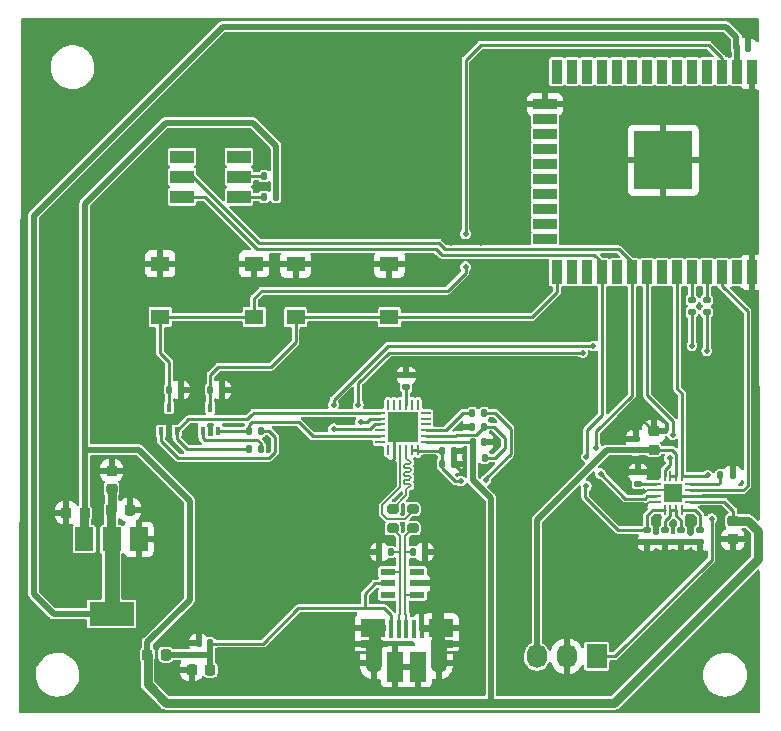
<source format=gbr>
%TF.GenerationSoftware,KiCad,Pcbnew,(6.0.7)*%
%TF.CreationDate,2022-10-04T00:35:33-03:00*%
%TF.ProjectId,wireless,77697265-6c65-4737-932e-6b696361645f,rev?*%
%TF.SameCoordinates,Original*%
%TF.FileFunction,Copper,L1,Top*%
%TF.FilePolarity,Positive*%
%FSLAX46Y46*%
G04 Gerber Fmt 4.6, Leading zero omitted, Abs format (unit mm)*
G04 Created by KiCad (PCBNEW (6.0.7)) date 2022-10-04 00:35:33*
%MOMM*%
%LPD*%
G01*
G04 APERTURE LIST*
G04 Aperture macros list*
%AMRoundRect*
0 Rectangle with rounded corners*
0 $1 Rounding radius*
0 $2 $3 $4 $5 $6 $7 $8 $9 X,Y pos of 4 corners*
0 Add a 4 corners polygon primitive as box body*
4,1,4,$2,$3,$4,$5,$6,$7,$8,$9,$2,$3,0*
0 Add four circle primitives for the rounded corners*
1,1,$1+$1,$2,$3*
1,1,$1+$1,$4,$5*
1,1,$1+$1,$6,$7*
1,1,$1+$1,$8,$9*
0 Add four rect primitives between the rounded corners*
20,1,$1+$1,$2,$3,$4,$5,0*
20,1,$1+$1,$4,$5,$6,$7,0*
20,1,$1+$1,$6,$7,$8,$9,0*
20,1,$1+$1,$8,$9,$2,$3,0*%
G04 Aperture macros list end*
%TA.AperFunction,SMDPad,CuDef*%
%ADD10RoundRect,0.135000X0.185000X-0.135000X0.185000X0.135000X-0.185000X0.135000X-0.185000X-0.135000X0*%
%TD*%
%TA.AperFunction,SMDPad,CuDef*%
%ADD11R,0.400000X1.650000*%
%TD*%
%TA.AperFunction,SMDPad,CuDef*%
%ADD12R,1.825000X0.700000*%
%TD*%
%TA.AperFunction,SMDPad,CuDef*%
%ADD13R,2.000000X1.500000*%
%TD*%
%TA.AperFunction,SMDPad,CuDef*%
%ADD14R,1.350000X2.000000*%
%TD*%
%TA.AperFunction,SMDPad,CuDef*%
%ADD15R,1.430000X2.500000*%
%TD*%
%TA.AperFunction,ComponentPad*%
%ADD16O,1.100000X1.500000*%
%TD*%
%TA.AperFunction,ComponentPad*%
%ADD17O,1.350000X1.700000*%
%TD*%
%TA.AperFunction,SMDPad,CuDef*%
%ADD18RoundRect,0.062500X0.062500X-0.350000X0.062500X0.350000X-0.062500X0.350000X-0.062500X-0.350000X0*%
%TD*%
%TA.AperFunction,SMDPad,CuDef*%
%ADD19RoundRect,0.062500X0.350000X-0.062500X0.350000X0.062500X-0.350000X0.062500X-0.350000X-0.062500X0*%
%TD*%
%TA.AperFunction,SMDPad,CuDef*%
%ADD20R,2.600000X2.600000*%
%TD*%
%TA.AperFunction,SMDPad,CuDef*%
%ADD21RoundRect,0.135000X0.135000X0.185000X-0.135000X0.185000X-0.135000X-0.185000X0.135000X-0.185000X0*%
%TD*%
%TA.AperFunction,SMDPad,CuDef*%
%ADD22RoundRect,0.140000X-0.140000X-0.170000X0.140000X-0.170000X0.140000X0.170000X-0.140000X0.170000X0*%
%TD*%
%TA.AperFunction,SMDPad,CuDef*%
%ADD23RoundRect,0.140000X0.140000X0.170000X-0.140000X0.170000X-0.140000X-0.170000X0.140000X-0.170000X0*%
%TD*%
%TA.AperFunction,SMDPad,CuDef*%
%ADD24RoundRect,0.225000X-0.225000X-0.250000X0.225000X-0.250000X0.225000X0.250000X-0.225000X0.250000X0*%
%TD*%
%TA.AperFunction,SMDPad,CuDef*%
%ADD25RoundRect,0.135000X-0.185000X0.135000X-0.185000X-0.135000X0.185000X-0.135000X0.185000X0.135000X0*%
%TD*%
%TA.AperFunction,SMDPad,CuDef*%
%ADD26RoundRect,0.225000X0.225000X0.250000X-0.225000X0.250000X-0.225000X-0.250000X0.225000X-0.250000X0*%
%TD*%
%TA.AperFunction,SMDPad,CuDef*%
%ADD27RoundRect,0.140000X-0.170000X0.140000X-0.170000X-0.140000X0.170000X-0.140000X0.170000X0.140000X0*%
%TD*%
%TA.AperFunction,SMDPad,CuDef*%
%ADD28RoundRect,0.225000X0.250000X-0.225000X0.250000X0.225000X-0.250000X0.225000X-0.250000X-0.225000X0*%
%TD*%
%TA.AperFunction,SMDPad,CuDef*%
%ADD29RoundRect,0.200000X0.275000X-0.200000X0.275000X0.200000X-0.275000X0.200000X-0.275000X-0.200000X0*%
%TD*%
%TA.AperFunction,SMDPad,CuDef*%
%ADD30RoundRect,0.041300X0.563700X0.253700X-0.563700X0.253700X-0.563700X-0.253700X0.563700X-0.253700X0*%
%TD*%
%TA.AperFunction,SMDPad,CuDef*%
%ADD31RoundRect,0.140000X0.170000X-0.140000X0.170000X0.140000X-0.170000X0.140000X-0.170000X-0.140000X0*%
%TD*%
%TA.AperFunction,SMDPad,CuDef*%
%ADD32R,1.500000X2.000000*%
%TD*%
%TA.AperFunction,SMDPad,CuDef*%
%ADD33R,3.800000X2.000000*%
%TD*%
%TA.AperFunction,SMDPad,CuDef*%
%ADD34R,0.450000X0.700000*%
%TD*%
%TA.AperFunction,SMDPad,CuDef*%
%ADD35RoundRect,0.062500X-0.062500X0.375000X-0.062500X-0.375000X0.062500X-0.375000X0.062500X0.375000X0*%
%TD*%
%TA.AperFunction,SMDPad,CuDef*%
%ADD36RoundRect,0.062500X-0.375000X0.062500X-0.375000X-0.062500X0.375000X-0.062500X0.375000X0.062500X0*%
%TD*%
%TA.AperFunction,SMDPad,CuDef*%
%ADD37R,1.600000X1.600000*%
%TD*%
%TA.AperFunction,SMDPad,CuDef*%
%ADD38R,1.550000X1.300000*%
%TD*%
%TA.AperFunction,SMDPad,CuDef*%
%ADD39RoundRect,0.225000X-0.250000X0.225000X-0.250000X-0.225000X0.250000X-0.225000X0.250000X0.225000X0*%
%TD*%
%TA.AperFunction,SMDPad,CuDef*%
%ADD40R,0.900000X2.000000*%
%TD*%
%TA.AperFunction,SMDPad,CuDef*%
%ADD41R,2.000000X0.900000*%
%TD*%
%TA.AperFunction,SMDPad,CuDef*%
%ADD42R,5.000000X5.000000*%
%TD*%
%TA.AperFunction,SMDPad,CuDef*%
%ADD43RoundRect,0.135000X-0.135000X-0.185000X0.135000X-0.185000X0.135000X0.185000X-0.135000X0.185000X0*%
%TD*%
%TA.AperFunction,ComponentPad*%
%ADD44R,1.730000X2.030000*%
%TD*%
%TA.AperFunction,ComponentPad*%
%ADD45O,1.730000X2.030000*%
%TD*%
%TA.AperFunction,SMDPad,CuDef*%
%ADD46R,2.000000X1.100000*%
%TD*%
%TA.AperFunction,SMDPad,CuDef*%
%ADD47RoundRect,0.218750X0.218750X0.256250X-0.218750X0.256250X-0.218750X-0.256250X0.218750X-0.256250X0*%
%TD*%
%TA.AperFunction,ViaPad*%
%ADD48C,0.500000*%
%TD*%
%TA.AperFunction,Conductor*%
%ADD49C,0.762000*%
%TD*%
%TA.AperFunction,Conductor*%
%ADD50C,0.254000*%
%TD*%
%TA.AperFunction,Conductor*%
%ADD51C,0.127000*%
%TD*%
%TA.AperFunction,Conductor*%
%ADD52C,0.508000*%
%TD*%
%TA.AperFunction,Conductor*%
%ADD53C,0.200000*%
%TD*%
%TA.AperFunction,Conductor*%
%ADD54C,1.270000*%
%TD*%
G04 APERTURE END LIST*
D10*
%TO.P,R15,1*%
%TO.N,Net-(R15-Pad1)*%
X103759000Y-100535200D03*
%TO.P,R15,2*%
%TO.N,GND*%
X103759000Y-99515200D03*
%TD*%
D11*
%TO.P,J1,1,VBUS*%
%TO.N,/power_supply/VBUS*%
X102474000Y-121031000D03*
%TO.P,J1,2,D-*%
%TO.N,/power_supply/CONN_D-*%
X103124000Y-121031000D03*
%TO.P,J1,3,D+*%
%TO.N,/power_supply/CONN_D+*%
X103774000Y-121031000D03*
%TO.P,J1,4,ID*%
%TO.N,unconnected-(J1-Pad4)*%
X104424000Y-121031000D03*
%TO.P,J1,5,GND*%
%TO.N,GND*%
X105074000Y-121031000D03*
D12*
%TO.P,J1,6,Shield*%
X106774000Y-122231000D03*
D13*
X106674000Y-120911000D03*
X100924000Y-120931000D03*
D14*
X101044000Y-122981000D03*
D15*
X104734000Y-124181000D03*
D16*
X101354000Y-120911000D03*
D17*
X101044000Y-123911000D03*
D12*
X100824000Y-122231000D03*
D17*
X106504000Y-123911000D03*
D16*
X106194000Y-120911000D03*
D14*
X106524000Y-122981000D03*
D15*
X102814000Y-124181000D03*
%TD*%
D18*
%TO.P,U5,1,~{RI}/CLK*%
%TO.N,unconnected-(U5-Pad1)*%
X102229600Y-105874300D03*
%TO.P,U5,2,GND*%
%TO.N,GND*%
X102729600Y-105874300D03*
%TO.P,U5,3,D+*%
%TO.N,/power_supply/USB_D+*%
X103229600Y-105874300D03*
%TO.P,U5,4,D-*%
%TO.N,/power_supply/USB_D-*%
X103729600Y-105874300D03*
%TO.P,U5,5,VIO*%
%TO.N,/usb/3V3_CP*%
X104229600Y-105874300D03*
%TO.P,U5,6,VDD*%
X104729600Y-105874300D03*
D19*
%TO.P,U5,7,VREGIN*%
%TO.N,+5V*%
X105417100Y-105186800D03*
%TO.P,U5,8,VBUS*%
%TO.N,/usb/CP_VBUS*%
X105417100Y-104686800D03*
%TO.P,U5,9,~{RST}*%
%TO.N,Net-(R10-Pad2)*%
X105417100Y-104186800D03*
%TO.P,U5,10,NC*%
%TO.N,unconnected-(U5-Pad10)*%
X105417100Y-103686800D03*
%TO.P,U5,11,~{WAKEUP}/GPIO.3*%
%TO.N,unconnected-(U5-Pad11)*%
X105417100Y-103186800D03*
%TO.P,U5,12,RS485/GPIO.2*%
%TO.N,unconnected-(U5-Pad12)*%
X105417100Y-102686800D03*
D18*
%TO.P,U5,13,~{RXT}/GPIO.1*%
%TO.N,unconnected-(U5-Pad13)*%
X104729600Y-101999300D03*
%TO.P,U5,14,~{TXT}/GPIO.0*%
%TO.N,unconnected-(U5-Pad14)*%
X104229600Y-101999300D03*
%TO.P,U5,15,~{SUSPEND}*%
%TO.N,Net-(R15-Pad1)*%
X103729600Y-101999300D03*
%TO.P,U5,16,NC*%
%TO.N,unconnected-(U5-Pad16)*%
X103229600Y-101999300D03*
%TO.P,U5,17,SUSPEND*%
%TO.N,unconnected-(U5-Pad17)*%
X102729600Y-101999300D03*
%TO.P,U5,18,~{CTS}*%
%TO.N,unconnected-(U5-Pad18)*%
X102229600Y-101999300D03*
D19*
%TO.P,U5,19,~{RTS}*%
%TO.N,/ucontroller/RTS*%
X101542100Y-102686800D03*
%TO.P,U5,20,RXD*%
%TO.N,Net-(R13-Pad1)*%
X101542100Y-103186800D03*
%TO.P,U5,21,TXD*%
%TO.N,Net-(R11-Pad1)*%
X101542100Y-103686800D03*
%TO.P,U5,22,~{DSR}*%
%TO.N,unconnected-(U5-Pad22)*%
X101542100Y-104186800D03*
%TO.P,U5,23,~{DTR}*%
%TO.N,/ucontroller/DTR*%
X101542100Y-104686800D03*
%TO.P,U5,24,~{DCD}*%
%TO.N,unconnected-(U5-Pad24)*%
X101542100Y-105186800D03*
D20*
%TO.P,U5,25,GND*%
%TO.N,GND*%
X103479600Y-103936800D03*
%TD*%
D21*
%TO.P,R8,1*%
%TO.N,Net-(Q1-Pad1)*%
X91423200Y-104241600D03*
%TO.P,R8,2*%
%TO.N,/ucontroller/DTR*%
X90403200Y-104241600D03*
%TD*%
D22*
%TO.P,C5,1*%
%TO.N,/power_supply/CONN_D+*%
X104345800Y-114477800D03*
%TO.P,C5,2*%
%TO.N,GND*%
X105305800Y-114477800D03*
%TD*%
D23*
%TO.P,C2,1*%
%TO.N,/power_supply/VBUS*%
X87129350Y-122179400D03*
%TO.P,C2,2*%
%TO.N,GND*%
X86169350Y-122179400D03*
%TD*%
D24*
%TO.P,C13,1*%
%TO.N,+3V3*%
X78789000Y-110900000D03*
%TO.P,C13,2*%
%TO.N,GND*%
X80339000Y-110900000D03*
%TD*%
D25*
%TO.P,R7,1*%
%TO.N,/power_supply/~{CHG}*%
X124165000Y-112606000D03*
%TO.P,R7,2*%
%TO.N,GND*%
X124165000Y-113626000D03*
%TD*%
D22*
%TO.P,C17,1*%
%TO.N,/ucontroller/IO0*%
X87180000Y-100750000D03*
%TO.P,C17,2*%
%TO.N,GND*%
X88140000Y-100750000D03*
%TD*%
D26*
%TO.P,C8,1*%
%TO.N,+5V*%
X76529000Y-111154000D03*
%TO.P,C8,2*%
%TO.N,GND*%
X74979000Y-111154000D03*
%TD*%
D27*
%TO.P,C3,1*%
%TO.N,+5V*%
X127025000Y-112638000D03*
%TO.P,C3,2*%
%TO.N,GND*%
X127025000Y-113598000D03*
%TD*%
D23*
%TO.P,C4,1*%
%TO.N,/power_supply/CONN_D-*%
X102435600Y-114477800D03*
%TO.P,C4,2*%
%TO.N,GND*%
X101475600Y-114477800D03*
%TD*%
D22*
%TO.P,C19,1*%
%TO.N,/usb/3V3_CP*%
X106809600Y-105892600D03*
%TO.P,C19,2*%
%TO.N,GND*%
X107769600Y-105892600D03*
%TD*%
D28*
%TO.P,C14,1*%
%TO.N,+3V3*%
X78802000Y-109135000D03*
%TO.P,C14,2*%
%TO.N,GND*%
X78802000Y-107585000D03*
%TD*%
D21*
%TO.P,R14,1*%
%TO.N,/usb/CP_VBUS*%
X110365000Y-103860600D03*
%TO.P,R14,2*%
%TO.N,GND*%
X109345000Y-103860600D03*
%TD*%
D29*
%TO.P,R2,1*%
%TO.N,/power_supply/CONN_D-*%
X102595000Y-112483400D03*
%TO.P,R2,2*%
%TO.N,/power_supply/USB_D-*%
X102595000Y-110833400D03*
%TD*%
D22*
%TO.P,C20,1*%
%TO.N,/usb/3V3_CP*%
X106809600Y-107010200D03*
%TO.P,C20,2*%
%TO.N,GND*%
X107769600Y-107010200D03*
%TD*%
D10*
%TO.P,R13,1*%
%TO.N,Net-(R13-Pad1)*%
X129189800Y-94168800D03*
%TO.P,R13,2*%
%TO.N,/ucontroller/TX_ESP*%
X129189800Y-93148800D03*
%TD*%
D30*
%TO.P,U1,1,IO1*%
%TO.N,/power_supply/CONN_D+*%
X104695000Y-118094800D03*
%TO.P,U1,2,VSS*%
%TO.N,GND*%
X104695000Y-117144800D03*
%TO.P,U1,3,IO2*%
%TO.N,unconnected-(U1-Pad3)*%
X104695000Y-116194800D03*
%TO.P,U1,4,IO3*%
%TO.N,/power_supply/CONN_D-*%
X102185000Y-116194800D03*
%TO.P,U1,5,VCC*%
%TO.N,/power_supply/VBUS*%
X102185000Y-117144800D03*
%TO.P,U1,6,IO4*%
%TO.N,unconnected-(U1-Pad6)*%
X102185000Y-118094800D03*
%TD*%
D10*
%TO.P,R11,1*%
%TO.N,Net-(R11-Pad1)*%
X127939800Y-94168800D03*
%TO.P,R11,2*%
%TO.N,/ucontroller/RX_ESP*%
X127939800Y-93148800D03*
%TD*%
D22*
%TO.P,C16,1*%
%TO.N,/ucontroller/EN*%
X83700000Y-100750000D03*
%TO.P,C16,2*%
%TO.N,GND*%
X84660000Y-100750000D03*
%TD*%
%TO.P,C15,1*%
%TO.N,+3V3*%
X131720000Y-71784000D03*
%TO.P,C15,2*%
%TO.N,GND*%
X132680000Y-71784000D03*
%TD*%
D21*
%TO.P,R3,1*%
%TO.N,+5V*%
X92723200Y-84407800D03*
%TO.P,R3,2*%
%TO.N,Net-(D1-Pad4)*%
X91703200Y-84407800D03*
%TD*%
D31*
%TO.P,C11,1*%
%TO.N,+BATT*%
X123178000Y-105842800D03*
%TO.P,C11,2*%
%TO.N,GND*%
X123178000Y-104882800D03*
%TD*%
D26*
%TO.P,C1,1*%
%TO.N,/power_supply/VBUS*%
X87132550Y-124440000D03*
%TO.P,C1,2*%
%TO.N,GND*%
X85582550Y-124440000D03*
%TD*%
D31*
%TO.P,C7,1*%
%TO.N,+5V*%
X123370000Y-108710000D03*
%TO.P,C7,2*%
%TO.N,GND*%
X123370000Y-107750000D03*
%TD*%
D27*
%TO.P,C8,1*%
%TO.N,+5V*%
X125665000Y-112636000D03*
%TO.P,C8,2*%
%TO.N,GND*%
X125665000Y-113596000D03*
%TD*%
D32*
%TO.P,U3,1,GND*%
%TO.N,GND*%
X81102000Y-113410000D03*
D33*
%TO.P,U3,2,VO*%
%TO.N,+3V3*%
X78802000Y-119710000D03*
D32*
X78802000Y-113410000D03*
%TO.P,U3,3,VI*%
%TO.N,+5V*%
X76502000Y-113410000D03*
%TD*%
D21*
%TO.P,R10,1*%
%TO.N,/usb/3V3_CP*%
X110365000Y-102717600D03*
%TO.P,R10,2*%
%TO.N,Net-(R10-Pad2)*%
X109345000Y-102717600D03*
%TD*%
D34*
%TO.P,Q2,1,B*%
%TO.N,Net-(Q2-Pad1)*%
X86510000Y-104250000D03*
%TO.P,Q2,2,E*%
%TO.N,/ucontroller/DTR*%
X87810000Y-104250000D03*
%TO.P,Q2,3,C*%
%TO.N,/ucontroller/IO0*%
X87160000Y-102250000D03*
%TD*%
D35*
%TO.P,U2,1,TS*%
%TO.N,/power_supply/TS*%
X127125000Y-108030500D03*
%TO.P,U2,2,BAT*%
%TO.N,+BATT*%
X126625000Y-108030500D03*
%TO.P,U2,3,BAT*%
X126125000Y-108030500D03*
%TO.P,U2,4,~{CE}*%
%TO.N,/power_supply/~{CE}*%
X125625000Y-108030500D03*
D36*
%TO.P,U2,5,EN2*%
%TO.N,+5V*%
X124937500Y-108718000D03*
%TO.P,U2,6,EN1*%
%TO.N,GND*%
X124937500Y-109218000D03*
%TO.P,U2,7,~{PGOOD}*%
%TO.N,/power_supply/~{PG}*%
X124937500Y-109718000D03*
%TO.P,U2,8,VSS*%
%TO.N,GND*%
X124937500Y-110218000D03*
D35*
%TO.P,U2,9,~{CHG}*%
%TO.N,/power_supply/~{CHG}*%
X125625000Y-110905500D03*
%TO.P,U2,10,OUT*%
%TO.N,+5V*%
X126125000Y-110905500D03*
%TO.P,U2,11,OUT*%
X126625000Y-110905500D03*
%TO.P,U2,12,ILIM*%
%TO.N,Net-(R5-Pad2)*%
X127125000Y-110905500D03*
D36*
%TO.P,U2,13,IN*%
%TO.N,+5V*%
X127812500Y-110218000D03*
%TO.P,U2,14,TMR*%
%TO.N,GND*%
X127812500Y-109718000D03*
%TO.P,U2,15,SYSOFF*%
%TO.N,/power_supply/SYS_OFF*%
X127812500Y-109218000D03*
%TO.P,U2,16,ISET*%
%TO.N,Net-(R6-Pad2)*%
X127812500Y-108718000D03*
D37*
%TO.P,U2,17,VSS*%
%TO.N,GND*%
X126375000Y-109468000D03*
%TD*%
D38*
%TO.P,SW2,1,1*%
%TO.N,/ucontroller/IO0*%
X94385000Y-94600000D03*
X102335000Y-94600000D03*
%TO.P,SW2,2,2*%
%TO.N,GND*%
X94385000Y-90100000D03*
X102335000Y-90100000D03*
%TD*%
D28*
%TO.P,C12,1*%
%TO.N,+BATT*%
X124714000Y-105816400D03*
%TO.P,C12,2*%
%TO.N,GND*%
X124714000Y-104266400D03*
%TD*%
D10*
%TO.P,R5,1*%
%TO.N,GND*%
X128665000Y-113626000D03*
%TO.P,R5,2*%
%TO.N,Net-(R5-Pad2)*%
X128665000Y-112606000D03*
%TD*%
D39*
%TO.P,C9,1*%
%TO.N,+5V*%
X131415000Y-111841000D03*
%TO.P,C9,2*%
%TO.N,GND*%
X131415000Y-113391000D03*
%TD*%
D40*
%TO.P,U4,1,GND*%
%TO.N,GND*%
X133019800Y-73803600D03*
%TO.P,U4,2,VDD*%
%TO.N,+3V3*%
X131749800Y-73803600D03*
%TO.P,U4,3,EN*%
%TO.N,/ucontroller/EN*%
X130479800Y-73803600D03*
%TO.P,U4,4,SENSOR_VP*%
%TO.N,unconnected-(U4-Pad4)*%
X129209800Y-73803600D03*
%TO.P,U4,5,SENSOR_VN*%
%TO.N,unconnected-(U4-Pad5)*%
X127939800Y-73803600D03*
%TO.P,U4,6,IO34*%
%TO.N,unconnected-(U4-Pad6)*%
X126669800Y-73803600D03*
%TO.P,U4,7,IO35*%
%TO.N,unconnected-(U4-Pad7)*%
X125399800Y-73803600D03*
%TO.P,U4,8,IO32*%
%TO.N,unconnected-(U4-Pad8)*%
X124129800Y-73803600D03*
%TO.P,U4,9,IO33*%
%TO.N,unconnected-(U4-Pad9)*%
X122859800Y-73803600D03*
%TO.P,U4,10,IO25*%
%TO.N,unconnected-(U4-Pad10)*%
X121589800Y-73803600D03*
%TO.P,U4,11,IO26*%
%TO.N,unconnected-(U4-Pad11)*%
X120319800Y-73803600D03*
%TO.P,U4,12,IO27*%
%TO.N,unconnected-(U4-Pad12)*%
X119049800Y-73803600D03*
%TO.P,U4,13,IO14*%
%TO.N,unconnected-(U4-Pad13)*%
X117779800Y-73803600D03*
%TO.P,U4,14,IO12*%
%TO.N,unconnected-(U4-Pad14)*%
X116509800Y-73803600D03*
D41*
%TO.P,U4,15,GND*%
%TO.N,GND*%
X115509800Y-76588600D03*
%TO.P,U4,16,IO13*%
%TO.N,unconnected-(U4-Pad16)*%
X115509800Y-77858600D03*
%TO.P,U4,17,SHD/SD2*%
%TO.N,unconnected-(U4-Pad17)*%
X115509800Y-79128600D03*
%TO.P,U4,18,SWP/SD3*%
%TO.N,unconnected-(U4-Pad18)*%
X115509800Y-80398600D03*
%TO.P,U4,19,SCS/CMD*%
%TO.N,unconnected-(U4-Pad19)*%
X115509800Y-81668600D03*
%TO.P,U4,20,SCK/CLK*%
%TO.N,unconnected-(U4-Pad20)*%
X115509800Y-82938600D03*
%TO.P,U4,21,SDO/SD0*%
%TO.N,unconnected-(U4-Pad21)*%
X115509800Y-84208600D03*
%TO.P,U4,22,SDI/SD1*%
%TO.N,unconnected-(U4-Pad22)*%
X115509800Y-85478600D03*
%TO.P,U4,23,IO15*%
%TO.N,unconnected-(U4-Pad23)*%
X115509800Y-86748600D03*
%TO.P,U4,24,IO2*%
%TO.N,unconnected-(U4-Pad24)*%
X115509800Y-88018600D03*
D40*
%TO.P,U4,25,IO0*%
%TO.N,/ucontroller/IO0*%
X116509800Y-90803600D03*
%TO.P,U4,26,IO4*%
%TO.N,unconnected-(U4-Pad26)*%
X117779800Y-90803600D03*
%TO.P,U4,27,IO16*%
%TO.N,unconnected-(U4-Pad27)*%
X119049800Y-90803600D03*
%TO.P,U4,28,IO17*%
%TO.N,/power_supply/~{CHG}*%
X120319800Y-90803600D03*
%TO.P,U4,29,IO5*%
%TO.N,unconnected-(U4-Pad29)*%
X121589800Y-90803600D03*
%TO.P,U4,30,IO18*%
%TO.N,/power_supply/~{PG}*%
X122859800Y-90803600D03*
%TO.P,U4,31,IO19*%
%TO.N,/power_supply/~{CE}*%
X124129800Y-90803600D03*
%TO.P,U4,32,NC*%
%TO.N,unconnected-(U4-Pad32)*%
X125399800Y-90803600D03*
%TO.P,U4,33,IO21*%
%TO.N,/power_supply/TS*%
X126669800Y-90803600D03*
%TO.P,U4,34,RXD0/IO3*%
%TO.N,/ucontroller/RX_ESP*%
X127939800Y-90803600D03*
%TO.P,U4,35,TXD0/IO1*%
%TO.N,/ucontroller/TX_ESP*%
X129209800Y-90803600D03*
%TO.P,U4,36,IO22*%
%TO.N,/power_supply/SYS_OFF*%
X130479800Y-90803600D03*
%TO.P,U4,37,IO23*%
%TO.N,unconnected-(U4-Pad37)*%
X131749800Y-90803600D03*
%TO.P,U4,38,GND*%
%TO.N,GND*%
X133019800Y-90803600D03*
D42*
%TO.P,U4,39,GND*%
X125519800Y-81303600D03*
%TD*%
D43*
%TO.P,R12,1*%
%TO.N,+5V*%
X109370400Y-106500000D03*
%TO.P,R12,2*%
%TO.N,/usb/CP_VBUS*%
X110390400Y-106500000D03*
%TD*%
D21*
%TO.P,R6,1*%
%TO.N,GND*%
X131380000Y-107979000D03*
%TO.P,R6,2*%
%TO.N,Net-(R6-Pad2)*%
X130360000Y-107979000D03*
%TD*%
D34*
%TO.P,Q1,1,B*%
%TO.N,Net-(Q1-Pad1)*%
X83010000Y-104250000D03*
%TO.P,Q1,2,E*%
%TO.N,/ucontroller/RTS*%
X84310000Y-104250000D03*
%TO.P,Q1,3,C*%
%TO.N,/ucontroller/EN*%
X83660000Y-102250000D03*
%TD*%
D29*
%TO.P,R1,1*%
%TO.N,/power_supply/CONN_D+*%
X104296800Y-112483400D03*
%TO.P,R1,2*%
%TO.N,/power_supply/USB_D+*%
X104296800Y-110833400D03*
%TD*%
D21*
%TO.P,R4,1*%
%TO.N,+5V*%
X92723200Y-82657800D03*
%TO.P,R4,2*%
%TO.N,Net-(D1-Pad5)*%
X91703200Y-82657800D03*
%TD*%
D38*
%TO.P,SW1,1,1*%
%TO.N,/ucontroller/EN*%
X82935000Y-94575000D03*
X90885000Y-94575000D03*
%TO.P,SW1,2,2*%
%TO.N,GND*%
X82935000Y-90075000D03*
X90885000Y-90075000D03*
%TD*%
D44*
%TO.P,J2,1,Pin_1*%
%TO.N,/power_supply/TS*%
X119898000Y-123311000D03*
D45*
%TO.P,J2,2,Pin_2*%
%TO.N,GND*%
X117358000Y-123311000D03*
%TO.P,J2,3,Pin_3*%
%TO.N,+BATT*%
X114818000Y-123311000D03*
%TD*%
D22*
%TO.P,C18,1*%
%TO.N,+5V*%
X109375000Y-105175000D03*
%TO.P,C18,2*%
%TO.N,GND*%
X110335000Y-105175000D03*
%TD*%
D21*
%TO.P,R9,1*%
%TO.N,Net-(Q2-Pad1)*%
X91423200Y-105750000D03*
%TO.P,R9,2*%
%TO.N,/ucontroller/RTS*%
X90403200Y-105750000D03*
%TD*%
D46*
%TO.P,D1,1,RK*%
%TO.N,unconnected-(D1-Pad1)*%
X84784000Y-81006000D03*
%TO.P,D1,2,GK*%
%TO.N,/power_supply/~{PG}*%
X84784000Y-82706000D03*
%TO.P,D1,3,BK*%
%TO.N,/power_supply/~{CHG}*%
X84784000Y-84406000D03*
%TO.P,D1,4,BA*%
%TO.N,Net-(D1-Pad4)*%
X89584000Y-84406000D03*
%TO.P,D1,5,GA*%
%TO.N,Net-(D1-Pad5)*%
X89584000Y-82706000D03*
%TO.P,D1,6,RA*%
%TO.N,unconnected-(D1-Pad6)*%
X89584000Y-81006000D03*
%TD*%
D47*
%TO.P,FB1,1*%
%TO.N,/power_supply/VBUS*%
X83399500Y-123164000D03*
%TO.P,FB1,2*%
%TO.N,+5V*%
X81824500Y-123164000D03*
%TD*%
D48*
%TO.N,GND*%
X83882000Y-118266000D03*
X83882000Y-110646000D03*
X80834000Y-107344000D03*
X81342000Y-127410000D03*
X72198000Y-120552000D03*
X92772000Y-93628000D03*
X114870000Y-90580000D03*
X91756000Y-97692000D03*
X84644000Y-95660000D03*
X88708000Y-95660000D03*
X97852000Y-95914000D03*
X94296000Y-98454000D03*
X94042000Y-101756000D03*
X91502000Y-101756000D03*
X89724000Y-99724000D03*
X107250000Y-95914000D03*
X117156000Y-94136000D03*
X119188000Y-92866000D03*
X121728000Y-94644000D03*
X121728000Y-92866000D03*
X125284000Y-94898000D03*
X125284000Y-93120000D03*
X128840000Y-72292000D03*
X110298000Y-73816000D03*
X111314000Y-72800000D03*
X92264000Y-85754000D03*
X90232000Y-86008000D03*
X91502000Y-87024000D03*
X87184000Y-80674000D03*
X87692000Y-83214000D03*
X91248000Y-83468000D03*
X77786000Y-104550000D03*
X90994000Y-121060000D03*
X84136000Y-121568000D03*
X99122000Y-118012000D03*
X99376000Y-106074000D03*
X93534000Y-104550000D03*
X88708000Y-123346000D03*
X76516000Y-116488000D03*
X80326000Y-109122000D03*
X73976000Y-117758000D03*
X74484000Y-86770000D03*
X88454000Y-71276000D03*
X130364000Y-71276000D03*
X131634000Y-105820000D03*
X131126000Y-94898000D03*
X130364000Y-93628000D03*
X132904000Y-110392000D03*
X101916000Y-99724000D03*
X89470000Y-102010000D03*
X106742000Y-103026000D03*
X112076000Y-125632000D03*
X109536000Y-125632000D03*
X106488000Y-119028000D03*
X105472000Y-107344000D03*
X122490000Y-111535000D03*
%TO.N,/power_supply/~{CE}*%
X126300000Y-104550000D03*
%TO.N,GND*%
X126046000Y-96422000D03*
X105079800Y-119557800D03*
X131394200Y-114456000D03*
X127316000Y-96422000D03*
X132500000Y-76044000D03*
X123164600Y-104114600D03*
X79831000Y-107585000D03*
X127570000Y-98454000D03*
X119442000Y-98454000D03*
X120966000Y-96168000D03*
X109143800Y-120904000D03*
X96610000Y-90050000D03*
X133025000Y-92725000D03*
X98983800Y-122936000D03*
X123950000Y-110550000D03*
X100431600Y-114452400D03*
X128676400Y-114401600D03*
X100210000Y-90150000D03*
X100646000Y-102010000D03*
X117373400Y-121767600D03*
X106045000Y-117144800D03*
X125030000Y-96422000D03*
X107758000Y-90326000D03*
X131761000Y-109884000D03*
X108316800Y-109833200D03*
X85510000Y-90025000D03*
X96582000Y-103280000D03*
X89360000Y-100750000D03*
X125550000Y-85344000D03*
X85660000Y-100750000D03*
X104800000Y-99525000D03*
X106324400Y-114452400D03*
X102805000Y-126140000D03*
X111175000Y-105175000D03*
X122550000Y-109383500D03*
X81229800Y-115949400D03*
X124776000Y-98454000D03*
X84300000Y-124450000D03*
X108520000Y-103860600D03*
X123506000Y-96168000D03*
X107527075Y-88279500D03*
X98983800Y-120954800D03*
X118200000Y-107000000D03*
X129094000Y-106074000D03*
X123810800Y-102772000D03*
X121220000Y-98454000D03*
X131386600Y-107004500D03*
X108520000Y-107725000D03*
X125792000Y-98454000D03*
X130364000Y-110900000D03*
X102322400Y-107039200D03*
X96582000Y-102010000D03*
X132000000Y-88294000D03*
X98614000Y-102010000D03*
X108534200Y-105867200D03*
X123506000Y-98454000D03*
X96582000Y-104042000D03*
X120650000Y-105050000D03*
X73887400Y-111121600D03*
X110044000Y-88279500D03*
X125653800Y-114376200D03*
X123364000Y-106899200D03*
X109790000Y-90326000D03*
X112076000Y-108868000D03*
X121982000Y-98454000D03*
X88910000Y-90075000D03*
X121982000Y-96168000D03*
X104724200Y-126140000D03*
X128840000Y-98454000D03*
X109118400Y-122986800D03*
X110145600Y-107547200D03*
X119696000Y-96168000D03*
X132700000Y-70900000D03*
X98614000Y-103280000D03*
X113092000Y-76610000D03*
X81357300Y-110930600D03*
X130364000Y-106836000D03*
X119700000Y-109000000D03*
X85050000Y-122200000D03*
X124180600Y-114376200D03*
X118100000Y-109550000D03*
X127025400Y-114376200D03*
%TO.N,/ucontroller/EN*%
X108774000Y-90326000D03*
X108774000Y-87532000D03*
%TO.N,/usb/3V3_CP*%
X110501200Y-108410800D03*
X108367600Y-108461600D03*
%TO.N,/power_supply/~{PG}*%
X119850000Y-105650000D03*
X120204000Y-107852000D03*
%TO.N,/power_supply/~{CHG}*%
X119000000Y-108900000D03*
X119000000Y-106400000D03*
%TO.N,/power_supply/TS*%
X129275000Y-108000000D03*
X129602000Y-111662000D03*
%TO.N,Net-(R11-Pad1)*%
X97598000Y-104050000D03*
X97598000Y-102010000D03*
X127950000Y-97025000D03*
X119600000Y-97025000D03*
%TO.N,Net-(R13-Pad1)*%
X118680000Y-97601500D03*
X99700000Y-102010000D03*
X129200000Y-97438000D03*
X99884000Y-103473500D03*
%TO.N,/power_supply/~{CE}*%
X126048500Y-106530598D03*
%TD*%
D49*
%TO.N,+5V*%
X133550000Y-112700000D02*
X132691000Y-111841000D01*
X133550000Y-115080000D02*
X133550000Y-112700000D01*
X121382400Y-127247600D02*
X133550000Y-115080000D01*
X110927400Y-127247600D02*
X121382400Y-127247600D01*
X132691000Y-111841000D02*
X131415000Y-111841000D01*
D50*
X126625000Y-111393836D02*
X127025000Y-111793836D01*
X126625000Y-110905500D02*
X126625000Y-111393836D01*
X127025000Y-111793836D02*
X127025000Y-112638000D01*
%TO.N,GND*%
X104734000Y-126130200D02*
X104734000Y-124181000D01*
X104724200Y-126140000D02*
X104734000Y-126130200D01*
X102805000Y-126140000D02*
X102814000Y-126131000D01*
X102814000Y-126131000D02*
X102814000Y-124181000D01*
D51*
X108484400Y-107725000D02*
X108520000Y-107725000D01*
D50*
X107769600Y-107010200D02*
X108484400Y-107725000D01*
%TO.N,/usb/CP_VBUS*%
X111185600Y-103860600D02*
X110365000Y-103860600D01*
X112130000Y-104805000D02*
X111185600Y-103860600D01*
X112130000Y-105670000D02*
X112130000Y-104805000D01*
X111300000Y-106500000D02*
X112130000Y-105670000D01*
X110390400Y-106500000D02*
X111300000Y-106500000D01*
%TO.N,/power_supply/~{CE}*%
X124129800Y-101229800D02*
X124129800Y-90803600D01*
X126300000Y-104550000D02*
X126300000Y-103400000D01*
X126300000Y-103400000D02*
X124129800Y-101229800D01*
%TO.N,/power_supply/TS*%
X126675000Y-100625000D02*
X126675000Y-91135400D01*
X127125000Y-101075000D02*
X126675000Y-100625000D01*
X127125000Y-108030500D02*
X127125000Y-101075000D01*
%TO.N,/power_supply/~{CE}*%
X125625000Y-107542164D02*
X125625000Y-108030500D01*
X126048500Y-107118664D02*
X125625000Y-107542164D01*
X126048500Y-106530598D02*
X126048500Y-107118664D01*
%TO.N,/power_supply/VBUS*%
X100247000Y-118003000D02*
X101105200Y-117144800D01*
D52*
X87132550Y-123190000D02*
X83657050Y-123190000D01*
X87132550Y-122915000D02*
X87132550Y-122235000D01*
X87132550Y-122915000D02*
X87132550Y-124440000D01*
D50*
X91633000Y-122235000D02*
X94615000Y-119253000D01*
D52*
X83657050Y-123190000D02*
X83631050Y-123164000D01*
D50*
X94615000Y-119253000D02*
X98653000Y-119253000D01*
X87132550Y-122235000D02*
X87087550Y-122190000D01*
X100247000Y-119253000D02*
X101904000Y-119253000D01*
X87132550Y-122235000D02*
X91633000Y-122235000D01*
X101904000Y-119253000D02*
X102470000Y-119819000D01*
X98653000Y-119253000D02*
X100247000Y-119253000D01*
X100247000Y-119253000D02*
X100247000Y-118003000D01*
X101105200Y-117144800D02*
X102291300Y-117144800D01*
X87162550Y-122265000D02*
X87087550Y-122190000D01*
X102470000Y-119819000D02*
X102470000Y-121031000D01*
%TO.N,GND*%
X127025000Y-114375800D02*
X127025400Y-114376200D01*
X115488400Y-76610000D02*
X115509800Y-76588600D01*
X81102000Y-115821600D02*
X81229800Y-115949400D01*
X125665000Y-114365000D02*
X125653800Y-114376200D01*
X131761000Y-109884000D02*
X131595000Y-109718000D01*
X123810800Y-102772000D02*
X123810800Y-103363200D01*
D51*
X126125000Y-109218000D02*
X126375000Y-109468000D01*
D50*
X84660000Y-100750000D02*
X85660000Y-100750000D01*
X127812500Y-109718000D02*
X126625000Y-109718000D01*
X125519800Y-81303600D02*
X125519800Y-85313800D01*
X131395000Y-107995100D02*
X131395000Y-107012900D01*
X128665000Y-113626000D02*
X128665000Y-114390200D01*
X84310000Y-124440000D02*
X84300000Y-124450000D01*
X102729600Y-106632000D02*
X102729600Y-105874300D01*
X100457000Y-114477800D02*
X100431600Y-114452400D01*
X124165000Y-113626000D02*
X124165000Y-114360600D01*
X132700000Y-70900000D02*
X132680000Y-70920000D01*
X88140000Y-100750000D02*
X89360000Y-100750000D01*
X94385000Y-90100000D02*
X96560000Y-90100000D01*
D51*
X123950000Y-110550000D02*
X124282000Y-110218000D01*
D50*
X109136800Y-120911000D02*
X109143800Y-120904000D01*
X133019800Y-90803600D02*
X133019800Y-92719800D01*
X106524000Y-122981000D02*
X109112600Y-122981000D01*
X75048200Y-111154000D02*
X73919800Y-111154000D01*
X125519800Y-85313800D02*
X125550000Y-85344000D01*
X133019800Y-92719800D02*
X133025000Y-92725000D01*
X99007600Y-120931000D02*
X98983800Y-120954800D01*
X79818000Y-107598000D02*
X78815000Y-107598000D01*
X79831000Y-107585000D02*
X79818000Y-107598000D01*
X133019800Y-73803600D02*
X133019800Y-75524200D01*
X105074000Y-121031000D02*
X105074000Y-119563600D01*
X133019800Y-75524200D02*
X132500000Y-76044000D01*
X133019800Y-90803600D02*
X133019800Y-89313800D01*
D51*
X108508800Y-105892600D02*
X108534200Y-105867200D01*
D50*
X128665000Y-114390200D02*
X128676400Y-114401600D01*
D51*
X109345000Y-103860600D02*
X108520000Y-103860600D01*
D50*
X81102000Y-113410000D02*
X81102000Y-115821600D01*
X124165000Y-114360600D02*
X124180600Y-114376200D01*
X125665000Y-113596000D02*
X125665000Y-114365000D01*
X103759000Y-99515200D02*
X104790200Y-99515200D01*
X85582550Y-124440000D02*
X84310000Y-124440000D01*
D51*
X124282000Y-110218000D02*
X124937500Y-110218000D01*
D50*
X123370000Y-107750000D02*
X123370000Y-106905200D01*
X86169350Y-122179400D02*
X85070600Y-122179400D01*
X100924000Y-120931000D02*
X99007600Y-120931000D01*
X117358000Y-121783000D02*
X117358000Y-123311000D01*
X131595000Y-109718000D02*
X127812500Y-109718000D01*
X131415000Y-114435200D02*
X131415000Y-113391000D01*
X100260000Y-90100000D02*
X100210000Y-90150000D01*
X131394200Y-114456000D02*
X131415000Y-114435200D01*
X113092000Y-76610000D02*
X115488400Y-76610000D01*
X126625000Y-109718000D02*
X126375000Y-109468000D01*
X124155200Y-114401600D02*
X124180600Y-114427000D01*
X85070600Y-122179400D02*
X85050000Y-122200000D01*
X133019800Y-89313800D02*
X132000000Y-88294000D01*
X104566300Y-117144800D02*
X106045000Y-117144800D01*
X123810800Y-103363200D02*
X124714000Y-104266400D01*
X123178000Y-104924000D02*
X123178000Y-104128000D01*
X90885000Y-90075000D02*
X88910000Y-90075000D01*
X81357300Y-110930600D02*
X81326700Y-110900000D01*
X81326700Y-110900000D02*
X80341300Y-110900000D01*
X123178000Y-104128000D02*
X123164600Y-104114600D01*
D51*
X107769600Y-105892600D02*
X108508800Y-105892600D01*
D50*
X117373400Y-121767600D02*
X117358000Y-121783000D01*
X102729600Y-104686800D02*
X103479600Y-103936800D01*
X105305800Y-114477800D02*
X106299000Y-114477800D01*
X101044000Y-122981000D02*
X99028800Y-122981000D01*
X105074000Y-119563600D02*
X105079800Y-119557800D01*
X101475600Y-114477800D02*
X100457000Y-114477800D01*
D51*
X123956500Y-109383500D02*
X124122000Y-109218000D01*
D50*
X110335000Y-105175000D02*
X111175000Y-105175000D01*
X85460000Y-90075000D02*
X85510000Y-90025000D01*
X104790200Y-99515200D02*
X104800000Y-99525000D01*
X102322400Y-107039200D02*
X102729600Y-106632000D01*
X102335000Y-90100000D02*
X100260000Y-90100000D01*
X109112600Y-122981000D02*
X109118400Y-122986800D01*
X106299000Y-114477800D02*
X106324400Y-114452400D01*
X82935000Y-90075000D02*
X85460000Y-90075000D01*
X102729600Y-105874300D02*
X102729600Y-104686800D01*
D51*
X124122000Y-109218000D02*
X124937500Y-109218000D01*
D50*
X132680000Y-70920000D02*
X132680000Y-71784000D01*
X106674000Y-120911000D02*
X109136800Y-120911000D01*
D51*
X122550000Y-109383500D02*
X123956500Y-109383500D01*
X124937500Y-109218000D02*
X126125000Y-109218000D01*
D50*
X99028800Y-122981000D02*
X98983800Y-122936000D01*
X127025000Y-113598000D02*
X127025000Y-114375800D01*
X96560000Y-90100000D02*
X96610000Y-90050000D01*
D52*
%TO.N,+5V*%
X83374000Y-78134000D02*
X76529000Y-84979000D01*
D50*
X130698000Y-110218000D02*
X127812500Y-110218000D01*
D49*
X81850000Y-123189500D02*
X81824500Y-123164000D01*
D52*
X109370400Y-108379600D02*
X110927400Y-109936600D01*
D49*
X83397600Y-127247600D02*
X81850000Y-125700000D01*
D50*
X125665000Y-111866000D02*
X125665000Y-112544000D01*
X131455000Y-110975000D02*
X130698000Y-110218000D01*
D52*
X85406000Y-110138000D02*
X85406000Y-118520000D01*
X90740000Y-78134000D02*
X83374000Y-78134000D01*
D49*
X76502000Y-113410000D02*
X76502000Y-111181000D01*
D52*
X76529000Y-84979000D02*
X76529000Y-105833000D01*
D49*
X81850000Y-125700000D02*
X81850000Y-123189500D01*
D52*
X85406000Y-118520000D02*
X81824500Y-122101500D01*
X81824500Y-122101500D02*
X81824500Y-123164000D01*
D50*
X123311000Y-108718000D02*
X124937500Y-108718000D01*
X126125000Y-111406000D02*
X125665000Y-111866000D01*
D52*
X92723200Y-82657800D02*
X92723200Y-84407800D01*
D49*
X76502000Y-111181000D02*
X76529000Y-111154000D01*
D52*
X109375000Y-105175000D02*
X109375000Y-106495400D01*
X81101000Y-105833000D02*
X85406000Y-110138000D01*
D50*
X126125000Y-110905500D02*
X126125000Y-111406000D01*
D52*
X92723200Y-80117200D02*
X90740000Y-78134000D01*
D50*
X131455000Y-111741000D02*
X131455000Y-110975000D01*
D52*
X109370400Y-108379600D02*
X109370400Y-106500000D01*
X92723200Y-82657800D02*
X92723200Y-80117200D01*
D49*
X110927400Y-127247600D02*
X83397600Y-127247600D01*
D50*
X126125000Y-110905500D02*
X126625000Y-110905500D01*
D52*
X76529000Y-105833000D02*
X76529000Y-111154000D01*
X110927400Y-109936600D02*
X110927400Y-127247600D01*
X76529000Y-105833000D02*
X81101000Y-105833000D01*
D50*
X105417100Y-105186800D02*
X109339600Y-105186800D01*
X109339600Y-105186800D02*
X109370400Y-105156000D01*
D53*
%TO.N,/power_supply/CONN_D+*%
X103674000Y-119693499D02*
X103774000Y-119793499D01*
X103674000Y-114476000D02*
X103674000Y-113106200D01*
D51*
X103706000Y-118094800D02*
X104695000Y-118094800D01*
D53*
X103774000Y-119793499D02*
X103774000Y-121031000D01*
X103674000Y-118062800D02*
X103674000Y-114476000D01*
X103674000Y-113106200D02*
X104296800Y-112483400D01*
D51*
X103674000Y-118062800D02*
X103706000Y-118094800D01*
D53*
X103674000Y-114476000D02*
X104344000Y-114476000D01*
X103674000Y-118062800D02*
X103674000Y-119693499D01*
D52*
%TO.N,+BATT*%
X114818000Y-123311000D02*
X114818000Y-111750000D01*
X120722000Y-105846000D02*
X124684400Y-105846000D01*
D50*
X124714000Y-105816400D02*
X126263400Y-105816400D01*
X126263400Y-105816400D02*
X126625000Y-106178000D01*
D52*
X124684400Y-105846000D02*
X124714000Y-105816400D01*
D50*
X126125000Y-108030500D02*
X126625000Y-108030500D01*
D52*
X114818000Y-111750000D02*
X120722000Y-105846000D01*
D50*
X126625000Y-106178000D02*
X126625000Y-108030500D01*
D49*
%TO.N,+3V3*%
X78802000Y-109135000D02*
X78802000Y-110887000D01*
D50*
X78789000Y-113397000D02*
X78802000Y-113410000D01*
D52*
X130848000Y-70006000D02*
X131710000Y-70868000D01*
X73896000Y-119710000D02*
X72198000Y-118012000D01*
X78802000Y-119710000D02*
X73896000Y-119710000D01*
D50*
X78802000Y-110887000D02*
X78789000Y-110900000D01*
D52*
X131749800Y-71847800D02*
X131710000Y-71808000D01*
D54*
X78802000Y-113410000D02*
X78802000Y-119710000D01*
D52*
X131749800Y-73803600D02*
X131749800Y-71847800D01*
X72198000Y-118012000D02*
X72198000Y-86008000D01*
X88200000Y-70006000D02*
X130848000Y-70006000D01*
D49*
X78789000Y-110900000D02*
X78789000Y-113397000D01*
D52*
X72198000Y-86008000D02*
X88200000Y-70006000D01*
X131710000Y-70868000D02*
X131710000Y-71808000D01*
D50*
%TO.N,/ucontroller/EN*%
X83700000Y-100750000D02*
X83700000Y-98400000D01*
X108774000Y-90326000D02*
X108774000Y-90834000D01*
X130479800Y-72661800D02*
X130479800Y-73803600D01*
X108774000Y-90834000D02*
X107250000Y-92358000D01*
X82910000Y-97610000D02*
X82910000Y-94725000D01*
X83700000Y-98400000D02*
X82910000Y-97610000D01*
X107250000Y-92358000D02*
X91502000Y-92358000D01*
X91502000Y-92358000D02*
X90885000Y-92975000D01*
X82935000Y-94575000D02*
X90885000Y-94575000D01*
X83660000Y-100790000D02*
X83700000Y-100750000D01*
X108774000Y-72800000D02*
X110044000Y-71530000D01*
X110044000Y-71530000D02*
X129348000Y-71530000D01*
X108774000Y-87532000D02*
X108774000Y-72800000D01*
X90885000Y-92975000D02*
X90885000Y-94575000D01*
X129348000Y-71530000D02*
X130479800Y-72661800D01*
X83660000Y-102250000D02*
X83660000Y-100790000D01*
%TO.N,/ucontroller/IO0*%
X92310000Y-98800000D02*
X87860000Y-98800000D01*
X87160000Y-100770000D02*
X87180000Y-100750000D01*
X94385000Y-94600000D02*
X102335000Y-94600000D01*
X116509800Y-92496200D02*
X114406000Y-94600000D01*
X114406000Y-94600000D02*
X94175000Y-94600000D01*
X87860000Y-98800000D02*
X87180000Y-99480000D01*
X116509800Y-91140200D02*
X116509800Y-92496200D01*
X94385000Y-96725000D02*
X92310000Y-98800000D01*
X94385000Y-94600000D02*
X94385000Y-96725000D01*
X87160000Y-102250000D02*
X87160000Y-100770000D01*
X87180000Y-99480000D02*
X87180000Y-100750000D01*
%TO.N,/usb/3V3_CP*%
X110501200Y-108258400D02*
X112584000Y-106175600D01*
D51*
X104729600Y-105874300D02*
X104747900Y-105892600D01*
D50*
X112584000Y-104042000D02*
X111259600Y-102717600D01*
X108367600Y-108461600D02*
X107859600Y-108461600D01*
X106809600Y-105892600D02*
X106809600Y-107010200D01*
X107859600Y-108461600D02*
X106809600Y-107411600D01*
X106809600Y-107411600D02*
X106809600Y-107010200D01*
X110501200Y-108410800D02*
X110501200Y-108258400D01*
X112584000Y-106175600D02*
X112584000Y-104042000D01*
X111259600Y-102717600D02*
X110365000Y-102717600D01*
X104747900Y-105892600D02*
X106809600Y-105892600D01*
X104229600Y-105874300D02*
X104729600Y-105874300D01*
%TO.N,/power_supply/~{PG}*%
X91248000Y-88294000D02*
X106488000Y-88294000D01*
X122859800Y-92358000D02*
X122859800Y-101240200D01*
X119850000Y-104250000D02*
X119850000Y-105650000D01*
X84784000Y-82706000D02*
X85660000Y-82706000D01*
X120204000Y-107853502D02*
X122310998Y-109960500D01*
X121746200Y-88856000D02*
X122859800Y-89969600D01*
X120204000Y-107852000D02*
X120204000Y-107853502D01*
X122859800Y-89969600D02*
X122859800Y-92612000D01*
X124182000Y-109718000D02*
X124937500Y-109718000D01*
X122859800Y-101240200D02*
X119850000Y-104250000D01*
X85660000Y-82706000D02*
X91248000Y-88294000D01*
X106488000Y-88294000D02*
X107050000Y-88856000D01*
X107050000Y-88856000D02*
X121746200Y-88856000D01*
X122310998Y-109960500D02*
X123939500Y-109960500D01*
X123939500Y-109960500D02*
X124182000Y-109718000D01*
%TO.N,/power_supply/~{CHG}*%
X120325000Y-102900000D02*
X120325000Y-90808800D01*
X124165000Y-112606000D02*
X121706000Y-112606000D01*
X121706000Y-112606000D02*
X118900000Y-109800000D01*
X106234000Y-88802000D02*
X106742000Y-89310000D01*
X86717948Y-84406000D02*
X91113948Y-88802000D01*
X125625000Y-110905500D02*
X124625500Y-110905500D01*
X120319800Y-90803600D02*
X120319800Y-89969600D01*
X91113948Y-88802000D02*
X106234000Y-88802000D01*
X119000000Y-106400000D02*
X119049800Y-106350200D01*
X124165000Y-111366000D02*
X124165000Y-112356000D01*
X119049800Y-104175200D02*
X120325000Y-102900000D01*
X124625500Y-110905500D02*
X124165000Y-111366000D01*
X84784000Y-84406000D02*
X86717948Y-84406000D01*
X120325000Y-90808800D02*
X120319800Y-90803600D01*
X118900000Y-109800000D02*
X118900000Y-109000000D01*
X119049800Y-106350200D02*
X119049800Y-104175200D01*
X118900000Y-109000000D02*
X119000000Y-108900000D01*
X106742000Y-89310000D02*
X119660200Y-89310000D01*
X119660200Y-89310000D02*
X120319800Y-89969600D01*
%TO.N,Net-(D1-Pad4)*%
X89677600Y-84396600D02*
X91692000Y-84396600D01*
X91692000Y-84396600D02*
X91703200Y-84407800D01*
%TO.N,Net-(D1-Pad5)*%
X91703200Y-82657800D02*
X89716400Y-82657800D01*
X89716400Y-82657800D02*
X89677600Y-82696600D01*
%TO.N,/power_supply/TS*%
X127125000Y-108030500D02*
X129244500Y-108030500D01*
X129602000Y-115123000D02*
X121414000Y-123311000D01*
D51*
X129244500Y-108030500D02*
X129275000Y-108000000D01*
D50*
X121414000Y-123311000D02*
X119898000Y-123311000D01*
X129602000Y-111662000D02*
X129602000Y-115123000D01*
%TO.N,Net-(Q1-Pad1)*%
X92160000Y-106500000D02*
X84410000Y-106500000D01*
X91423200Y-104241600D02*
X92151600Y-104241600D01*
X92660000Y-106000000D02*
X92160000Y-106500000D01*
X83010000Y-105100000D02*
X83010000Y-104250000D01*
X92660000Y-104750000D02*
X92660000Y-106000000D01*
X84410000Y-106500000D02*
X83010000Y-105100000D01*
X92151600Y-104241600D02*
X92660000Y-104750000D01*
%TO.N,/ucontroller/RTS*%
X85160000Y-105750000D02*
X84310000Y-104900000D01*
X100609400Y-102692200D02*
X101536700Y-102692200D01*
X101536700Y-102692200D02*
X101542100Y-102686800D01*
X90403200Y-105750000D02*
X85160000Y-105750000D01*
X85310000Y-103250000D02*
X84310000Y-104250000D01*
X90825746Y-102692200D02*
X90615973Y-102901973D01*
X90615973Y-102901973D02*
X90267947Y-103250000D01*
X100582000Y-102692200D02*
X90825746Y-102692200D01*
X84310000Y-104900000D02*
X84310000Y-104250000D01*
X90267947Y-103250000D02*
X85310000Y-103250000D01*
X90745947Y-102772000D02*
X90615973Y-102901973D01*
%TO.N,Net-(Q2-Pad1)*%
X86676000Y-105000000D02*
X86510000Y-104834000D01*
X91160000Y-105000000D02*
X86676000Y-105000000D01*
X91423200Y-105263200D02*
X91160000Y-105000000D01*
X86510000Y-104834000D02*
X86510000Y-104250000D01*
X91423200Y-105587800D02*
X91423200Y-105263200D01*
%TO.N,/ucontroller/DTR*%
X90403200Y-103756800D02*
X90403200Y-104241600D01*
X95846800Y-104686800D02*
X94660000Y-103500000D01*
X90660000Y-103500000D02*
X90403200Y-103756800D01*
X90394800Y-104250000D02*
X87810000Y-104250000D01*
X90403200Y-104241600D02*
X90394800Y-104250000D01*
X94660000Y-103500000D02*
X90660000Y-103500000D01*
X101542100Y-104686800D02*
X95846800Y-104686800D01*
D51*
%TO.N,/power_supply/USB_D+*%
X103238500Y-105883200D02*
X103229600Y-105874300D01*
X102158800Y-111658400D02*
X101727000Y-111226600D01*
X101727000Y-111226600D02*
X101727000Y-110515400D01*
X104296800Y-111044400D02*
X103682800Y-111658400D01*
X103238500Y-109003900D02*
X103238500Y-105883200D01*
X103682800Y-111658400D02*
X102158800Y-111658400D01*
X101727000Y-110515400D02*
X103238500Y-109003900D01*
D50*
%TO.N,Net-(R5-Pad2)*%
X127125000Y-110905500D02*
X128204500Y-110905500D01*
X128204500Y-110905500D02*
X128665000Y-111366000D01*
X128665000Y-111366000D02*
X128665000Y-112514000D01*
%TO.N,Net-(R6-Pad2)*%
X130196500Y-108718000D02*
X130360000Y-108554500D01*
X127812500Y-108718000D02*
X130196500Y-108718000D01*
X130360000Y-108554500D02*
X130360000Y-107979000D01*
%TO.N,Net-(R10-Pad2)*%
X108574400Y-102717600D02*
X107105200Y-104186800D01*
X109345000Y-102717600D02*
X108574400Y-102717600D01*
X107105200Y-104186800D02*
X105417100Y-104186800D01*
%TO.N,Net-(R11-Pad1)*%
X97598000Y-102010000D02*
X97598000Y-101602000D01*
X97598000Y-101602000D02*
X102175000Y-97025000D01*
X102175000Y-97025000D02*
X119600000Y-97025000D01*
X101078764Y-103686800D02*
X101542100Y-103686800D01*
X97598000Y-104050000D02*
X100715564Y-104050000D01*
X127950000Y-97025000D02*
X127939800Y-97014800D01*
X100715564Y-104050000D02*
X101078764Y-103686800D01*
X127939800Y-97014800D02*
X127939800Y-94168800D01*
%TO.N,/ucontroller/RX_ESP*%
X127939800Y-93148800D02*
X127939800Y-90803600D01*
%TO.N,/usb/CP_VBUS*%
X109687600Y-104538000D02*
X110365000Y-103860600D01*
X108024000Y-104538000D02*
X109687600Y-104538000D01*
X107875200Y-104686800D02*
X108024000Y-104538000D01*
X105417100Y-104686800D02*
X107875200Y-104686800D01*
%TO.N,Net-(R13-Pad1)*%
X99884000Y-103473500D02*
X100442752Y-103473500D01*
X100442752Y-103473500D02*
X100729452Y-103186800D01*
X102260500Y-97601500D02*
X99700000Y-100162000D01*
X129200000Y-94179000D02*
X129189800Y-94168800D01*
X129200000Y-97438000D02*
X129200000Y-94179000D01*
X99700000Y-100162000D02*
X99700000Y-102010000D01*
X100729452Y-103186800D02*
X101542100Y-103186800D01*
X118680000Y-97601500D02*
X102260500Y-97601500D01*
%TO.N,/ucontroller/TX_ESP*%
X129209800Y-93128800D02*
X129209800Y-90803600D01*
X129189800Y-93148800D02*
X129209800Y-93128800D01*
%TO.N,Net-(R15-Pad1)*%
X103729600Y-101999300D02*
X103729600Y-100607400D01*
%TO.N,/power_supply/SYS_OFF*%
X132300000Y-109218000D02*
X132650000Y-108868000D01*
X127812500Y-109218000D02*
X132300000Y-109218000D01*
X132650000Y-108868000D02*
X132650000Y-94100800D01*
X132650000Y-94100800D02*
X130479800Y-91930600D01*
X130479800Y-91930600D02*
X130479800Y-90803600D01*
D53*
%TO.N,/power_supply/CONN_D-*%
X103124000Y-121031000D02*
X103124000Y-119793499D01*
X103224000Y-113122400D02*
X102982800Y-112881200D01*
X103224000Y-114468800D02*
X103224000Y-113122400D01*
X103224000Y-119693499D02*
X103224000Y-116221200D01*
X103224000Y-116221200D02*
X103224000Y-114468800D01*
X103124000Y-119793499D02*
X103224000Y-119693499D01*
X102982800Y-112881200D02*
X102614000Y-112512400D01*
D51*
X103197600Y-116194800D02*
X103224000Y-116221200D01*
X102185000Y-116194800D02*
X103197600Y-116194800D01*
D53*
X102444600Y-114468800D02*
X103224000Y-114468800D01*
D51*
%TO.N,/power_supply/USB_D-*%
X103656482Y-108692300D02*
X103729600Y-108692300D01*
X103729600Y-105874300D02*
X103729600Y-106566800D01*
X103583364Y-107784418D02*
X103583364Y-107965182D01*
X103729600Y-108692300D02*
X104012336Y-108692300D01*
X103893100Y-107057300D02*
X103656482Y-107057300D01*
X103893100Y-106730300D02*
X104012336Y-106730300D01*
X104012336Y-109019300D02*
X103893100Y-109019300D01*
X104012336Y-107057300D02*
X103893100Y-107057300D01*
X103729600Y-108038300D02*
X104012336Y-108038300D01*
X103656482Y-108038300D02*
X103729600Y-108038300D01*
X103729600Y-108365300D02*
X103656482Y-108365300D01*
X103583364Y-107130418D02*
X103583364Y-107311182D01*
X104012336Y-108365300D02*
X103729600Y-108365300D01*
X103729600Y-109410466D02*
X103729600Y-109698800D01*
X103729600Y-109182800D02*
X103729600Y-109410466D01*
X103656482Y-107384300D02*
X103729600Y-107384300D01*
X103583364Y-108438418D02*
X103583364Y-108619182D01*
X103729600Y-109698800D02*
X102595000Y-110833400D01*
X103729600Y-107384300D02*
X104012336Y-107384300D01*
X104012336Y-107711300D02*
X103729600Y-107711300D01*
X103729600Y-107711300D02*
X103656482Y-107711300D01*
X103583400Y-107784418D02*
G75*
G02*
X103656482Y-107711300I73100J18D01*
G01*
X104012336Y-109019336D02*
G75*
G03*
X104175836Y-108855800I-36J163536D01*
G01*
X104175800Y-108201800D02*
G75*
G03*
X104012336Y-108038300I-163500J0D01*
G01*
X103729600Y-109182800D02*
G75*
G02*
X103893100Y-109019300I163500J0D01*
G01*
X104012336Y-107057336D02*
G75*
G03*
X104175836Y-106893800I-36J163536D01*
G01*
X104175800Y-106893800D02*
G75*
G03*
X104012336Y-106730300I-163500J0D01*
G01*
X103583400Y-107130418D02*
G75*
G02*
X103656482Y-107057300I73100J18D01*
G01*
X104012336Y-108365336D02*
G75*
G03*
X104175836Y-108201800I-36J163536D01*
G01*
X104012336Y-107711336D02*
G75*
G03*
X104175836Y-107547800I-36J163536D01*
G01*
X103893100Y-106730300D02*
G75*
G02*
X103729600Y-106566800I0J163500D01*
G01*
X104175800Y-107547800D02*
G75*
G03*
X104012336Y-107384300I-163500J0D01*
G01*
X103656482Y-108038336D02*
G75*
G02*
X103583364Y-107965182I18J73136D01*
G01*
X104175800Y-108855800D02*
G75*
G03*
X104012336Y-108692300I-163500J0D01*
G01*
X103583400Y-108438418D02*
G75*
G02*
X103656482Y-108365300I73100J18D01*
G01*
X103656482Y-108692336D02*
G75*
G02*
X103583364Y-108619182I18J73136D01*
G01*
X103656482Y-107384336D02*
G75*
G02*
X103583364Y-107311182I18J73136D01*
G01*
%TD*%
%TA.AperFunction,Conductor*%
%TO.N,GND*%
G36*
X133546408Y-69263033D02*
G01*
X133592902Y-69316688D01*
X133604289Y-69368826D01*
X133604880Y-69731277D01*
X133607280Y-71202021D01*
X133607295Y-71211478D01*
X133587404Y-71279632D01*
X133533824Y-71326212D01*
X133463567Y-71336431D01*
X133398938Y-71307043D01*
X133372841Y-71275823D01*
X133340124Y-71220501D01*
X133330484Y-71208074D01*
X133225926Y-71103516D01*
X133213499Y-71093876D01*
X133086220Y-71018604D01*
X133071784Y-71012357D01*
X132951395Y-70977381D01*
X132937295Y-70977421D01*
X132934000Y-70984691D01*
X132934000Y-71912000D01*
X132913998Y-71980121D01*
X132860342Y-72026614D01*
X132808000Y-72038000D01*
X132552000Y-72038000D01*
X132483879Y-72017998D01*
X132437386Y-71964342D01*
X132426000Y-71912000D01*
X132426000Y-70990442D01*
X132422027Y-70976911D01*
X132414129Y-70975776D01*
X132328346Y-71000698D01*
X132257349Y-71000495D01*
X132197733Y-70961941D01*
X132168425Y-70897276D01*
X132168066Y-70864891D01*
X132168300Y-70862913D01*
X132169407Y-70853562D01*
X132158768Y-70795307D01*
X132158118Y-70791404D01*
X132150715Y-70742161D01*
X132149315Y-70732849D01*
X132146162Y-70726283D01*
X132144853Y-70719116D01*
X132117560Y-70666574D01*
X132115792Y-70663037D01*
X132114370Y-70660076D01*
X132090154Y-70609647D01*
X132085258Y-70604351D01*
X132085166Y-70604215D01*
X132081852Y-70597834D01*
X132077506Y-70592746D01*
X132039924Y-70555164D01*
X132036494Y-70551598D01*
X132003774Y-70516202D01*
X131997383Y-70509288D01*
X131990983Y-70505570D01*
X131984723Y-70499963D01*
X131193749Y-69708989D01*
X131183894Y-69697900D01*
X131169393Y-69679506D01*
X131162641Y-69670941D01*
X131137762Y-69653746D01*
X131113906Y-69637258D01*
X131110713Y-69634976D01*
X131063076Y-69599791D01*
X131056203Y-69597377D01*
X131050211Y-69593236D01*
X130993722Y-69575371D01*
X130990001Y-69574129D01*
X130934126Y-69554507D01*
X130926922Y-69554224D01*
X130926751Y-69554191D01*
X130919903Y-69552025D01*
X130913232Y-69551500D01*
X130860062Y-69551500D01*
X130855116Y-69551403D01*
X130854224Y-69551368D01*
X130797563Y-69549142D01*
X130790408Y-69551039D01*
X130782033Y-69551500D01*
X88234456Y-69551500D01*
X88219647Y-69550627D01*
X88194915Y-69547700D01*
X88185562Y-69546593D01*
X88176298Y-69548285D01*
X88176297Y-69548285D01*
X88127310Y-69557232D01*
X88123406Y-69557882D01*
X88064849Y-69566685D01*
X88058283Y-69569838D01*
X88051116Y-69571147D01*
X88014060Y-69590396D01*
X87998574Y-69598440D01*
X87995037Y-69600208D01*
X87941647Y-69625846D01*
X87936351Y-69630742D01*
X87936215Y-69630834D01*
X87929834Y-69634148D01*
X87924746Y-69638494D01*
X87887164Y-69676076D01*
X87883599Y-69679506D01*
X87841288Y-69718617D01*
X87837570Y-69725017D01*
X87831963Y-69731277D01*
X71900989Y-85662251D01*
X71889900Y-85672106D01*
X71862941Y-85693359D01*
X71857587Y-85701106D01*
X71829258Y-85742094D01*
X71826976Y-85745287D01*
X71791791Y-85792924D01*
X71789377Y-85799797D01*
X71785236Y-85805789D01*
X71782396Y-85814770D01*
X71767374Y-85862270D01*
X71766129Y-85865999D01*
X71746507Y-85921874D01*
X71746224Y-85929078D01*
X71746191Y-85929249D01*
X71744025Y-85936097D01*
X71743500Y-85942768D01*
X71743500Y-85995938D01*
X71743403Y-86000884D01*
X71741142Y-86058437D01*
X71743039Y-86065592D01*
X71743500Y-86073967D01*
X71743500Y-117977544D01*
X71742627Y-117992353D01*
X71738593Y-118026438D01*
X71740285Y-118035702D01*
X71740285Y-118035705D01*
X71749229Y-118084680D01*
X71749878Y-118088582D01*
X71755012Y-118122724D01*
X71758685Y-118147151D01*
X71761838Y-118153718D01*
X71763147Y-118160883D01*
X71790462Y-118213467D01*
X71792205Y-118216957D01*
X71817846Y-118270353D01*
X71822741Y-118275648D01*
X71822834Y-118275787D01*
X71826148Y-118282166D01*
X71830494Y-118287254D01*
X71868076Y-118324836D01*
X71871506Y-118328401D01*
X71910617Y-118370712D01*
X71917017Y-118374430D01*
X71923277Y-118380037D01*
X73550251Y-120007011D01*
X73560106Y-120018100D01*
X73581359Y-120045059D01*
X73589106Y-120050413D01*
X73630094Y-120078742D01*
X73633287Y-120081024D01*
X73680924Y-120116209D01*
X73687797Y-120118623D01*
X73693789Y-120122764D01*
X73750270Y-120140626D01*
X73753999Y-120141871D01*
X73809874Y-120161493D01*
X73817078Y-120161776D01*
X73817249Y-120161809D01*
X73824097Y-120163975D01*
X73830768Y-120164500D01*
X73883938Y-120164500D01*
X73888884Y-120164597D01*
X73946437Y-120166858D01*
X73953592Y-120164961D01*
X73961970Y-120164500D01*
X76575500Y-120164500D01*
X76643621Y-120184502D01*
X76690114Y-120238158D01*
X76701500Y-120290500D01*
X76701500Y-120729748D01*
X76713133Y-120788231D01*
X76757448Y-120854552D01*
X76823769Y-120898867D01*
X76835938Y-120901288D01*
X76835939Y-120901288D01*
X76876184Y-120909293D01*
X76882252Y-120910500D01*
X80721748Y-120910500D01*
X80727816Y-120909293D01*
X80768061Y-120901288D01*
X80768062Y-120901288D01*
X80780231Y-120898867D01*
X80846552Y-120854552D01*
X80890867Y-120788231D01*
X80902500Y-120729748D01*
X80902500Y-118690252D01*
X80896875Y-118661973D01*
X80893288Y-118643939D01*
X80893288Y-118643938D01*
X80890867Y-118631769D01*
X80879670Y-118615011D01*
X80853443Y-118575761D01*
X80846552Y-118565448D01*
X80780231Y-118521133D01*
X80768062Y-118518712D01*
X80768061Y-118518712D01*
X80727816Y-118510707D01*
X80721748Y-118509500D01*
X79763500Y-118509500D01*
X79695379Y-118489498D01*
X79648886Y-118435842D01*
X79637500Y-118383500D01*
X79637500Y-114661358D01*
X79657502Y-114593237D01*
X79678797Y-114571559D01*
X79677460Y-114570222D01*
X79678755Y-114568927D01*
X79684425Y-114565831D01*
X79693505Y-114556588D01*
X79696560Y-114554547D01*
X79698840Y-114557960D01*
X79741067Y-114534901D01*
X79811882Y-114539966D01*
X79868718Y-114582513D01*
X79885832Y-114613793D01*
X79898675Y-114648052D01*
X79907214Y-114663649D01*
X79983715Y-114765724D01*
X79996276Y-114778285D01*
X80098351Y-114854786D01*
X80113946Y-114863324D01*
X80234394Y-114908478D01*
X80249649Y-114912105D01*
X80300514Y-114917631D01*
X80307328Y-114918000D01*
X80829885Y-114918000D01*
X80845124Y-114913525D01*
X80846329Y-114912135D01*
X80848000Y-114904452D01*
X80848000Y-114899884D01*
X81356000Y-114899884D01*
X81360475Y-114915123D01*
X81361865Y-114916328D01*
X81369548Y-114917999D01*
X81896669Y-114917999D01*
X81903490Y-114917629D01*
X81954352Y-114912105D01*
X81969604Y-114908479D01*
X82090054Y-114863324D01*
X82105649Y-114854786D01*
X82207724Y-114778285D01*
X82220285Y-114765724D01*
X82296786Y-114663649D01*
X82305324Y-114648054D01*
X82350478Y-114527606D01*
X82354105Y-114512351D01*
X82359631Y-114461486D01*
X82360000Y-114454672D01*
X82360000Y-113682115D01*
X82355525Y-113666876D01*
X82354135Y-113665671D01*
X82346452Y-113664000D01*
X81374115Y-113664000D01*
X81358876Y-113668475D01*
X81357671Y-113669865D01*
X81356000Y-113677546D01*
X81356000Y-114899884D01*
X80848000Y-114899884D01*
X80848000Y-113137885D01*
X81356000Y-113137885D01*
X81360475Y-113153124D01*
X81361865Y-113154329D01*
X81369548Y-113156000D01*
X82341884Y-113156000D01*
X82357123Y-113151525D01*
X82358328Y-113150135D01*
X82359999Y-113142452D01*
X82359999Y-112365331D01*
X82359629Y-112358510D01*
X82354105Y-112307648D01*
X82350479Y-112292396D01*
X82305324Y-112171946D01*
X82296786Y-112156351D01*
X82220285Y-112054276D01*
X82207724Y-112041715D01*
X82105649Y-111965214D01*
X82090054Y-111956676D01*
X81969606Y-111911522D01*
X81954351Y-111907895D01*
X81903486Y-111902369D01*
X81896672Y-111902000D01*
X81374115Y-111902000D01*
X81358876Y-111906475D01*
X81357671Y-111907865D01*
X81356000Y-111915548D01*
X81356000Y-113137885D01*
X80848000Y-113137885D01*
X80848000Y-111906483D01*
X80868002Y-111838362D01*
X80907697Y-111799339D01*
X81016173Y-111732212D01*
X81027574Y-111723176D01*
X81137986Y-111612571D01*
X81146998Y-111601160D01*
X81229004Y-111468120D01*
X81235151Y-111454939D01*
X81284491Y-111306186D01*
X81287358Y-111292810D01*
X81296672Y-111201903D01*
X81297000Y-111195487D01*
X81297000Y-111172115D01*
X81292525Y-111156876D01*
X81291135Y-111155671D01*
X81283452Y-111154000D01*
X80211000Y-111154000D01*
X80142879Y-111133998D01*
X80096386Y-111080342D01*
X80085000Y-111028000D01*
X80085000Y-110627885D01*
X80593000Y-110627885D01*
X80597475Y-110643124D01*
X80598865Y-110644329D01*
X80606548Y-110646000D01*
X81278885Y-110646000D01*
X81294124Y-110641525D01*
X81295329Y-110640135D01*
X81297000Y-110632452D01*
X81297000Y-110604562D01*
X81296663Y-110598047D01*
X81287106Y-110505943D01*
X81284212Y-110492544D01*
X81234619Y-110343893D01*
X81228445Y-110330714D01*
X81146212Y-110197827D01*
X81137176Y-110186426D01*
X81026571Y-110076014D01*
X81015160Y-110067002D01*
X80882120Y-109984996D01*
X80868939Y-109978849D01*
X80720186Y-109929509D01*
X80706810Y-109926642D01*
X80615903Y-109917328D01*
X80610874Y-109917071D01*
X80595876Y-109921475D01*
X80594671Y-109922865D01*
X80593000Y-109930548D01*
X80593000Y-110627885D01*
X80085000Y-110627885D01*
X80085000Y-109935115D01*
X80080525Y-109919876D01*
X80079135Y-109918671D01*
X80071452Y-109917000D01*
X80068562Y-109917000D01*
X80062047Y-109917337D01*
X79969943Y-109926894D01*
X79956544Y-109929788D01*
X79807893Y-109979381D01*
X79794714Y-109985555D01*
X79661827Y-110067788D01*
X79650426Y-110076824D01*
X79598673Y-110128667D01*
X79536390Y-110162746D01*
X79465570Y-110157743D01*
X79408697Y-110115246D01*
X79383829Y-110048747D01*
X79383500Y-110039649D01*
X79383500Y-109674958D01*
X79401485Y-109613707D01*
X79400528Y-109613220D01*
X79403124Y-109608126D01*
X79403125Y-109608124D01*
X79461719Y-109493126D01*
X79477500Y-109393488D01*
X79477500Y-108876512D01*
X79466396Y-108806401D01*
X79463270Y-108786665D01*
X79463269Y-108786663D01*
X79461719Y-108776874D01*
X79400528Y-108656780D01*
X79389226Y-108645478D01*
X79355200Y-108583166D01*
X79360265Y-108512351D01*
X79402812Y-108455515D01*
X79412018Y-108449238D01*
X79504179Y-108392207D01*
X79515574Y-108383176D01*
X79625986Y-108272571D01*
X79634998Y-108261160D01*
X79717004Y-108128120D01*
X79723151Y-108114939D01*
X79772491Y-107966186D01*
X79775358Y-107952810D01*
X79784672Y-107861903D01*
X79784929Y-107856874D01*
X79780525Y-107841876D01*
X79779135Y-107840671D01*
X79771452Y-107839000D01*
X77837115Y-107839000D01*
X77821876Y-107843475D01*
X77820671Y-107844865D01*
X77819000Y-107852548D01*
X77819000Y-107855438D01*
X77819337Y-107861953D01*
X77828894Y-107954057D01*
X77831788Y-107967456D01*
X77881381Y-108116107D01*
X77887555Y-108129286D01*
X77969788Y-108262173D01*
X77978824Y-108273574D01*
X78089429Y-108383986D01*
X78100840Y-108392998D01*
X78191832Y-108449086D01*
X78239325Y-108501858D01*
X78250749Y-108571930D01*
X78222475Y-108637054D01*
X78214811Y-108645441D01*
X78203472Y-108656780D01*
X78142281Y-108776874D01*
X78140731Y-108786663D01*
X78140730Y-108786665D01*
X78137604Y-108806401D01*
X78126500Y-108876512D01*
X78126500Y-109393488D01*
X78142281Y-109493126D01*
X78188992Y-109584802D01*
X78203472Y-109613220D01*
X78201239Y-109614358D01*
X78220294Y-109667762D01*
X78220500Y-109674958D01*
X78220500Y-110356662D01*
X78206767Y-110413864D01*
X78154281Y-110516874D01*
X78152731Y-110526663D01*
X78152730Y-110526665D01*
X78150082Y-110543386D01*
X78138500Y-110616512D01*
X78138500Y-111183488D01*
X78148060Y-111243851D01*
X78152665Y-111272920D01*
X78154281Y-111283126D01*
X78166031Y-111306186D01*
X78193767Y-111360622D01*
X78207500Y-111417825D01*
X78207500Y-112083500D01*
X78187498Y-112151621D01*
X78133842Y-112198114D01*
X78081500Y-112209500D01*
X78032252Y-112209500D01*
X78026184Y-112210707D01*
X77985939Y-112218712D01*
X77985938Y-112218712D01*
X77973769Y-112221133D01*
X77907448Y-112265448D01*
X77863133Y-112331769D01*
X77851500Y-112390252D01*
X77851500Y-114429748D01*
X77863133Y-114488231D01*
X77907448Y-114554552D01*
X77917761Y-114561443D01*
X77926540Y-114570222D01*
X77924007Y-114572755D01*
X77956026Y-114611062D01*
X77966500Y-114661358D01*
X77966500Y-118383500D01*
X77946498Y-118451621D01*
X77892842Y-118498114D01*
X77840500Y-118509500D01*
X76882252Y-118509500D01*
X76876184Y-118510707D01*
X76835939Y-118518712D01*
X76835938Y-118518712D01*
X76823769Y-118521133D01*
X76757448Y-118565448D01*
X76750557Y-118575761D01*
X76724331Y-118615011D01*
X76713133Y-118631769D01*
X76710712Y-118643938D01*
X76710712Y-118643939D01*
X76707125Y-118661973D01*
X76701500Y-118690252D01*
X76701500Y-119129500D01*
X76681498Y-119197621D01*
X76627842Y-119244114D01*
X76575500Y-119255500D01*
X74136450Y-119255500D01*
X74068329Y-119235498D01*
X74047355Y-119218595D01*
X72689405Y-117860645D01*
X72655379Y-117798333D01*
X72652500Y-117771550D01*
X72652500Y-111449438D01*
X74021000Y-111449438D01*
X74021337Y-111455953D01*
X74030894Y-111548057D01*
X74033788Y-111561456D01*
X74083381Y-111710107D01*
X74089555Y-111723286D01*
X74171788Y-111856173D01*
X74180824Y-111867574D01*
X74291429Y-111977986D01*
X74302840Y-111986998D01*
X74435880Y-112069004D01*
X74449061Y-112075151D01*
X74597814Y-112124491D01*
X74611190Y-112127358D01*
X74702097Y-112136672D01*
X74707126Y-112136929D01*
X74722124Y-112132525D01*
X74723329Y-112131135D01*
X74725000Y-112123452D01*
X74725000Y-111426115D01*
X74720525Y-111410876D01*
X74719135Y-111409671D01*
X74711452Y-111408000D01*
X74039115Y-111408000D01*
X74023876Y-111412475D01*
X74022671Y-111413865D01*
X74021000Y-111421548D01*
X74021000Y-111449438D01*
X72652500Y-111449438D01*
X72652500Y-110881885D01*
X74021000Y-110881885D01*
X74025475Y-110897124D01*
X74026865Y-110898329D01*
X74034548Y-110900000D01*
X74706885Y-110900000D01*
X74722124Y-110895525D01*
X74723329Y-110894135D01*
X74725000Y-110886452D01*
X74725000Y-110189115D01*
X74720525Y-110173876D01*
X74719135Y-110172671D01*
X74711452Y-110171000D01*
X74708562Y-110171000D01*
X74702047Y-110171337D01*
X74609943Y-110180894D01*
X74596544Y-110183788D01*
X74447893Y-110233381D01*
X74434714Y-110239555D01*
X74301827Y-110321788D01*
X74290426Y-110330824D01*
X74180014Y-110441429D01*
X74171002Y-110452840D01*
X74088996Y-110585880D01*
X74082849Y-110599061D01*
X74033509Y-110747814D01*
X74030642Y-110761190D01*
X74021328Y-110852097D01*
X74021000Y-110858514D01*
X74021000Y-110881885D01*
X72652500Y-110881885D01*
X72652500Y-86248450D01*
X72672502Y-86180329D01*
X72689405Y-86159355D01*
X88351355Y-70497405D01*
X88413667Y-70463379D01*
X88440450Y-70460500D01*
X130607550Y-70460500D01*
X130675671Y-70480502D01*
X130696645Y-70497405D01*
X131218595Y-71019355D01*
X131252621Y-71081667D01*
X131255500Y-71108450D01*
X131255500Y-71479268D01*
X131250466Y-71514526D01*
X131250101Y-71515778D01*
X131246028Y-71524513D01*
X131239500Y-71574099D01*
X131239501Y-71993900D01*
X131246028Y-72043487D01*
X131250101Y-72052221D01*
X131250101Y-72052222D01*
X131283495Y-72123835D01*
X131295300Y-72177085D01*
X131295300Y-72502622D01*
X131275298Y-72570743D01*
X131223003Y-72614448D01*
X131221569Y-72614733D01*
X131211254Y-72621625D01*
X131211250Y-72621627D01*
X131184803Y-72639299D01*
X131117051Y-72660515D01*
X131044797Y-72639299D01*
X131018351Y-72621628D01*
X131018348Y-72621627D01*
X131008031Y-72614733D01*
X130995862Y-72612312D01*
X130995861Y-72612312D01*
X130955616Y-72604307D01*
X130949548Y-72603100D01*
X130897517Y-72603100D01*
X130829396Y-72583098D01*
X130783767Y-72530858D01*
X130781194Y-72521257D01*
X130774871Y-72512226D01*
X130759426Y-72490167D01*
X130753521Y-72480899D01*
X130740061Y-72457586D01*
X130734550Y-72448040D01*
X130705477Y-72423645D01*
X130697373Y-72416218D01*
X129593587Y-71312433D01*
X129586160Y-71304329D01*
X129568846Y-71283695D01*
X129561760Y-71275250D01*
X129528895Y-71256275D01*
X129519635Y-71250377D01*
X129488543Y-71228606D01*
X129477899Y-71225754D01*
X129474653Y-71224240D01*
X129471285Y-71223014D01*
X129461739Y-71217503D01*
X129424368Y-71210913D01*
X129413644Y-71208536D01*
X129376984Y-71198713D01*
X129366000Y-71199674D01*
X129365999Y-71199674D01*
X129339189Y-71202020D01*
X129328206Y-71202500D01*
X110063797Y-71202500D01*
X110052815Y-71202021D01*
X110025993Y-71199674D01*
X110025991Y-71199674D01*
X110015016Y-71198714D01*
X109978358Y-71208536D01*
X109967643Y-71210911D01*
X109961787Y-71211944D01*
X109941118Y-71215588D01*
X109941115Y-71215589D01*
X109930261Y-71217503D01*
X109920713Y-71223016D01*
X109917358Y-71224237D01*
X109914108Y-71225752D01*
X109903457Y-71228606D01*
X109894426Y-71234929D01*
X109894427Y-71234929D01*
X109872372Y-71250372D01*
X109863102Y-71256277D01*
X109839788Y-71269737D01*
X109839786Y-71269739D01*
X109830240Y-71275250D01*
X109823154Y-71283695D01*
X109805845Y-71304323D01*
X109798418Y-71312427D01*
X108556433Y-72554413D01*
X108548329Y-72561840D01*
X108519250Y-72586240D01*
X108513737Y-72595789D01*
X108500275Y-72619106D01*
X108494377Y-72628365D01*
X108472606Y-72659457D01*
X108469754Y-72670101D01*
X108468240Y-72673347D01*
X108467014Y-72676715D01*
X108461503Y-72686261D01*
X108459589Y-72697117D01*
X108454913Y-72723633D01*
X108452536Y-72734356D01*
X108442713Y-72771016D01*
X108443674Y-72781999D01*
X108446020Y-72808811D01*
X108446500Y-72819794D01*
X108446500Y-87174546D01*
X108426498Y-87242667D01*
X108414942Y-87257953D01*
X108393596Y-87282122D01*
X108389782Y-87290245D01*
X108389781Y-87290247D01*
X108364943Y-87343152D01*
X108338754Y-87398932D01*
X108330242Y-87453603D01*
X108320282Y-87517567D01*
X108320282Y-87517571D01*
X108318901Y-87526440D01*
X108320065Y-87535342D01*
X108320065Y-87535345D01*
X108334468Y-87645489D01*
X108334469Y-87645493D01*
X108335633Y-87654394D01*
X108387605Y-87772510D01*
X108470639Y-87871291D01*
X108578060Y-87942796D01*
X108701233Y-87981278D01*
X108710203Y-87981442D01*
X108710207Y-87981443D01*
X108768942Y-87982519D01*
X108830255Y-87983643D01*
X108903500Y-87963674D01*
X108946092Y-87952062D01*
X108946093Y-87952062D01*
X108954755Y-87949700D01*
X108962405Y-87945003D01*
X108962407Y-87945002D01*
X109057072Y-87886878D01*
X109057075Y-87886875D01*
X109064724Y-87882179D01*
X109070750Y-87875522D01*
X109145300Y-87793161D01*
X109145303Y-87793157D01*
X109151322Y-87786507D01*
X109207588Y-87670375D01*
X109228997Y-87543120D01*
X109229133Y-87532000D01*
X109210839Y-87404259D01*
X109202470Y-87385851D01*
X109161144Y-87294961D01*
X109157428Y-87286788D01*
X109132046Y-87257330D01*
X109102733Y-87192671D01*
X109101500Y-87175085D01*
X109101500Y-76316485D01*
X114001800Y-76316485D01*
X114006275Y-76331724D01*
X114007665Y-76332929D01*
X114015348Y-76334600D01*
X115237685Y-76334600D01*
X115252924Y-76330125D01*
X115254129Y-76328735D01*
X115255800Y-76321052D01*
X115255800Y-76316485D01*
X115763800Y-76316485D01*
X115768275Y-76331724D01*
X115769665Y-76332929D01*
X115777348Y-76334600D01*
X116999684Y-76334600D01*
X117014923Y-76330125D01*
X117016128Y-76328735D01*
X117017799Y-76321052D01*
X117017799Y-76093931D01*
X117017429Y-76087110D01*
X117011905Y-76036248D01*
X117008279Y-76020996D01*
X116963124Y-75900546D01*
X116954586Y-75884951D01*
X116878085Y-75782876D01*
X116865524Y-75770315D01*
X116763449Y-75693814D01*
X116747854Y-75685276D01*
X116627406Y-75640122D01*
X116612151Y-75636495D01*
X116561286Y-75630969D01*
X116554472Y-75630600D01*
X115781915Y-75630600D01*
X115766676Y-75635075D01*
X115765471Y-75636465D01*
X115763800Y-75644148D01*
X115763800Y-76316485D01*
X115255800Y-76316485D01*
X115255800Y-75648716D01*
X115251325Y-75633477D01*
X115249935Y-75632272D01*
X115242252Y-75630601D01*
X114465131Y-75630601D01*
X114458310Y-75630971D01*
X114407448Y-75636495D01*
X114392196Y-75640121D01*
X114271746Y-75685276D01*
X114256151Y-75693814D01*
X114154076Y-75770315D01*
X114141515Y-75782876D01*
X114065014Y-75884951D01*
X114056476Y-75900546D01*
X114011322Y-76020994D01*
X114007695Y-76036249D01*
X114002169Y-76087114D01*
X114001800Y-76093928D01*
X114001800Y-76316485D01*
X109101500Y-76316485D01*
X109101500Y-72987844D01*
X109121502Y-72919723D01*
X109138405Y-72898749D01*
X110142750Y-71894405D01*
X110205062Y-71860379D01*
X110231845Y-71857500D01*
X129160155Y-71857500D01*
X129228276Y-71877502D01*
X129249251Y-71894405D01*
X129742850Y-72388005D01*
X129776875Y-72450317D01*
X129771810Y-72521133D01*
X129729263Y-72577968D01*
X129662743Y-72602779D01*
X129653754Y-72603100D01*
X128740052Y-72603100D01*
X128733984Y-72604307D01*
X128693739Y-72612312D01*
X128693738Y-72612312D01*
X128681569Y-72614733D01*
X128671252Y-72621627D01*
X128671249Y-72621628D01*
X128644803Y-72639299D01*
X128577051Y-72660515D01*
X128504797Y-72639299D01*
X128478351Y-72621628D01*
X128478348Y-72621627D01*
X128468031Y-72614733D01*
X128455862Y-72612312D01*
X128455861Y-72612312D01*
X128415616Y-72604307D01*
X128409548Y-72603100D01*
X127470052Y-72603100D01*
X127463984Y-72604307D01*
X127423739Y-72612312D01*
X127423738Y-72612312D01*
X127411569Y-72614733D01*
X127401252Y-72621627D01*
X127401249Y-72621628D01*
X127374803Y-72639299D01*
X127307051Y-72660515D01*
X127234797Y-72639299D01*
X127208351Y-72621628D01*
X127208348Y-72621627D01*
X127198031Y-72614733D01*
X127185862Y-72612312D01*
X127185861Y-72612312D01*
X127145616Y-72604307D01*
X127139548Y-72603100D01*
X126200052Y-72603100D01*
X126193984Y-72604307D01*
X126153739Y-72612312D01*
X126153738Y-72612312D01*
X126141569Y-72614733D01*
X126131252Y-72621627D01*
X126131249Y-72621628D01*
X126104803Y-72639299D01*
X126037051Y-72660515D01*
X125964797Y-72639299D01*
X125938351Y-72621628D01*
X125938348Y-72621627D01*
X125928031Y-72614733D01*
X125915862Y-72612312D01*
X125915861Y-72612312D01*
X125875616Y-72604307D01*
X125869548Y-72603100D01*
X124930052Y-72603100D01*
X124923984Y-72604307D01*
X124883739Y-72612312D01*
X124883738Y-72612312D01*
X124871569Y-72614733D01*
X124861252Y-72621627D01*
X124861249Y-72621628D01*
X124834803Y-72639299D01*
X124767051Y-72660515D01*
X124694797Y-72639299D01*
X124668351Y-72621628D01*
X124668348Y-72621627D01*
X124658031Y-72614733D01*
X124645862Y-72612312D01*
X124645861Y-72612312D01*
X124605616Y-72604307D01*
X124599548Y-72603100D01*
X123660052Y-72603100D01*
X123653984Y-72604307D01*
X123613739Y-72612312D01*
X123613738Y-72612312D01*
X123601569Y-72614733D01*
X123591252Y-72621627D01*
X123591249Y-72621628D01*
X123564803Y-72639299D01*
X123497051Y-72660515D01*
X123424797Y-72639299D01*
X123398351Y-72621628D01*
X123398348Y-72621627D01*
X123388031Y-72614733D01*
X123375862Y-72612312D01*
X123375861Y-72612312D01*
X123335616Y-72604307D01*
X123329548Y-72603100D01*
X122390052Y-72603100D01*
X122383984Y-72604307D01*
X122343739Y-72612312D01*
X122343738Y-72612312D01*
X122331569Y-72614733D01*
X122321252Y-72621627D01*
X122321249Y-72621628D01*
X122294803Y-72639299D01*
X122227051Y-72660515D01*
X122154797Y-72639299D01*
X122128351Y-72621628D01*
X122128348Y-72621627D01*
X122118031Y-72614733D01*
X122105862Y-72612312D01*
X122105861Y-72612312D01*
X122065616Y-72604307D01*
X122059548Y-72603100D01*
X121120052Y-72603100D01*
X121113984Y-72604307D01*
X121073739Y-72612312D01*
X121073738Y-72612312D01*
X121061569Y-72614733D01*
X121051252Y-72621627D01*
X121051249Y-72621628D01*
X121024803Y-72639299D01*
X120957051Y-72660515D01*
X120884797Y-72639299D01*
X120858351Y-72621628D01*
X120858348Y-72621627D01*
X120848031Y-72614733D01*
X120835862Y-72612312D01*
X120835861Y-72612312D01*
X120795616Y-72604307D01*
X120789548Y-72603100D01*
X119850052Y-72603100D01*
X119843984Y-72604307D01*
X119803739Y-72612312D01*
X119803738Y-72612312D01*
X119791569Y-72614733D01*
X119781252Y-72621627D01*
X119781249Y-72621628D01*
X119754803Y-72639299D01*
X119687051Y-72660515D01*
X119614797Y-72639299D01*
X119588351Y-72621628D01*
X119588348Y-72621627D01*
X119578031Y-72614733D01*
X119565862Y-72612312D01*
X119565861Y-72612312D01*
X119525616Y-72604307D01*
X119519548Y-72603100D01*
X118580052Y-72603100D01*
X118573984Y-72604307D01*
X118533739Y-72612312D01*
X118533738Y-72612312D01*
X118521569Y-72614733D01*
X118511252Y-72621627D01*
X118511249Y-72621628D01*
X118484803Y-72639299D01*
X118417051Y-72660515D01*
X118344797Y-72639299D01*
X118318351Y-72621628D01*
X118318348Y-72621627D01*
X118308031Y-72614733D01*
X118295862Y-72612312D01*
X118295861Y-72612312D01*
X118255616Y-72604307D01*
X118249548Y-72603100D01*
X117310052Y-72603100D01*
X117303984Y-72604307D01*
X117263739Y-72612312D01*
X117263738Y-72612312D01*
X117251569Y-72614733D01*
X117241252Y-72621627D01*
X117241249Y-72621628D01*
X117214803Y-72639299D01*
X117147051Y-72660515D01*
X117074797Y-72639299D01*
X117048351Y-72621628D01*
X117048348Y-72621627D01*
X117038031Y-72614733D01*
X117025862Y-72612312D01*
X117025861Y-72612312D01*
X116985616Y-72604307D01*
X116979548Y-72603100D01*
X116040052Y-72603100D01*
X116033984Y-72604307D01*
X115993739Y-72612312D01*
X115993738Y-72612312D01*
X115981569Y-72614733D01*
X115915248Y-72659048D01*
X115870933Y-72725369D01*
X115859300Y-72783852D01*
X115859300Y-74823348D01*
X115870933Y-74881831D01*
X115915248Y-74948152D01*
X115981569Y-74992467D01*
X115993738Y-74994888D01*
X115993739Y-74994888D01*
X116033984Y-75002893D01*
X116040052Y-75004100D01*
X116979548Y-75004100D01*
X116985616Y-75002893D01*
X117025861Y-74994888D01*
X117025862Y-74994888D01*
X117038031Y-74992467D01*
X117048348Y-74985573D01*
X117048351Y-74985572D01*
X117074797Y-74967901D01*
X117142549Y-74946685D01*
X117214803Y-74967901D01*
X117241249Y-74985572D01*
X117241252Y-74985573D01*
X117251569Y-74992467D01*
X117263738Y-74994888D01*
X117263739Y-74994888D01*
X117303984Y-75002893D01*
X117310052Y-75004100D01*
X118249548Y-75004100D01*
X118255616Y-75002893D01*
X118295861Y-74994888D01*
X118295862Y-74994888D01*
X118308031Y-74992467D01*
X118318348Y-74985573D01*
X118318351Y-74985572D01*
X118344797Y-74967901D01*
X118412549Y-74946685D01*
X118484803Y-74967901D01*
X118511249Y-74985572D01*
X118511252Y-74985573D01*
X118521569Y-74992467D01*
X118533738Y-74994888D01*
X118533739Y-74994888D01*
X118573984Y-75002893D01*
X118580052Y-75004100D01*
X119519548Y-75004100D01*
X119525616Y-75002893D01*
X119565861Y-74994888D01*
X119565862Y-74994888D01*
X119578031Y-74992467D01*
X119588348Y-74985573D01*
X119588351Y-74985572D01*
X119614797Y-74967901D01*
X119682549Y-74946685D01*
X119754803Y-74967901D01*
X119781249Y-74985572D01*
X119781252Y-74985573D01*
X119791569Y-74992467D01*
X119803738Y-74994888D01*
X119803739Y-74994888D01*
X119843984Y-75002893D01*
X119850052Y-75004100D01*
X120789548Y-75004100D01*
X120795616Y-75002893D01*
X120835861Y-74994888D01*
X120835862Y-74994888D01*
X120848031Y-74992467D01*
X120858348Y-74985573D01*
X120858351Y-74985572D01*
X120884797Y-74967901D01*
X120952549Y-74946685D01*
X121024803Y-74967901D01*
X121051249Y-74985572D01*
X121051252Y-74985573D01*
X121061569Y-74992467D01*
X121073738Y-74994888D01*
X121073739Y-74994888D01*
X121113984Y-75002893D01*
X121120052Y-75004100D01*
X122059548Y-75004100D01*
X122065616Y-75002893D01*
X122105861Y-74994888D01*
X122105862Y-74994888D01*
X122118031Y-74992467D01*
X122128348Y-74985573D01*
X122128351Y-74985572D01*
X122154797Y-74967901D01*
X122222549Y-74946685D01*
X122294803Y-74967901D01*
X122321249Y-74985572D01*
X122321252Y-74985573D01*
X122331569Y-74992467D01*
X122343738Y-74994888D01*
X122343739Y-74994888D01*
X122383984Y-75002893D01*
X122390052Y-75004100D01*
X123329548Y-75004100D01*
X123335616Y-75002893D01*
X123375861Y-74994888D01*
X123375862Y-74994888D01*
X123388031Y-74992467D01*
X123398348Y-74985573D01*
X123398351Y-74985572D01*
X123424797Y-74967901D01*
X123492549Y-74946685D01*
X123564803Y-74967901D01*
X123591249Y-74985572D01*
X123591252Y-74985573D01*
X123601569Y-74992467D01*
X123613738Y-74994888D01*
X123613739Y-74994888D01*
X123653984Y-75002893D01*
X123660052Y-75004100D01*
X124599548Y-75004100D01*
X124605616Y-75002893D01*
X124645861Y-74994888D01*
X124645862Y-74994888D01*
X124658031Y-74992467D01*
X124668348Y-74985573D01*
X124668351Y-74985572D01*
X124694797Y-74967901D01*
X124762549Y-74946685D01*
X124834803Y-74967901D01*
X124861249Y-74985572D01*
X124861252Y-74985573D01*
X124871569Y-74992467D01*
X124883738Y-74994888D01*
X124883739Y-74994888D01*
X124923984Y-75002893D01*
X124930052Y-75004100D01*
X125869548Y-75004100D01*
X125875616Y-75002893D01*
X125915861Y-74994888D01*
X125915862Y-74994888D01*
X125928031Y-74992467D01*
X125938348Y-74985573D01*
X125938351Y-74985572D01*
X125964797Y-74967901D01*
X126032549Y-74946685D01*
X126104803Y-74967901D01*
X126131249Y-74985572D01*
X126131252Y-74985573D01*
X126141569Y-74992467D01*
X126153738Y-74994888D01*
X126153739Y-74994888D01*
X126193984Y-75002893D01*
X126200052Y-75004100D01*
X127139548Y-75004100D01*
X127145616Y-75002893D01*
X127185861Y-74994888D01*
X127185862Y-74994888D01*
X127198031Y-74992467D01*
X127208348Y-74985573D01*
X127208351Y-74985572D01*
X127234797Y-74967901D01*
X127302549Y-74946685D01*
X127374803Y-74967901D01*
X127401249Y-74985572D01*
X127401252Y-74985573D01*
X127411569Y-74992467D01*
X127423738Y-74994888D01*
X127423739Y-74994888D01*
X127463984Y-75002893D01*
X127470052Y-75004100D01*
X128409548Y-75004100D01*
X128415616Y-75002893D01*
X128455861Y-74994888D01*
X128455862Y-74994888D01*
X128468031Y-74992467D01*
X128478348Y-74985573D01*
X128478351Y-74985572D01*
X128504797Y-74967901D01*
X128572549Y-74946685D01*
X128644803Y-74967901D01*
X128671249Y-74985572D01*
X128671252Y-74985573D01*
X128681569Y-74992467D01*
X128693738Y-74994888D01*
X128693739Y-74994888D01*
X128733984Y-75002893D01*
X128740052Y-75004100D01*
X129679548Y-75004100D01*
X129685616Y-75002893D01*
X129725861Y-74994888D01*
X129725862Y-74994888D01*
X129738031Y-74992467D01*
X129748348Y-74985573D01*
X129748351Y-74985572D01*
X129774797Y-74967901D01*
X129842549Y-74946685D01*
X129914803Y-74967901D01*
X129941249Y-74985572D01*
X129941252Y-74985573D01*
X129951569Y-74992467D01*
X129963738Y-74994888D01*
X129963739Y-74994888D01*
X130003984Y-75002893D01*
X130010052Y-75004100D01*
X130949548Y-75004100D01*
X130955616Y-75002893D01*
X130995861Y-74994888D01*
X130995862Y-74994888D01*
X131008031Y-74992467D01*
X131018348Y-74985573D01*
X131018351Y-74985572D01*
X131044797Y-74967901D01*
X131112549Y-74946685D01*
X131184803Y-74967901D01*
X131211249Y-74985572D01*
X131211252Y-74985573D01*
X131221569Y-74992467D01*
X131233738Y-74994888D01*
X131233739Y-74994888D01*
X131273984Y-75002893D01*
X131280052Y-75004100D01*
X132022154Y-75004100D01*
X132090275Y-75024102D01*
X132122980Y-75054535D01*
X132201515Y-75159324D01*
X132214076Y-75171885D01*
X132316151Y-75248386D01*
X132331746Y-75256924D01*
X132452194Y-75302078D01*
X132467449Y-75305705D01*
X132518314Y-75311231D01*
X132525128Y-75311600D01*
X132747685Y-75311600D01*
X132762924Y-75307125D01*
X132764129Y-75305735D01*
X132765800Y-75298052D01*
X132765800Y-73675600D01*
X132785802Y-73607479D01*
X132839458Y-73560986D01*
X132891800Y-73549600D01*
X133147800Y-73549600D01*
X133215921Y-73569602D01*
X133262414Y-73623258D01*
X133273800Y-73675600D01*
X133273800Y-75293484D01*
X133278275Y-75308723D01*
X133279665Y-75309928D01*
X133287348Y-75311599D01*
X133488188Y-75311599D01*
X133556309Y-75331601D01*
X133602802Y-75385257D01*
X133614188Y-75437391D01*
X133619078Y-78435315D01*
X133636585Y-89169394D01*
X133616694Y-89237548D01*
X133563114Y-89284128D01*
X133510585Y-89295600D01*
X133291915Y-89295600D01*
X133276676Y-89300075D01*
X133275471Y-89301465D01*
X133273800Y-89309148D01*
X133273800Y-92293484D01*
X133278275Y-92308723D01*
X133279665Y-92309928D01*
X133287348Y-92311599D01*
X133515916Y-92311599D01*
X133584037Y-92331601D01*
X133630530Y-92385257D01*
X133641916Y-92437393D01*
X133667797Y-108304536D01*
X133673282Y-111666859D01*
X133673330Y-111696567D01*
X133653439Y-111764721D01*
X133599859Y-111811301D01*
X133529602Y-111821520D01*
X133464973Y-111792132D01*
X133458235Y-111785868D01*
X133134974Y-111462607D01*
X133124106Y-111450215D01*
X133110757Y-111432818D01*
X133110754Y-111432815D01*
X133105731Y-111426269D01*
X133094727Y-111417825D01*
X133075234Y-111402868D01*
X133075231Y-111402865D01*
X133064199Y-111394400D01*
X132984259Y-111333060D01*
X132892492Y-111295049D01*
X132850432Y-111277627D01*
X132850429Y-111277626D01*
X132842802Y-111274467D01*
X132831052Y-111272920D01*
X132729116Y-111259500D01*
X132699188Y-111255560D01*
X132691000Y-111254482D01*
X132682812Y-111255560D01*
X132661072Y-111258422D01*
X132644626Y-111259500D01*
X131932825Y-111259500D01*
X131875623Y-111245767D01*
X131851298Y-111233373D01*
X131799682Y-111184625D01*
X131782500Y-111121106D01*
X131782500Y-110994794D01*
X131782980Y-110983811D01*
X131785326Y-110956999D01*
X131786287Y-110946016D01*
X131776462Y-110909347D01*
X131774086Y-110898629D01*
X131771939Y-110886452D01*
X131767497Y-110861261D01*
X131761983Y-110851712D01*
X131760756Y-110848340D01*
X131759248Y-110845106D01*
X131756395Y-110834457D01*
X131734622Y-110803361D01*
X131728730Y-110794114D01*
X131709750Y-110761240D01*
X131680682Y-110736850D01*
X131672576Y-110729422D01*
X130943587Y-110000433D01*
X130936160Y-109992329D01*
X130918846Y-109971695D01*
X130911760Y-109963250D01*
X130878895Y-109944275D01*
X130869635Y-109938377D01*
X130838543Y-109916606D01*
X130827899Y-109913754D01*
X130824653Y-109912240D01*
X130821285Y-109911014D01*
X130811739Y-109905503D01*
X130774368Y-109898913D01*
X130763644Y-109896536D01*
X130726984Y-109886713D01*
X130716000Y-109887674D01*
X130715999Y-109887674D01*
X130689189Y-109890020D01*
X130678206Y-109890500D01*
X128884000Y-109890500D01*
X128815879Y-109870498D01*
X128769386Y-109816842D01*
X128758000Y-109764500D01*
X128758000Y-109671500D01*
X128778002Y-109603379D01*
X128831658Y-109556886D01*
X128884000Y-109545500D01*
X132280206Y-109545500D01*
X132291189Y-109545980D01*
X132317999Y-109548326D01*
X132318000Y-109548326D01*
X132328984Y-109549287D01*
X132365644Y-109539464D01*
X132376367Y-109537087D01*
X132378690Y-109536677D01*
X132413739Y-109530497D01*
X132423285Y-109524986D01*
X132426653Y-109523760D01*
X132429899Y-109522246D01*
X132440543Y-109519394D01*
X132471635Y-109497623D01*
X132480894Y-109491725D01*
X132504211Y-109478263D01*
X132513760Y-109472750D01*
X132538155Y-109443677D01*
X132545581Y-109435573D01*
X132867579Y-109113576D01*
X132875683Y-109106150D01*
X132896306Y-109088845D01*
X132904750Y-109081760D01*
X132923730Y-109048886D01*
X132929622Y-109039639D01*
X132951395Y-109008543D01*
X132954248Y-108997894D01*
X132955756Y-108994660D01*
X132956983Y-108991288D01*
X132962497Y-108981739D01*
X132969087Y-108944367D01*
X132971462Y-108933653D01*
X132981287Y-108896984D01*
X132979613Y-108877846D01*
X132977980Y-108859189D01*
X132977500Y-108848206D01*
X132977500Y-94120596D01*
X132977979Y-94109614D01*
X132980325Y-94082794D01*
X132981286Y-94071815D01*
X132978433Y-94061169D01*
X132978433Y-94061166D01*
X132971467Y-94035170D01*
X132969087Y-94024437D01*
X132966784Y-94011376D01*
X132962497Y-93987061D01*
X132956984Y-93977512D01*
X132955762Y-93974153D01*
X132954248Y-93970906D01*
X132951394Y-93960257D01*
X132929628Y-93929171D01*
X132923723Y-93919902D01*
X132910263Y-93896588D01*
X132910261Y-93896586D01*
X132904750Y-93887040D01*
X132875677Y-93862645D01*
X132867573Y-93855218D01*
X132086104Y-93073749D01*
X131231549Y-92219195D01*
X131197524Y-92156883D01*
X131202588Y-92086068D01*
X131245135Y-92029232D01*
X131311655Y-92004421D01*
X131320644Y-92004100D01*
X132022154Y-92004100D01*
X132090275Y-92024102D01*
X132122980Y-92054535D01*
X132201515Y-92159324D01*
X132214076Y-92171885D01*
X132316151Y-92248386D01*
X132331746Y-92256924D01*
X132452194Y-92302078D01*
X132467449Y-92305705D01*
X132518314Y-92311231D01*
X132525128Y-92311600D01*
X132747685Y-92311600D01*
X132762924Y-92307125D01*
X132764129Y-92305735D01*
X132765800Y-92298052D01*
X132765800Y-89313716D01*
X132761325Y-89298477D01*
X132759935Y-89297272D01*
X132752252Y-89295601D01*
X132525131Y-89295601D01*
X132518310Y-89295971D01*
X132467448Y-89301495D01*
X132452196Y-89305121D01*
X132331746Y-89350276D01*
X132316151Y-89358814D01*
X132214076Y-89435315D01*
X132201515Y-89447876D01*
X132122980Y-89552665D01*
X132066121Y-89595180D01*
X132022154Y-89603100D01*
X131280052Y-89603100D01*
X131273984Y-89604307D01*
X131233739Y-89612312D01*
X131233738Y-89612312D01*
X131221569Y-89614733D01*
X131211252Y-89621627D01*
X131211249Y-89621628D01*
X131184803Y-89639299D01*
X131117051Y-89660515D01*
X131044797Y-89639299D01*
X131018351Y-89621628D01*
X131018348Y-89621627D01*
X131008031Y-89614733D01*
X130995862Y-89612312D01*
X130995861Y-89612312D01*
X130955616Y-89604307D01*
X130949548Y-89603100D01*
X130010052Y-89603100D01*
X130003984Y-89604307D01*
X129963739Y-89612312D01*
X129963738Y-89612312D01*
X129951569Y-89614733D01*
X129941252Y-89621627D01*
X129941249Y-89621628D01*
X129914803Y-89639299D01*
X129847051Y-89660515D01*
X129774797Y-89639299D01*
X129748351Y-89621628D01*
X129748348Y-89621627D01*
X129738031Y-89614733D01*
X129725862Y-89612312D01*
X129725861Y-89612312D01*
X129685616Y-89604307D01*
X129679548Y-89603100D01*
X128740052Y-89603100D01*
X128733984Y-89604307D01*
X128693739Y-89612312D01*
X128693738Y-89612312D01*
X128681569Y-89614733D01*
X128671252Y-89621627D01*
X128671249Y-89621628D01*
X128644803Y-89639299D01*
X128577051Y-89660515D01*
X128504797Y-89639299D01*
X128478351Y-89621628D01*
X128478348Y-89621627D01*
X128468031Y-89614733D01*
X128455862Y-89612312D01*
X128455861Y-89612312D01*
X128415616Y-89604307D01*
X128409548Y-89603100D01*
X127470052Y-89603100D01*
X127463984Y-89604307D01*
X127423739Y-89612312D01*
X127423738Y-89612312D01*
X127411569Y-89614733D01*
X127401252Y-89621627D01*
X127401249Y-89621628D01*
X127374803Y-89639299D01*
X127307051Y-89660515D01*
X127234797Y-89639299D01*
X127208351Y-89621628D01*
X127208348Y-89621627D01*
X127198031Y-89614733D01*
X127185862Y-89612312D01*
X127185861Y-89612312D01*
X127145616Y-89604307D01*
X127139548Y-89603100D01*
X126200052Y-89603100D01*
X126193984Y-89604307D01*
X126153739Y-89612312D01*
X126153738Y-89612312D01*
X126141569Y-89614733D01*
X126131252Y-89621627D01*
X126131249Y-89621628D01*
X126104803Y-89639299D01*
X126037051Y-89660515D01*
X125964797Y-89639299D01*
X125938351Y-89621628D01*
X125938348Y-89621627D01*
X125928031Y-89614733D01*
X125915862Y-89612312D01*
X125915861Y-89612312D01*
X125875616Y-89604307D01*
X125869548Y-89603100D01*
X124930052Y-89603100D01*
X124923984Y-89604307D01*
X124883739Y-89612312D01*
X124883738Y-89612312D01*
X124871569Y-89614733D01*
X124861252Y-89621627D01*
X124861249Y-89621628D01*
X124834803Y-89639299D01*
X124767051Y-89660515D01*
X124694797Y-89639299D01*
X124668351Y-89621628D01*
X124668348Y-89621627D01*
X124658031Y-89614733D01*
X124645862Y-89612312D01*
X124645861Y-89612312D01*
X124605616Y-89604307D01*
X124599548Y-89603100D01*
X123660052Y-89603100D01*
X123653984Y-89604307D01*
X123613739Y-89612312D01*
X123613738Y-89612312D01*
X123601569Y-89614733D01*
X123591252Y-89621627D01*
X123591249Y-89621628D01*
X123564803Y-89639299D01*
X123497051Y-89660515D01*
X123424797Y-89639299D01*
X123398351Y-89621628D01*
X123398348Y-89621627D01*
X123388031Y-89614733D01*
X123375862Y-89612312D01*
X123375861Y-89612312D01*
X123335616Y-89604307D01*
X123329548Y-89603100D01*
X123008646Y-89603100D01*
X122940525Y-89583098D01*
X122919551Y-89566196D01*
X121991781Y-88638427D01*
X121984354Y-88630322D01*
X121967046Y-88609695D01*
X121959960Y-88601250D01*
X121927095Y-88582275D01*
X121917835Y-88576377D01*
X121886743Y-88554606D01*
X121876099Y-88551754D01*
X121872853Y-88550240D01*
X121869485Y-88549014D01*
X121859939Y-88543503D01*
X121822568Y-88536913D01*
X121811844Y-88534536D01*
X121775184Y-88524713D01*
X121764200Y-88525674D01*
X121764199Y-88525674D01*
X121737389Y-88528020D01*
X121726406Y-88528500D01*
X116836300Y-88528500D01*
X116768179Y-88508498D01*
X116721686Y-88454842D01*
X116710300Y-88402500D01*
X116710300Y-87548852D01*
X116707915Y-87536859D01*
X116701088Y-87502539D01*
X116701088Y-87502538D01*
X116698667Y-87490369D01*
X116691773Y-87480052D01*
X116691772Y-87480049D01*
X116674101Y-87453603D01*
X116652885Y-87385851D01*
X116674101Y-87313597D01*
X116691772Y-87287151D01*
X116691773Y-87287148D01*
X116698667Y-87276831D01*
X116702546Y-87257333D01*
X116709093Y-87224416D01*
X116710300Y-87218348D01*
X116710300Y-86278852D01*
X116698667Y-86220369D01*
X116691773Y-86210052D01*
X116691772Y-86210049D01*
X116674101Y-86183603D01*
X116652885Y-86115851D01*
X116674101Y-86043597D01*
X116691772Y-86017151D01*
X116691773Y-86017148D01*
X116698667Y-86006831D01*
X116710300Y-85948348D01*
X116710300Y-85008852D01*
X116702485Y-84969561D01*
X116701088Y-84962539D01*
X116701088Y-84962538D01*
X116698667Y-84950369D01*
X116691773Y-84940052D01*
X116691772Y-84940049D01*
X116674101Y-84913603D01*
X116652885Y-84845851D01*
X116674101Y-84773597D01*
X116691772Y-84747151D01*
X116691773Y-84747148D01*
X116698667Y-84736831D01*
X116701200Y-84724100D01*
X116709093Y-84684416D01*
X116710300Y-84678348D01*
X116710300Y-83848269D01*
X122511801Y-83848269D01*
X122512171Y-83855090D01*
X122517695Y-83905952D01*
X122521321Y-83921204D01*
X122566476Y-84041654D01*
X122575014Y-84057249D01*
X122651515Y-84159324D01*
X122664076Y-84171885D01*
X122766151Y-84248386D01*
X122781746Y-84256924D01*
X122902194Y-84302078D01*
X122917449Y-84305705D01*
X122968314Y-84311231D01*
X122975128Y-84311600D01*
X125247685Y-84311600D01*
X125262924Y-84307125D01*
X125264129Y-84305735D01*
X125265800Y-84298052D01*
X125265800Y-84293484D01*
X125773800Y-84293484D01*
X125778275Y-84308723D01*
X125779665Y-84309928D01*
X125787348Y-84311599D01*
X128064469Y-84311599D01*
X128071290Y-84311229D01*
X128122152Y-84305705D01*
X128137404Y-84302079D01*
X128257854Y-84256924D01*
X128273449Y-84248386D01*
X128375524Y-84171885D01*
X128388085Y-84159324D01*
X128464586Y-84057249D01*
X128473124Y-84041654D01*
X128518278Y-83921206D01*
X128521905Y-83905951D01*
X128527431Y-83855086D01*
X128527800Y-83848272D01*
X128527800Y-81575715D01*
X128523325Y-81560476D01*
X128521935Y-81559271D01*
X128514252Y-81557600D01*
X125791915Y-81557600D01*
X125776676Y-81562075D01*
X125775471Y-81563465D01*
X125773800Y-81571148D01*
X125773800Y-84293484D01*
X125265800Y-84293484D01*
X125265800Y-81575715D01*
X125261325Y-81560476D01*
X125259935Y-81559271D01*
X125252252Y-81557600D01*
X122529916Y-81557600D01*
X122514677Y-81562075D01*
X122513472Y-81563465D01*
X122511801Y-81571148D01*
X122511801Y-83848269D01*
X116710300Y-83848269D01*
X116710300Y-83738852D01*
X116698667Y-83680369D01*
X116691773Y-83670052D01*
X116691772Y-83670049D01*
X116674101Y-83643603D01*
X116652885Y-83575851D01*
X116674101Y-83503597D01*
X116691772Y-83477151D01*
X116691773Y-83477148D01*
X116698667Y-83466831D01*
X116704086Y-83439591D01*
X116709093Y-83414416D01*
X116710300Y-83408348D01*
X116710300Y-82468852D01*
X116698667Y-82410369D01*
X116691773Y-82400052D01*
X116691772Y-82400049D01*
X116674101Y-82373603D01*
X116652885Y-82305851D01*
X116674101Y-82233597D01*
X116691772Y-82207151D01*
X116691773Y-82207148D01*
X116698667Y-82196831D01*
X116710300Y-82138348D01*
X116710300Y-81198852D01*
X116698667Y-81140369D01*
X116691773Y-81130052D01*
X116691772Y-81130049D01*
X116674101Y-81103603D01*
X116652885Y-81035851D01*
X116654167Y-81031485D01*
X122511800Y-81031485D01*
X122516275Y-81046724D01*
X122517665Y-81047929D01*
X122525348Y-81049600D01*
X125247685Y-81049600D01*
X125262924Y-81045125D01*
X125264129Y-81043735D01*
X125265800Y-81036052D01*
X125265800Y-81031485D01*
X125773800Y-81031485D01*
X125778275Y-81046724D01*
X125779665Y-81047929D01*
X125787348Y-81049600D01*
X128509684Y-81049600D01*
X128524923Y-81045125D01*
X128526128Y-81043735D01*
X128527799Y-81036052D01*
X128527799Y-78758931D01*
X128527429Y-78752110D01*
X128521905Y-78701248D01*
X128518279Y-78685996D01*
X128473124Y-78565546D01*
X128464586Y-78549951D01*
X128388085Y-78447876D01*
X128375524Y-78435315D01*
X128273449Y-78358814D01*
X128257854Y-78350276D01*
X128137406Y-78305122D01*
X128122151Y-78301495D01*
X128071286Y-78295969D01*
X128064472Y-78295600D01*
X125791915Y-78295600D01*
X125776676Y-78300075D01*
X125775471Y-78301465D01*
X125773800Y-78309148D01*
X125773800Y-81031485D01*
X125265800Y-81031485D01*
X125265800Y-78313716D01*
X125261325Y-78298477D01*
X125259935Y-78297272D01*
X125252252Y-78295601D01*
X122975131Y-78295601D01*
X122968310Y-78295971D01*
X122917448Y-78301495D01*
X122902196Y-78305121D01*
X122781746Y-78350276D01*
X122766151Y-78358814D01*
X122664076Y-78435315D01*
X122651515Y-78447876D01*
X122575014Y-78549951D01*
X122566476Y-78565546D01*
X122521322Y-78685994D01*
X122517695Y-78701249D01*
X122512169Y-78752114D01*
X122511800Y-78758928D01*
X122511800Y-81031485D01*
X116654167Y-81031485D01*
X116674101Y-80963597D01*
X116691772Y-80937151D01*
X116691773Y-80937148D01*
X116698667Y-80926831D01*
X116710300Y-80868348D01*
X116710300Y-79928852D01*
X116698667Y-79870369D01*
X116691773Y-79860052D01*
X116691772Y-79860049D01*
X116674101Y-79833603D01*
X116652885Y-79765851D01*
X116674101Y-79693597D01*
X116691772Y-79667151D01*
X116691773Y-79667148D01*
X116698667Y-79656831D01*
X116710300Y-79598348D01*
X116710300Y-78658852D01*
X116698667Y-78600369D01*
X116691773Y-78590052D01*
X116691772Y-78590049D01*
X116674101Y-78563603D01*
X116652885Y-78495851D01*
X116674101Y-78423597D01*
X116691772Y-78397151D01*
X116691773Y-78397148D01*
X116698667Y-78386831D01*
X116710300Y-78328348D01*
X116710300Y-77586246D01*
X116730302Y-77518125D01*
X116760735Y-77485420D01*
X116865524Y-77406885D01*
X116878085Y-77394324D01*
X116954586Y-77292249D01*
X116963124Y-77276654D01*
X117008278Y-77156206D01*
X117011905Y-77140951D01*
X117017431Y-77090086D01*
X117017800Y-77083272D01*
X117017800Y-76860715D01*
X117013325Y-76845476D01*
X117011935Y-76844271D01*
X117004252Y-76842600D01*
X114019916Y-76842600D01*
X114004677Y-76847075D01*
X114003472Y-76848465D01*
X114001801Y-76856148D01*
X114001801Y-77083269D01*
X114002171Y-77090090D01*
X114007695Y-77140952D01*
X114011321Y-77156204D01*
X114056476Y-77276654D01*
X114065014Y-77292249D01*
X114141515Y-77394324D01*
X114154076Y-77406885D01*
X114258865Y-77485420D01*
X114301380Y-77542279D01*
X114309300Y-77586246D01*
X114309300Y-78328348D01*
X114320933Y-78386831D01*
X114327827Y-78397148D01*
X114327828Y-78397151D01*
X114345499Y-78423597D01*
X114366715Y-78491349D01*
X114345499Y-78563603D01*
X114327828Y-78590049D01*
X114327827Y-78590052D01*
X114320933Y-78600369D01*
X114309300Y-78658852D01*
X114309300Y-79598348D01*
X114320933Y-79656831D01*
X114327827Y-79667148D01*
X114327828Y-79667151D01*
X114345499Y-79693597D01*
X114366715Y-79761349D01*
X114345499Y-79833603D01*
X114327828Y-79860049D01*
X114327827Y-79860052D01*
X114320933Y-79870369D01*
X114309300Y-79928852D01*
X114309300Y-80868348D01*
X114320933Y-80926831D01*
X114327827Y-80937148D01*
X114327828Y-80937151D01*
X114345499Y-80963597D01*
X114366715Y-81031349D01*
X114345499Y-81103603D01*
X114327828Y-81130049D01*
X114327827Y-81130052D01*
X114320933Y-81140369D01*
X114309300Y-81198852D01*
X114309300Y-82138348D01*
X114320933Y-82196831D01*
X114327827Y-82207148D01*
X114327828Y-82207151D01*
X114345499Y-82233597D01*
X114366715Y-82301349D01*
X114345499Y-82373603D01*
X114327828Y-82400049D01*
X114327827Y-82400052D01*
X114320933Y-82410369D01*
X114309300Y-82468852D01*
X114309300Y-83408348D01*
X114310507Y-83414416D01*
X114315515Y-83439591D01*
X114320933Y-83466831D01*
X114327827Y-83477148D01*
X114327828Y-83477151D01*
X114345499Y-83503597D01*
X114366715Y-83571349D01*
X114345499Y-83643603D01*
X114327828Y-83670049D01*
X114327827Y-83670052D01*
X114320933Y-83680369D01*
X114309300Y-83738852D01*
X114309300Y-84678348D01*
X114310507Y-84684416D01*
X114318401Y-84724100D01*
X114320933Y-84736831D01*
X114327827Y-84747148D01*
X114327828Y-84747151D01*
X114345499Y-84773597D01*
X114366715Y-84841349D01*
X114345499Y-84913603D01*
X114327828Y-84940049D01*
X114327827Y-84940052D01*
X114320933Y-84950369D01*
X114318512Y-84962538D01*
X114318512Y-84962539D01*
X114317115Y-84969561D01*
X114309300Y-85008852D01*
X114309300Y-85948348D01*
X114320933Y-86006831D01*
X114327827Y-86017148D01*
X114327828Y-86017151D01*
X114345499Y-86043597D01*
X114366715Y-86111349D01*
X114345499Y-86183603D01*
X114327828Y-86210049D01*
X114327827Y-86210052D01*
X114320933Y-86220369D01*
X114309300Y-86278852D01*
X114309300Y-87218348D01*
X114310507Y-87224416D01*
X114317055Y-87257333D01*
X114320933Y-87276831D01*
X114327827Y-87287148D01*
X114327828Y-87287151D01*
X114345499Y-87313597D01*
X114366715Y-87381349D01*
X114345499Y-87453603D01*
X114327828Y-87480049D01*
X114327827Y-87480052D01*
X114320933Y-87490369D01*
X114318512Y-87502538D01*
X114318512Y-87502539D01*
X114311686Y-87536859D01*
X114309300Y-87548852D01*
X114309300Y-88402500D01*
X114289298Y-88470621D01*
X114235642Y-88517114D01*
X114183300Y-88528500D01*
X107237844Y-88528500D01*
X107169723Y-88508498D01*
X107148749Y-88491595D01*
X106733588Y-88076434D01*
X106726161Y-88068330D01*
X106708846Y-88047695D01*
X106708847Y-88047695D01*
X106701760Y-88039250D01*
X106668895Y-88020275D01*
X106659635Y-88014377D01*
X106628543Y-87992606D01*
X106617899Y-87989754D01*
X106614653Y-87988240D01*
X106611285Y-87987014D01*
X106601739Y-87981503D01*
X106564368Y-87974913D01*
X106553644Y-87972536D01*
X106516984Y-87962713D01*
X106506000Y-87963674D01*
X106505999Y-87963674D01*
X106479189Y-87966020D01*
X106468206Y-87966500D01*
X91435845Y-87966500D01*
X91367724Y-87946498D01*
X91346750Y-87929595D01*
X88788749Y-85371595D01*
X88754724Y-85309283D01*
X88759788Y-85238468D01*
X88802335Y-85181632D01*
X88868855Y-85156821D01*
X88877844Y-85156500D01*
X90603748Y-85156500D01*
X90609816Y-85155293D01*
X90650061Y-85147288D01*
X90650062Y-85147288D01*
X90662231Y-85144867D01*
X90728552Y-85100552D01*
X90772867Y-85034231D01*
X90784500Y-84975748D01*
X90784500Y-84850100D01*
X90804502Y-84781979D01*
X90858158Y-84735486D01*
X90910500Y-84724100D01*
X91180994Y-84724100D01*
X91249115Y-84744102D01*
X91284205Y-84777827D01*
X91284478Y-84778217D01*
X91289135Y-84788204D01*
X91372796Y-84871865D01*
X91382788Y-84876525D01*
X91382789Y-84876525D01*
X91467956Y-84916239D01*
X91480027Y-84921868D01*
X91528884Y-84928300D01*
X91877516Y-84928300D01*
X91926373Y-84921868D01*
X91938445Y-84916239D01*
X92023611Y-84876525D01*
X92023612Y-84876525D01*
X92033604Y-84871865D01*
X92117265Y-84788204D01*
X92117953Y-84788892D01*
X92165447Y-84750931D01*
X92236067Y-84743623D01*
X92299426Y-84775656D01*
X92307779Y-84785296D01*
X92309135Y-84788204D01*
X92392796Y-84871865D01*
X92402788Y-84876525D01*
X92402789Y-84876525D01*
X92487956Y-84916239D01*
X92500027Y-84921868D01*
X92548884Y-84928300D01*
X92897516Y-84928300D01*
X92946373Y-84921868D01*
X92958445Y-84916239D01*
X93043611Y-84876525D01*
X93043612Y-84876525D01*
X93053604Y-84871865D01*
X93137265Y-84788204D01*
X93143116Y-84775656D01*
X93183194Y-84689710D01*
X93183194Y-84689709D01*
X93187268Y-84680973D01*
X93193700Y-84632116D01*
X93193700Y-84183484D01*
X93187268Y-84134627D01*
X93183193Y-84125889D01*
X93182734Y-84124313D01*
X93177700Y-84089054D01*
X93177700Y-82976546D01*
X93182734Y-82941287D01*
X93183193Y-82939711D01*
X93187268Y-82930973D01*
X93193700Y-82882116D01*
X93193700Y-82433484D01*
X93187268Y-82384627D01*
X93183193Y-82375889D01*
X93182734Y-82374313D01*
X93177700Y-82339054D01*
X93177700Y-80151656D01*
X93178573Y-80136847D01*
X93181500Y-80112115D01*
X93182607Y-80102762D01*
X93171968Y-80044507D01*
X93171318Y-80040604D01*
X93163915Y-79991361D01*
X93162515Y-79982049D01*
X93159362Y-79975483D01*
X93158053Y-79968316D01*
X93130760Y-79915774D01*
X93128992Y-79912237D01*
X93114731Y-79882539D01*
X93103354Y-79858847D01*
X93098458Y-79853551D01*
X93098366Y-79853415D01*
X93095052Y-79847034D01*
X93090706Y-79841946D01*
X93053124Y-79804364D01*
X93049694Y-79800798D01*
X93016974Y-79765402D01*
X93010583Y-79758488D01*
X93004183Y-79754770D01*
X92997923Y-79749163D01*
X91085749Y-77836989D01*
X91075894Y-77825900D01*
X91061393Y-77807506D01*
X91054641Y-77798941D01*
X91029762Y-77781746D01*
X91005906Y-77765258D01*
X91002713Y-77762976D01*
X90955076Y-77727791D01*
X90948203Y-77725377D01*
X90942211Y-77721236D01*
X90885722Y-77703371D01*
X90882001Y-77702129D01*
X90826126Y-77682507D01*
X90818922Y-77682224D01*
X90818751Y-77682191D01*
X90811903Y-77680025D01*
X90805232Y-77679500D01*
X90752062Y-77679500D01*
X90747116Y-77679403D01*
X90746224Y-77679368D01*
X90689563Y-77677142D01*
X90682408Y-77679039D01*
X90674033Y-77679500D01*
X83408456Y-77679500D01*
X83393647Y-77678627D01*
X83368915Y-77675700D01*
X83359562Y-77674593D01*
X83350298Y-77676285D01*
X83350295Y-77676285D01*
X83301320Y-77685229D01*
X83297418Y-77685878D01*
X83248164Y-77693284D01*
X83248161Y-77693285D01*
X83238849Y-77694685D01*
X83232282Y-77697838D01*
X83225117Y-77699147D01*
X83172533Y-77726462D01*
X83169043Y-77728205D01*
X83115647Y-77753846D01*
X83110352Y-77758741D01*
X83110213Y-77758834D01*
X83103834Y-77762148D01*
X83098746Y-77766494D01*
X83061164Y-77804076D01*
X83057599Y-77807506D01*
X83015288Y-77846617D01*
X83011570Y-77853017D01*
X83005963Y-77859277D01*
X76231989Y-84633251D01*
X76220900Y-84643106D01*
X76193941Y-84664359D01*
X76180079Y-84684416D01*
X76160258Y-84713094D01*
X76157976Y-84716287D01*
X76122791Y-84763924D01*
X76120377Y-84770797D01*
X76116236Y-84776789D01*
X76111622Y-84791379D01*
X76098374Y-84833270D01*
X76097129Y-84836999D01*
X76077507Y-84892874D01*
X76077224Y-84900078D01*
X76077191Y-84900249D01*
X76075025Y-84907097D01*
X76074500Y-84913768D01*
X76074500Y-84966938D01*
X76074403Y-84971884D01*
X76072142Y-85029437D01*
X76074039Y-85036592D01*
X76074500Y-85044967D01*
X76074500Y-105766490D01*
X76073145Y-105778331D01*
X76073649Y-105778371D01*
X76072910Y-105787762D01*
X76070783Y-105796938D01*
X76071448Y-105806334D01*
X76071448Y-105806337D01*
X76074185Y-105844990D01*
X76074500Y-105853888D01*
X76074500Y-110474636D01*
X76054498Y-110542757D01*
X76000842Y-110589250D01*
X75930568Y-110599354D01*
X75865988Y-110569860D01*
X75841356Y-110540939D01*
X75786212Y-110451827D01*
X75777176Y-110440426D01*
X75666571Y-110330014D01*
X75655160Y-110321002D01*
X75522120Y-110238996D01*
X75508939Y-110232849D01*
X75360186Y-110183509D01*
X75346810Y-110180642D01*
X75255903Y-110171328D01*
X75250874Y-110171071D01*
X75235876Y-110175475D01*
X75234671Y-110176865D01*
X75233000Y-110184548D01*
X75233000Y-112118885D01*
X75237475Y-112134124D01*
X75238865Y-112135329D01*
X75246548Y-112137000D01*
X75249438Y-112137000D01*
X75255953Y-112136663D01*
X75348057Y-112127106D01*
X75361456Y-112124212D01*
X75450357Y-112094553D01*
X75521307Y-112091969D01*
X75582391Y-112128153D01*
X75614215Y-112191617D01*
X75606676Y-112262213D01*
X75594998Y-112284079D01*
X75570027Y-112321450D01*
X75570026Y-112321453D01*
X75563133Y-112331769D01*
X75551500Y-112390252D01*
X75551500Y-114429748D01*
X75563133Y-114488231D01*
X75607448Y-114554552D01*
X75673769Y-114598867D01*
X75685938Y-114601288D01*
X75685939Y-114601288D01*
X75726184Y-114609293D01*
X75732252Y-114610500D01*
X77271748Y-114610500D01*
X77277816Y-114609293D01*
X77318061Y-114601288D01*
X77318062Y-114601288D01*
X77330231Y-114598867D01*
X77396552Y-114554552D01*
X77440867Y-114488231D01*
X77452500Y-114429748D01*
X77452500Y-112390252D01*
X77440867Y-112331769D01*
X77396552Y-112265448D01*
X77330231Y-112221133D01*
X77318062Y-112218712D01*
X77318061Y-112218712D01*
X77277816Y-112210707D01*
X77271748Y-112209500D01*
X77209500Y-112209500D01*
X77141379Y-112189498D01*
X77094886Y-112135842D01*
X77083500Y-112083500D01*
X77083500Y-111721711D01*
X77104181Y-111658062D01*
X77102528Y-111657220D01*
X77127593Y-111608027D01*
X77163719Y-111537126D01*
X77179500Y-111437488D01*
X77179500Y-110870512D01*
X77163719Y-110770874D01*
X77102528Y-110650780D01*
X77020405Y-110568657D01*
X76986379Y-110506345D01*
X76983500Y-110479562D01*
X76983500Y-107313126D01*
X77819071Y-107313126D01*
X77823475Y-107328124D01*
X77824865Y-107329329D01*
X77832548Y-107331000D01*
X78529885Y-107331000D01*
X78545124Y-107326525D01*
X78546329Y-107325135D01*
X78548000Y-107317452D01*
X78548000Y-107312885D01*
X79056000Y-107312885D01*
X79060475Y-107328124D01*
X79061865Y-107329329D01*
X79069548Y-107331000D01*
X79766885Y-107331000D01*
X79782124Y-107326525D01*
X79783329Y-107325135D01*
X79785000Y-107317452D01*
X79785000Y-107314562D01*
X79784663Y-107308047D01*
X79775106Y-107215943D01*
X79772212Y-107202544D01*
X79722619Y-107053893D01*
X79716445Y-107040714D01*
X79634212Y-106907827D01*
X79625176Y-106896426D01*
X79514571Y-106786014D01*
X79503160Y-106777002D01*
X79370120Y-106694996D01*
X79356939Y-106688849D01*
X79208186Y-106639509D01*
X79194810Y-106636642D01*
X79103903Y-106627328D01*
X79097486Y-106627000D01*
X79074115Y-106627000D01*
X79058876Y-106631475D01*
X79057671Y-106632865D01*
X79056000Y-106640548D01*
X79056000Y-107312885D01*
X78548000Y-107312885D01*
X78548000Y-106645115D01*
X78543525Y-106629876D01*
X78542135Y-106628671D01*
X78534452Y-106627000D01*
X78506562Y-106627000D01*
X78500047Y-106627337D01*
X78407943Y-106636894D01*
X78394544Y-106639788D01*
X78245893Y-106689381D01*
X78232714Y-106695555D01*
X78099827Y-106777788D01*
X78088426Y-106786824D01*
X77978014Y-106897429D01*
X77969002Y-106908840D01*
X77886996Y-107041880D01*
X77880849Y-107055061D01*
X77831509Y-107203814D01*
X77828642Y-107217190D01*
X77819328Y-107308097D01*
X77819071Y-107313126D01*
X76983500Y-107313126D01*
X76983500Y-106413500D01*
X77003502Y-106345379D01*
X77057158Y-106298886D01*
X77109500Y-106287500D01*
X80860550Y-106287500D01*
X80928671Y-106307502D01*
X80949645Y-106324405D01*
X84914595Y-110289355D01*
X84948621Y-110351667D01*
X84951500Y-110378450D01*
X84951500Y-118279550D01*
X84931498Y-118347671D01*
X84914595Y-118368645D01*
X81527489Y-121755751D01*
X81516400Y-121765606D01*
X81489441Y-121786859D01*
X81484087Y-121794606D01*
X81455758Y-121835594D01*
X81453476Y-121838787D01*
X81418291Y-121886424D01*
X81415877Y-121893297D01*
X81411736Y-121899289D01*
X81402179Y-121929510D01*
X81393874Y-121955770D01*
X81392629Y-121959499D01*
X81373007Y-122015374D01*
X81372724Y-122022578D01*
X81372691Y-122022749D01*
X81370525Y-122029597D01*
X81370000Y-122036268D01*
X81370000Y-122089438D01*
X81369903Y-122094384D01*
X81367642Y-122151937D01*
X81369539Y-122159092D01*
X81370000Y-122167467D01*
X81370000Y-122498401D01*
X81349998Y-122566522D01*
X81333095Y-122587496D01*
X81262342Y-122658249D01*
X81202049Y-122776580D01*
X81186500Y-122874754D01*
X81186500Y-123453246D01*
X81202049Y-123551420D01*
X81235047Y-123616181D01*
X81254767Y-123654884D01*
X81268500Y-123712087D01*
X81268500Y-125653626D01*
X81267422Y-125670072D01*
X81263482Y-125700000D01*
X81283467Y-125851802D01*
X81286626Y-125859429D01*
X81286627Y-125859432D01*
X81312104Y-125920938D01*
X81342060Y-125993259D01*
X81347087Y-125999810D01*
X81411862Y-126084228D01*
X81411868Y-126084234D01*
X81435269Y-126114731D01*
X81441815Y-126119754D01*
X81459221Y-126133110D01*
X81471612Y-126143978D01*
X82953623Y-127625988D01*
X82964491Y-127638379D01*
X82982869Y-127662331D01*
X83013370Y-127685735D01*
X83104341Y-127755540D01*
X83175069Y-127784836D01*
X83238168Y-127810973D01*
X83238171Y-127810974D01*
X83245798Y-127814133D01*
X83397600Y-127834118D01*
X83405788Y-127833040D01*
X83427528Y-127830178D01*
X83443974Y-127829100D01*
X121336026Y-127829100D01*
X121352473Y-127830178D01*
X121382400Y-127834118D01*
X121390588Y-127833040D01*
X121526014Y-127815211D01*
X121534202Y-127814133D01*
X121541829Y-127810974D01*
X121541832Y-127810973D01*
X121604931Y-127784836D01*
X121675659Y-127755540D01*
X121766631Y-127685735D01*
X121766634Y-127685732D01*
X121797131Y-127662331D01*
X121802154Y-127655785D01*
X121802157Y-127655782D01*
X121815509Y-127638381D01*
X121826377Y-127625989D01*
X124540271Y-124912095D01*
X128890028Y-124912095D01*
X128915534Y-125179431D01*
X128916619Y-125183865D01*
X128916620Y-125183871D01*
X128975052Y-125422663D01*
X128979364Y-125440285D01*
X128981076Y-125444511D01*
X128981077Y-125444515D01*
X129078342Y-125684649D01*
X129080182Y-125689192D01*
X129215875Y-125920938D01*
X129326789Y-126059629D01*
X129330225Y-126063925D01*
X129383601Y-126130669D01*
X129579846Y-126313991D01*
X129672039Y-126377948D01*
X129796746Y-126464461D01*
X129796751Y-126464464D01*
X129800499Y-126467064D01*
X129804584Y-126469096D01*
X129804587Y-126469098D01*
X129920718Y-126526872D01*
X130040938Y-126586680D01*
X130045272Y-126588101D01*
X130045275Y-126588102D01*
X130291793Y-126668915D01*
X130291798Y-126668916D01*
X130296126Y-126670335D01*
X130300617Y-126671115D01*
X130300618Y-126671115D01*
X130556936Y-126715620D01*
X130556944Y-126715621D01*
X130560717Y-126716276D01*
X130564554Y-126716467D01*
X130643996Y-126720422D01*
X130644004Y-126720422D01*
X130645567Y-126720500D01*
X130813223Y-126720500D01*
X130815491Y-126720335D01*
X130815503Y-126720335D01*
X130945823Y-126710879D01*
X131012846Y-126706016D01*
X131017301Y-126705032D01*
X131017304Y-126705032D01*
X131270620Y-126649105D01*
X131270624Y-126649104D01*
X131275080Y-126648120D01*
X131442617Y-126584646D01*
X131521941Y-126554593D01*
X131521944Y-126554592D01*
X131526211Y-126552975D01*
X131760976Y-126422574D01*
X131903254Y-126313991D01*
X131970833Y-126262417D01*
X131970837Y-126262413D01*
X131974458Y-126259650D01*
X132162185Y-126067614D01*
X132255802Y-125938999D01*
X132317538Y-125854183D01*
X132317540Y-125854180D01*
X132320225Y-125850491D01*
X132407313Y-125684963D01*
X132443140Y-125616868D01*
X132443143Y-125616862D01*
X132445265Y-125612828D01*
X132486508Y-125496039D01*
X132533165Y-125363916D01*
X132533165Y-125363915D01*
X132534688Y-125359603D01*
X132565557Y-125202988D01*
X132585739Y-125100594D01*
X132585740Y-125100588D01*
X132586620Y-125096122D01*
X132590052Y-125027189D01*
X132599745Y-124832474D01*
X132599745Y-124832468D01*
X132599972Y-124827905D01*
X132574466Y-124560569D01*
X132570057Y-124542548D01*
X132511721Y-124304149D01*
X132510636Y-124299715D01*
X132462716Y-124181405D01*
X132411531Y-124055037D01*
X132411531Y-124055036D01*
X132409818Y-124050808D01*
X132274125Y-123819062D01*
X132160325Y-123676762D01*
X132109251Y-123612897D01*
X132109250Y-123612895D01*
X132106399Y-123609331D01*
X131910154Y-123426009D01*
X131750436Y-123315208D01*
X131693254Y-123275539D01*
X131693249Y-123275536D01*
X131689501Y-123272936D01*
X131685416Y-123270904D01*
X131685413Y-123270902D01*
X131480805Y-123169112D01*
X131449062Y-123153320D01*
X131444728Y-123151899D01*
X131444725Y-123151898D01*
X131198207Y-123071085D01*
X131198202Y-123071084D01*
X131193874Y-123069665D01*
X131189382Y-123068885D01*
X130933064Y-123024380D01*
X130933056Y-123024379D01*
X130929283Y-123023724D01*
X130920622Y-123023293D01*
X130846004Y-123019578D01*
X130845996Y-123019578D01*
X130844433Y-123019500D01*
X130676777Y-123019500D01*
X130674509Y-123019665D01*
X130674497Y-123019665D01*
X130544177Y-123029121D01*
X130477154Y-123033984D01*
X130472699Y-123034968D01*
X130472696Y-123034968D01*
X130219380Y-123090895D01*
X130219376Y-123090896D01*
X130214920Y-123091880D01*
X130112533Y-123130671D01*
X129968059Y-123185407D01*
X129968056Y-123185408D01*
X129963789Y-123187025D01*
X129729024Y-123317426D01*
X129725392Y-123320198D01*
X129519167Y-123477583D01*
X129519163Y-123477587D01*
X129515542Y-123480350D01*
X129512357Y-123483608D01*
X129512356Y-123483609D01*
X129480065Y-123516641D01*
X129327815Y-123672386D01*
X129325130Y-123676075D01*
X129173013Y-123885061D01*
X129169775Y-123889509D01*
X129144905Y-123936780D01*
X129046860Y-124123132D01*
X129046857Y-124123138D01*
X129044735Y-124127172D01*
X129043215Y-124131477D01*
X129043213Y-124131481D01*
X128962607Y-124359740D01*
X128955312Y-124380397D01*
X128903380Y-124643878D01*
X128903153Y-124648431D01*
X128903153Y-124648434D01*
X128893246Y-124847456D01*
X128890028Y-124912095D01*
X124540271Y-124912095D01*
X127641282Y-121811084D01*
X133465378Y-115986987D01*
X133527690Y-115952961D01*
X133598505Y-115958026D01*
X133655341Y-116000573D01*
X133680152Y-116067093D01*
X133680473Y-116075876D01*
X133699878Y-127972826D01*
X133679987Y-128040980D01*
X133626407Y-128087560D01*
X133573880Y-128099032D01*
X102528160Y-128099598D01*
X71126475Y-128100170D01*
X71058355Y-128080169D01*
X71011861Y-128026514D01*
X71000475Y-127973780D01*
X71009943Y-124912095D01*
X72375028Y-124912095D01*
X72400534Y-125179431D01*
X72401619Y-125183865D01*
X72401620Y-125183871D01*
X72460052Y-125422663D01*
X72464364Y-125440285D01*
X72466076Y-125444511D01*
X72466077Y-125444515D01*
X72563342Y-125684649D01*
X72565182Y-125689192D01*
X72700875Y-125920938D01*
X72811789Y-126059629D01*
X72815225Y-126063925D01*
X72868601Y-126130669D01*
X73064846Y-126313991D01*
X73157039Y-126377948D01*
X73281746Y-126464461D01*
X73281751Y-126464464D01*
X73285499Y-126467064D01*
X73289584Y-126469096D01*
X73289587Y-126469098D01*
X73405718Y-126526872D01*
X73525938Y-126586680D01*
X73530272Y-126588101D01*
X73530275Y-126588102D01*
X73776793Y-126668915D01*
X73776798Y-126668916D01*
X73781126Y-126670335D01*
X73785617Y-126671115D01*
X73785618Y-126671115D01*
X74041936Y-126715620D01*
X74041944Y-126715621D01*
X74045717Y-126716276D01*
X74049554Y-126716467D01*
X74128996Y-126720422D01*
X74129004Y-126720422D01*
X74130567Y-126720500D01*
X74298223Y-126720500D01*
X74300491Y-126720335D01*
X74300503Y-126720335D01*
X74430823Y-126710879D01*
X74497846Y-126706016D01*
X74502301Y-126705032D01*
X74502304Y-126705032D01*
X74755620Y-126649105D01*
X74755624Y-126649104D01*
X74760080Y-126648120D01*
X74927617Y-126584646D01*
X75006941Y-126554593D01*
X75006944Y-126554592D01*
X75011211Y-126552975D01*
X75245976Y-126422574D01*
X75388254Y-126313991D01*
X75455833Y-126262417D01*
X75455837Y-126262413D01*
X75459458Y-126259650D01*
X75647185Y-126067614D01*
X75740802Y-125938999D01*
X75802538Y-125854183D01*
X75802540Y-125854180D01*
X75805225Y-125850491D01*
X75892313Y-125684963D01*
X75928140Y-125616868D01*
X75928143Y-125616862D01*
X75930265Y-125612828D01*
X75971508Y-125496039D01*
X76018165Y-125363916D01*
X76018165Y-125363915D01*
X76019688Y-125359603D01*
X76050557Y-125202988D01*
X76070739Y-125100594D01*
X76070740Y-125100588D01*
X76071620Y-125096122D01*
X76075052Y-125027189D01*
X76084745Y-124832474D01*
X76084745Y-124832468D01*
X76084972Y-124827905D01*
X76059466Y-124560569D01*
X76055057Y-124542548D01*
X75996721Y-124304149D01*
X75995636Y-124299715D01*
X75947716Y-124181405D01*
X75896531Y-124055037D01*
X75896531Y-124055036D01*
X75894818Y-124050808D01*
X75759125Y-123819062D01*
X75645325Y-123676762D01*
X75594251Y-123612897D01*
X75594250Y-123612895D01*
X75591399Y-123609331D01*
X75395154Y-123426009D01*
X75235436Y-123315208D01*
X75178254Y-123275539D01*
X75178249Y-123275536D01*
X75174501Y-123272936D01*
X75170416Y-123270904D01*
X75170413Y-123270902D01*
X74965805Y-123169112D01*
X74934062Y-123153320D01*
X74929728Y-123151899D01*
X74929725Y-123151898D01*
X74683207Y-123071085D01*
X74683202Y-123071084D01*
X74678874Y-123069665D01*
X74674382Y-123068885D01*
X74418064Y-123024380D01*
X74418056Y-123024379D01*
X74414283Y-123023724D01*
X74405622Y-123023293D01*
X74331004Y-123019578D01*
X74330996Y-123019578D01*
X74329433Y-123019500D01*
X74161777Y-123019500D01*
X74159509Y-123019665D01*
X74159497Y-123019665D01*
X74029177Y-123029121D01*
X73962154Y-123033984D01*
X73957699Y-123034968D01*
X73957696Y-123034968D01*
X73704380Y-123090895D01*
X73704376Y-123090896D01*
X73699920Y-123091880D01*
X73597533Y-123130671D01*
X73453059Y-123185407D01*
X73453056Y-123185408D01*
X73448789Y-123187025D01*
X73214024Y-123317426D01*
X73210392Y-123320198D01*
X73004167Y-123477583D01*
X73004163Y-123477587D01*
X73000542Y-123480350D01*
X72997357Y-123483608D01*
X72997356Y-123483609D01*
X72965065Y-123516641D01*
X72812815Y-123672386D01*
X72810130Y-123676075D01*
X72658013Y-123885061D01*
X72654775Y-123889509D01*
X72629905Y-123936780D01*
X72531860Y-124123132D01*
X72531857Y-124123138D01*
X72529735Y-124127172D01*
X72528215Y-124131477D01*
X72528213Y-124131481D01*
X72447607Y-124359740D01*
X72440312Y-124380397D01*
X72388380Y-124643878D01*
X72388153Y-124648431D01*
X72388153Y-124648434D01*
X72378246Y-124847456D01*
X72375028Y-124912095D01*
X71009943Y-124912095D01*
X71168995Y-73477095D01*
X73645028Y-73477095D01*
X73670534Y-73744431D01*
X73734364Y-74005285D01*
X73835182Y-74254192D01*
X73970875Y-74485938D01*
X73973728Y-74489505D01*
X74085225Y-74628925D01*
X74138601Y-74695669D01*
X74334846Y-74878991D01*
X74419675Y-74937839D01*
X74551746Y-75029461D01*
X74551751Y-75029464D01*
X74555499Y-75032064D01*
X74559584Y-75034096D01*
X74559587Y-75034098D01*
X74675719Y-75091872D01*
X74795938Y-75151680D01*
X74800272Y-75153101D01*
X74800275Y-75153102D01*
X75046793Y-75233915D01*
X75046798Y-75233916D01*
X75051126Y-75235335D01*
X75055617Y-75236115D01*
X75055618Y-75236115D01*
X75311936Y-75280620D01*
X75311944Y-75280621D01*
X75315717Y-75281276D01*
X75319554Y-75281467D01*
X75398996Y-75285422D01*
X75399004Y-75285422D01*
X75400567Y-75285500D01*
X75568223Y-75285500D01*
X75570491Y-75285335D01*
X75570503Y-75285335D01*
X75700823Y-75275879D01*
X75767846Y-75271016D01*
X75772301Y-75270032D01*
X75772304Y-75270032D01*
X76025620Y-75214105D01*
X76025624Y-75214104D01*
X76030080Y-75213120D01*
X76197617Y-75149646D01*
X76276941Y-75119593D01*
X76276944Y-75119592D01*
X76281211Y-75117975D01*
X76446841Y-75025975D01*
X76511983Y-74989792D01*
X76511984Y-74989792D01*
X76515976Y-74987574D01*
X76658254Y-74878991D01*
X76725833Y-74827417D01*
X76725837Y-74827413D01*
X76729458Y-74824650D01*
X76917185Y-74632614D01*
X77075225Y-74415491D01*
X77162313Y-74249963D01*
X77198140Y-74181868D01*
X77198143Y-74181862D01*
X77200265Y-74177828D01*
X77259703Y-74009515D01*
X77288165Y-73928916D01*
X77288165Y-73928915D01*
X77289688Y-73924603D01*
X77326097Y-73739879D01*
X77340739Y-73665594D01*
X77340740Y-73665588D01*
X77341620Y-73661122D01*
X77343505Y-73623258D01*
X77354745Y-73397474D01*
X77354745Y-73397468D01*
X77354972Y-73392905D01*
X77329466Y-73125569D01*
X77265636Y-72864715D01*
X77242993Y-72808811D01*
X77166531Y-72620037D01*
X77166531Y-72620036D01*
X77164818Y-72615808D01*
X77029125Y-72384062D01*
X76918211Y-72245371D01*
X76864251Y-72177897D01*
X76864250Y-72177895D01*
X76861399Y-72174331D01*
X76665154Y-71991009D01*
X76572961Y-71927052D01*
X76448254Y-71840539D01*
X76448249Y-71840536D01*
X76444501Y-71837936D01*
X76440416Y-71835904D01*
X76440413Y-71835902D01*
X76268560Y-71750407D01*
X76204062Y-71718320D01*
X76199728Y-71716899D01*
X76199725Y-71716898D01*
X75953207Y-71636085D01*
X75953202Y-71636084D01*
X75948874Y-71634665D01*
X75944382Y-71633885D01*
X75688064Y-71589380D01*
X75688056Y-71589379D01*
X75684283Y-71588724D01*
X75675622Y-71588293D01*
X75601004Y-71584578D01*
X75600996Y-71584578D01*
X75599433Y-71584500D01*
X75431777Y-71584500D01*
X75429509Y-71584665D01*
X75429497Y-71584665D01*
X75299177Y-71594121D01*
X75232154Y-71598984D01*
X75227699Y-71599968D01*
X75227696Y-71599968D01*
X74974380Y-71655895D01*
X74974376Y-71655896D01*
X74969920Y-71656880D01*
X74844354Y-71704453D01*
X74723059Y-71750407D01*
X74723056Y-71750408D01*
X74718789Y-71752025D01*
X74484024Y-71882426D01*
X74480392Y-71885198D01*
X74274167Y-72042583D01*
X74274163Y-72042587D01*
X74270542Y-72045350D01*
X74082815Y-72237386D01*
X74080130Y-72241075D01*
X73929484Y-72448040D01*
X73924775Y-72454509D01*
X73884874Y-72530349D01*
X73801860Y-72688132D01*
X73801857Y-72688138D01*
X73799735Y-72692172D01*
X73798215Y-72696477D01*
X73798213Y-72696481D01*
X73738804Y-72864715D01*
X73710312Y-72945397D01*
X73658380Y-73208878D01*
X73658153Y-73213431D01*
X73658153Y-73213434D01*
X73648992Y-73397474D01*
X73645028Y-73477095D01*
X71168995Y-73477095D01*
X71181696Y-69369780D01*
X71201908Y-69301722D01*
X71255707Y-69255395D01*
X71307693Y-69244170D01*
X102214629Y-69243604D01*
X133478288Y-69243032D01*
X133546408Y-69263033D01*
G37*
%TD.AperFunction*%
%TA.AperFunction,Conductor*%
G36*
X119315040Y-97376540D02*
G01*
X119320055Y-97379878D01*
X119404060Y-97435796D01*
X119527233Y-97474278D01*
X119536203Y-97474442D01*
X119536207Y-97474443D01*
X119594942Y-97475519D01*
X119656255Y-97476643D01*
X119757871Y-97448939D01*
X119772092Y-97445062D01*
X119772093Y-97445062D01*
X119780755Y-97442700D01*
X119805575Y-97427461D01*
X119874088Y-97408864D01*
X119941783Y-97430260D01*
X119987164Y-97484860D01*
X119997500Y-97534837D01*
X119997500Y-102712155D01*
X119977498Y-102780276D01*
X119960595Y-102801250D01*
X118832233Y-103929613D01*
X118824129Y-103937040D01*
X118795050Y-103961440D01*
X118789537Y-103970989D01*
X118776075Y-103994306D01*
X118770177Y-104003565D01*
X118748406Y-104034657D01*
X118745554Y-104045301D01*
X118744040Y-104048547D01*
X118742814Y-104051915D01*
X118737303Y-104061461D01*
X118735389Y-104072317D01*
X118730713Y-104098833D01*
X118728336Y-104109556D01*
X118718513Y-104146216D01*
X118719474Y-104157199D01*
X118721820Y-104184011D01*
X118722300Y-104194994D01*
X118722300Y-105986158D01*
X118702298Y-106054279D01*
X118690742Y-106069564D01*
X118619596Y-106150122D01*
X118615782Y-106158245D01*
X118615781Y-106158247D01*
X118603692Y-106183997D01*
X118564754Y-106266932D01*
X118559292Y-106302011D01*
X118546282Y-106385567D01*
X118546282Y-106385571D01*
X118544901Y-106394440D01*
X118546065Y-106403342D01*
X118546065Y-106403345D01*
X118560468Y-106513489D01*
X118560469Y-106513493D01*
X118561633Y-106522394D01*
X118565250Y-106530614D01*
X118609630Y-106631475D01*
X118613605Y-106640510D01*
X118619382Y-106647383D01*
X118619383Y-106647384D01*
X118680586Y-106720194D01*
X118696639Y-106739291D01*
X118733181Y-106763615D01*
X118789936Y-106801394D01*
X118804060Y-106810796D01*
X118812627Y-106813473D01*
X118812628Y-106813473D01*
X118841778Y-106822580D01*
X118900834Y-106861987D01*
X118929211Y-106927066D01*
X118917898Y-106997155D01*
X118893298Y-107031942D01*
X114520989Y-111404251D01*
X114509900Y-111414106D01*
X114482941Y-111435359D01*
X114470544Y-111453296D01*
X114449258Y-111484094D01*
X114446976Y-111487287D01*
X114411791Y-111534924D01*
X114409377Y-111541797D01*
X114405236Y-111547789D01*
X114387374Y-111604270D01*
X114386129Y-111607999D01*
X114366507Y-111663874D01*
X114366224Y-111671078D01*
X114366191Y-111671249D01*
X114364025Y-111678097D01*
X114363500Y-111684768D01*
X114363500Y-111737938D01*
X114363403Y-111742884D01*
X114361142Y-111800437D01*
X114363039Y-111807592D01*
X114363500Y-111815967D01*
X114363500Y-122119928D01*
X114343498Y-122188049D01*
X114295876Y-122231589D01*
X114231749Y-122265114D01*
X114068902Y-122396046D01*
X114064944Y-122400763D01*
X114064942Y-122400765D01*
X113982134Y-122499452D01*
X113934588Y-122556115D01*
X113931624Y-122561507D01*
X113931621Y-122561511D01*
X113878439Y-122658249D01*
X113833923Y-122739224D01*
X113832062Y-122745091D01*
X113832061Y-122745093D01*
X113772603Y-122932528D01*
X113770741Y-122938398D01*
X113752500Y-123101020D01*
X113752500Y-123513576D01*
X113767735Y-123668958D01*
X113828130Y-123868995D01*
X113831023Y-123874436D01*
X113922879Y-124047190D01*
X113926229Y-124053491D01*
X113940185Y-124070603D01*
X114034301Y-124186000D01*
X114058295Y-124215420D01*
X114219297Y-124348613D01*
X114403104Y-124447997D01*
X114498229Y-124477443D01*
X114596828Y-124507965D01*
X114596831Y-124507966D01*
X114602715Y-124509787D01*
X114608840Y-124510431D01*
X114608841Y-124510431D01*
X114804397Y-124530985D01*
X114804398Y-124530985D01*
X114810525Y-124531629D01*
X114968108Y-124517288D01*
X115012480Y-124513250D01*
X115012481Y-124513250D01*
X115018621Y-124512691D01*
X115024535Y-124510950D01*
X115024537Y-124510950D01*
X115213155Y-124455436D01*
X115213154Y-124455436D01*
X115219074Y-124453694D01*
X115404251Y-124356886D01*
X115567098Y-124225954D01*
X115600624Y-124186000D01*
X115697453Y-124070603D01*
X115701412Y-124065885D01*
X115704376Y-124060493D01*
X115704379Y-124060489D01*
X115796156Y-123893547D01*
X115802077Y-123882776D01*
X115805642Y-123871539D01*
X115845304Y-123812655D01*
X115910505Y-123784561D01*
X115980545Y-123796177D01*
X116033186Y-123843816D01*
X116047703Y-123877981D01*
X116056932Y-123913540D01*
X116060466Y-123923575D01*
X116151778Y-124126280D01*
X116156958Y-124135586D01*
X116281120Y-124320010D01*
X116287781Y-124328296D01*
X116441254Y-124489177D01*
X116449211Y-124496217D01*
X116627590Y-124628934D01*
X116636634Y-124634542D01*
X116834818Y-124735303D01*
X116844679Y-124739307D01*
X117056999Y-124805235D01*
X117067394Y-124807520D01*
X117086041Y-124809992D01*
X117100208Y-124807795D01*
X117104000Y-124794611D01*
X117104000Y-121829481D01*
X117100027Y-121815950D01*
X117089420Y-121814425D01*
X116967255Y-121840058D01*
X116957058Y-121843118D01*
X116750278Y-121924779D01*
X116740746Y-121929510D01*
X116550670Y-122044851D01*
X116542075Y-122051120D01*
X116374161Y-122196828D01*
X116366735Y-122204464D01*
X116225768Y-122376386D01*
X116219746Y-122385148D01*
X116109756Y-122578370D01*
X116105294Y-122588027D01*
X116044853Y-122754538D01*
X116002808Y-122811746D01*
X115936509Y-122837141D01*
X115867004Y-122822661D01*
X115816362Y-122772902D01*
X115809920Y-122759559D01*
X115809654Y-122758913D01*
X115807870Y-122753005D01*
X115803663Y-122745093D01*
X115712667Y-122573955D01*
X115712666Y-122573953D01*
X115709771Y-122568509D01*
X115593443Y-122425877D01*
X115581594Y-122411348D01*
X115581592Y-122411346D01*
X115577705Y-122406580D01*
X115498473Y-122341033D01*
X115421448Y-122277312D01*
X115421445Y-122277310D01*
X115416703Y-122273387D01*
X115411286Y-122270458D01*
X115411283Y-122270456D01*
X115338572Y-122231142D01*
X115288163Y-122181147D01*
X115272500Y-122120306D01*
X115272500Y-113891871D01*
X123348434Y-113891871D01*
X123382981Y-114010783D01*
X123389230Y-114025222D01*
X123463854Y-114151405D01*
X123473501Y-114163841D01*
X123577159Y-114267499D01*
X123589595Y-114277146D01*
X123715778Y-114351770D01*
X123730217Y-114358019D01*
X123872436Y-114399338D01*
X123885023Y-114401637D01*
X123892943Y-114402260D01*
X123908030Y-114399090D01*
X123911000Y-114387626D01*
X123911000Y-114385566D01*
X124419000Y-114385566D01*
X124423344Y-114400361D01*
X124435003Y-114402421D01*
X124444977Y-114401637D01*
X124457564Y-114399338D01*
X124599783Y-114358019D01*
X124614222Y-114351770D01*
X124740405Y-114277146D01*
X124752841Y-114267499D01*
X124842370Y-114177970D01*
X124904682Y-114143944D01*
X124975497Y-114149009D01*
X125020560Y-114177970D01*
X125089074Y-114246484D01*
X125101501Y-114256124D01*
X125228780Y-114331396D01*
X125243216Y-114337643D01*
X125386641Y-114379312D01*
X125394609Y-114380768D01*
X125408031Y-114377948D01*
X125411000Y-114366487D01*
X125411000Y-114364424D01*
X125919000Y-114364424D01*
X125923344Y-114379219D01*
X125933775Y-114381063D01*
X125943359Y-114379312D01*
X126086784Y-114337643D01*
X126101220Y-114331396D01*
X126228499Y-114256124D01*
X126240926Y-114246484D01*
X126254905Y-114232505D01*
X126317217Y-114198479D01*
X126388032Y-114203544D01*
X126433095Y-114232505D01*
X126449074Y-114248484D01*
X126461501Y-114258124D01*
X126588780Y-114333396D01*
X126603216Y-114339643D01*
X126746641Y-114381312D01*
X126754609Y-114382768D01*
X126768031Y-114379948D01*
X126771000Y-114368487D01*
X126771000Y-114366424D01*
X127279000Y-114366424D01*
X127283344Y-114381219D01*
X127293775Y-114383063D01*
X127303359Y-114381312D01*
X127446784Y-114339643D01*
X127461220Y-114333396D01*
X127588499Y-114258124D01*
X127600926Y-114248484D01*
X127705484Y-114143926D01*
X127715126Y-114131497D01*
X127725149Y-114114548D01*
X127777041Y-114066095D01*
X127846892Y-114053389D01*
X127912523Y-114080464D01*
X127942056Y-114114545D01*
X127963859Y-114151411D01*
X127973501Y-114163841D01*
X128077159Y-114267499D01*
X128089595Y-114277146D01*
X128215778Y-114351770D01*
X128230217Y-114358019D01*
X128372436Y-114399338D01*
X128385023Y-114401637D01*
X128392943Y-114402260D01*
X128408030Y-114399090D01*
X128411000Y-114387626D01*
X128411000Y-113898115D01*
X128406525Y-113882876D01*
X128405135Y-113881671D01*
X128397452Y-113880000D01*
X127868516Y-113880000D01*
X127800395Y-113859998D01*
X127792276Y-113853919D01*
X127783452Y-113852000D01*
X127297115Y-113852000D01*
X127281876Y-113856475D01*
X127280671Y-113857865D01*
X127279000Y-113865548D01*
X127279000Y-114366424D01*
X126771000Y-114366424D01*
X126771000Y-113870115D01*
X126766525Y-113854876D01*
X126765135Y-113853671D01*
X126757452Y-113852000D01*
X126176194Y-113852000D01*
X126157588Y-113850000D01*
X125937115Y-113850000D01*
X125921876Y-113854475D01*
X125920671Y-113855865D01*
X125919000Y-113863548D01*
X125919000Y-114364424D01*
X125411000Y-114364424D01*
X125411000Y-113868115D01*
X125406525Y-113852876D01*
X125405135Y-113851671D01*
X125397452Y-113850000D01*
X125051115Y-113850000D01*
X125013071Y-113861171D01*
X124991716Y-113874895D01*
X124956216Y-113880000D01*
X124437115Y-113880000D01*
X124421876Y-113884475D01*
X124420671Y-113885865D01*
X124419000Y-113893548D01*
X124419000Y-114385566D01*
X123911000Y-114385566D01*
X123911000Y-113898115D01*
X123906525Y-113882876D01*
X123905135Y-113881671D01*
X123897452Y-113880000D01*
X123363100Y-113880000D01*
X123349569Y-113883973D01*
X123348434Y-113891871D01*
X115272500Y-113891871D01*
X115272500Y-111990450D01*
X115292502Y-111922329D01*
X115309405Y-111901355D01*
X118337601Y-108873159D01*
X118399913Y-108839133D01*
X118470728Y-108844198D01*
X118527564Y-108886745D01*
X118551632Y-108945916D01*
X118553832Y-108962736D01*
X118561633Y-109022394D01*
X118565250Y-109030615D01*
X118567663Y-109039257D01*
X118565408Y-109039887D01*
X118572500Y-109073585D01*
X118572500Y-109780206D01*
X118572020Y-109791189D01*
X118568713Y-109828984D01*
X118577829Y-109863003D01*
X118578534Y-109865635D01*
X118580913Y-109876367D01*
X118587503Y-109913739D01*
X118593014Y-109923285D01*
X118594240Y-109926653D01*
X118595754Y-109929899D01*
X118598606Y-109940543D01*
X118620377Y-109971635D01*
X118626275Y-109980894D01*
X118645250Y-110013760D01*
X118653695Y-110020846D01*
X118674329Y-110038160D01*
X118682433Y-110045587D01*
X121460418Y-112823573D01*
X121467845Y-112831677D01*
X121492240Y-112860750D01*
X121501786Y-112866261D01*
X121501788Y-112866263D01*
X121525102Y-112879723D01*
X121534371Y-112885628D01*
X121565457Y-112907394D01*
X121576108Y-112910248D01*
X121579358Y-112911763D01*
X121582713Y-112912984D01*
X121592261Y-112918497D01*
X121603115Y-112920411D01*
X121603118Y-112920412D01*
X121623787Y-112924056D01*
X121629643Y-112925089D01*
X121640358Y-112927464D01*
X121677016Y-112937286D01*
X121687991Y-112936326D01*
X121687993Y-112936326D01*
X121714815Y-112933979D01*
X121725797Y-112933500D01*
X123341773Y-112933500D01*
X123409894Y-112953502D01*
X123456387Y-113007158D01*
X123466491Y-113077432D01*
X123450227Y-113123639D01*
X123389227Y-113226785D01*
X123382981Y-113241217D01*
X123350039Y-113354605D01*
X123350079Y-113368705D01*
X123357349Y-113372000D01*
X124788885Y-113372000D01*
X124826929Y-113360829D01*
X124848284Y-113347105D01*
X124883784Y-113342000D01*
X126513806Y-113342000D01*
X126532412Y-113344000D01*
X127811484Y-113344000D01*
X127879605Y-113364002D01*
X127887724Y-113370081D01*
X127896548Y-113372000D01*
X128793000Y-113372000D01*
X128861121Y-113392002D01*
X128907614Y-113445658D01*
X128919000Y-113498000D01*
X128919000Y-114385566D01*
X128923344Y-114400361D01*
X128935003Y-114402421D01*
X128944977Y-114401637D01*
X128957564Y-114399338D01*
X129107396Y-114355807D01*
X129107867Y-114357430D01*
X129168925Y-114349896D01*
X129232903Y-114380676D01*
X129270083Y-114441158D01*
X129274500Y-114474229D01*
X129274500Y-114935155D01*
X129254498Y-115003276D01*
X129237595Y-115024250D01*
X121315251Y-122946595D01*
X121252939Y-122980621D01*
X121226156Y-122983500D01*
X121089500Y-122983500D01*
X121021379Y-122963498D01*
X120974886Y-122909842D01*
X120963500Y-122857500D01*
X120963500Y-122276252D01*
X120951867Y-122217769D01*
X120907552Y-122151448D01*
X120869142Y-122125783D01*
X120851547Y-122114026D01*
X120841231Y-122107133D01*
X120829062Y-122104712D01*
X120829061Y-122104712D01*
X120788816Y-122096707D01*
X120782748Y-122095500D01*
X119013252Y-122095500D01*
X119007184Y-122096707D01*
X118966939Y-122104712D01*
X118966938Y-122104712D01*
X118954769Y-122107133D01*
X118944453Y-122114026D01*
X118926858Y-122125783D01*
X118888448Y-122151448D01*
X118844133Y-122217769D01*
X118832500Y-122276252D01*
X118832500Y-122504787D01*
X118812498Y-122572908D01*
X118758842Y-122619401D01*
X118688568Y-122629505D01*
X118623988Y-122600011D01*
X118591618Y-122556537D01*
X118564222Y-122495720D01*
X118559042Y-122486414D01*
X118434880Y-122301990D01*
X118428219Y-122293704D01*
X118274746Y-122132823D01*
X118266789Y-122125783D01*
X118088410Y-121993066D01*
X118079366Y-121987458D01*
X117881182Y-121886697D01*
X117871321Y-121882693D01*
X117659001Y-121816765D01*
X117648606Y-121814480D01*
X117629959Y-121812008D01*
X117615792Y-121814205D01*
X117612000Y-121827389D01*
X117612000Y-124792519D01*
X117615973Y-124806050D01*
X117626580Y-124807575D01*
X117748745Y-124781942D01*
X117758942Y-124778882D01*
X117965722Y-124697221D01*
X117975254Y-124692490D01*
X118165330Y-124577149D01*
X118173925Y-124570880D01*
X118341839Y-124425172D01*
X118349265Y-124417536D01*
X118490232Y-124245614D01*
X118496254Y-124236852D01*
X118596998Y-124059872D01*
X118648081Y-124010566D01*
X118717711Y-123996705D01*
X118783782Y-124022689D01*
X118825316Y-124080268D01*
X118832500Y-124122205D01*
X118832500Y-124345748D01*
X118833707Y-124351816D01*
X118840284Y-124384879D01*
X118844133Y-124404231D01*
X118888448Y-124470552D01*
X118954769Y-124514867D01*
X118966938Y-124517288D01*
X118966939Y-124517288D01*
X119007184Y-124525293D01*
X119013252Y-124526500D01*
X120782748Y-124526500D01*
X120788816Y-124525293D01*
X120829061Y-124517288D01*
X120829062Y-124517288D01*
X120841231Y-124514867D01*
X120907552Y-124470552D01*
X120951867Y-124404231D01*
X120955717Y-124384879D01*
X120962293Y-124351816D01*
X120963500Y-124345748D01*
X120963500Y-123764500D01*
X120983502Y-123696379D01*
X121037158Y-123649886D01*
X121089500Y-123638500D01*
X121394206Y-123638500D01*
X121405189Y-123638980D01*
X121431999Y-123641326D01*
X121432000Y-123641326D01*
X121442984Y-123642287D01*
X121479644Y-123632464D01*
X121490367Y-123630087D01*
X121492690Y-123629677D01*
X121527739Y-123623497D01*
X121537285Y-123617986D01*
X121540653Y-123616760D01*
X121543899Y-123615246D01*
X121554543Y-123612394D01*
X121585635Y-123590623D01*
X121594894Y-123584725D01*
X121618211Y-123571263D01*
X121627760Y-123565750D01*
X121652160Y-123536671D01*
X121659587Y-123528567D01*
X129819573Y-115368582D01*
X129827677Y-115361155D01*
X129848306Y-115343845D01*
X129856750Y-115336760D01*
X129875730Y-115303886D01*
X129881622Y-115294639D01*
X129903395Y-115263543D01*
X129906248Y-115252894D01*
X129907756Y-115249660D01*
X129908983Y-115246288D01*
X129914497Y-115236739D01*
X129921087Y-115199367D01*
X129923462Y-115188653D01*
X129933287Y-115151984D01*
X129929980Y-115114189D01*
X129929500Y-115103206D01*
X129929500Y-113661438D01*
X130432000Y-113661438D01*
X130432337Y-113667953D01*
X130441894Y-113760057D01*
X130444788Y-113773456D01*
X130494381Y-113922107D01*
X130500555Y-113935286D01*
X130582788Y-114068173D01*
X130591824Y-114079574D01*
X130702429Y-114189986D01*
X130713840Y-114198998D01*
X130846880Y-114281004D01*
X130860061Y-114287151D01*
X131008814Y-114336491D01*
X131022190Y-114339358D01*
X131113097Y-114348672D01*
X131119513Y-114349000D01*
X131142885Y-114349000D01*
X131158124Y-114344525D01*
X131159329Y-114343135D01*
X131161000Y-114335452D01*
X131161000Y-114330885D01*
X131669000Y-114330885D01*
X131673475Y-114346124D01*
X131674865Y-114347329D01*
X131682548Y-114349000D01*
X131710438Y-114349000D01*
X131716953Y-114348663D01*
X131809057Y-114339106D01*
X131822456Y-114336212D01*
X131971107Y-114286619D01*
X131984286Y-114280445D01*
X132117173Y-114198212D01*
X132128574Y-114189176D01*
X132238986Y-114078571D01*
X132247998Y-114067160D01*
X132330004Y-113934120D01*
X132336151Y-113920939D01*
X132385491Y-113772186D01*
X132388358Y-113758810D01*
X132397672Y-113667903D01*
X132397929Y-113662874D01*
X132393525Y-113647876D01*
X132392135Y-113646671D01*
X132384452Y-113645000D01*
X131687115Y-113645000D01*
X131671876Y-113649475D01*
X131670671Y-113650865D01*
X131669000Y-113658548D01*
X131669000Y-114330885D01*
X131161000Y-114330885D01*
X131161000Y-113663115D01*
X131156525Y-113647876D01*
X131155135Y-113646671D01*
X131147452Y-113645000D01*
X130450115Y-113645000D01*
X130434876Y-113649475D01*
X130433671Y-113650865D01*
X130432000Y-113658548D01*
X130432000Y-113661438D01*
X129929500Y-113661438D01*
X129929500Y-112020106D01*
X129949502Y-111951985D01*
X129962085Y-111935550D01*
X129967569Y-111929491D01*
X129979322Y-111916507D01*
X130035588Y-111800375D01*
X130039718Y-111775830D01*
X130056190Y-111677917D01*
X130056997Y-111673120D01*
X130057133Y-111662000D01*
X130046459Y-111587465D01*
X130040112Y-111543145D01*
X130040111Y-111543142D01*
X130038839Y-111534259D01*
X130024015Y-111501655D01*
X129989145Y-111424962D01*
X129989143Y-111424959D01*
X129985428Y-111416788D01*
X129956415Y-111383117D01*
X129907051Y-111325826D01*
X129907049Y-111325824D01*
X129901193Y-111319028D01*
X129792906Y-111248841D01*
X129784311Y-111246271D01*
X129784310Y-111246270D01*
X129677874Y-111214438D01*
X129677872Y-111214438D01*
X129669273Y-111211866D01*
X129660298Y-111211811D01*
X129660297Y-111211811D01*
X129605641Y-111211477D01*
X129540231Y-111211078D01*
X129478193Y-111228809D01*
X129424786Y-111244072D01*
X129424784Y-111244073D01*
X129416155Y-111246539D01*
X129408565Y-111251328D01*
X129320873Y-111306658D01*
X129307019Y-111315399D01*
X129301076Y-111322128D01*
X129301075Y-111322129D01*
X129277210Y-111349151D01*
X129224498Y-111408836D01*
X129224497Y-111408837D01*
X129223483Y-111409985D01*
X129221596Y-111412122D01*
X129221122Y-111411703D01*
X129172142Y-111453296D01*
X129101771Y-111462697D01*
X129037488Y-111432561D01*
X128999702Y-111372454D01*
X128995427Y-111349151D01*
X128995326Y-111347992D01*
X128996286Y-111337015D01*
X128993433Y-111326369D01*
X128993433Y-111326366D01*
X128986467Y-111300370D01*
X128984087Y-111289637D01*
X128979411Y-111263118D01*
X128979411Y-111263117D01*
X128977497Y-111252261D01*
X128971984Y-111242712D01*
X128970762Y-111239353D01*
X128969248Y-111236106D01*
X128966394Y-111225457D01*
X128958679Y-111214438D01*
X128944628Y-111194372D01*
X128938723Y-111185102D01*
X128925263Y-111161788D01*
X128925261Y-111161786D01*
X128919750Y-111152240D01*
X128890682Y-111127849D01*
X128882579Y-111120424D01*
X128708171Y-110946016D01*
X128522750Y-110760596D01*
X128488725Y-110698283D01*
X128493789Y-110627468D01*
X128536336Y-110570632D01*
X128602856Y-110545821D01*
X128611845Y-110545500D01*
X130510155Y-110545500D01*
X130578276Y-110565502D01*
X130599251Y-110582405D01*
X131035942Y-111019097D01*
X131069967Y-111081409D01*
X131064902Y-111152225D01*
X131022355Y-111209060D01*
X131004048Y-111220459D01*
X130920615Y-111262970D01*
X130920613Y-111262971D01*
X130911780Y-111267472D01*
X130816472Y-111362780D01*
X130755281Y-111482874D01*
X130753731Y-111492663D01*
X130753730Y-111492665D01*
X130752306Y-111501655D01*
X130739500Y-111582512D01*
X130739500Y-112099488D01*
X130747383Y-112149258D01*
X130753038Y-112184962D01*
X130755281Y-112199126D01*
X130816472Y-112319220D01*
X130827774Y-112330522D01*
X130861800Y-112392834D01*
X130856735Y-112463649D01*
X130814188Y-112520485D01*
X130804982Y-112526762D01*
X130712821Y-112583793D01*
X130701426Y-112592824D01*
X130591014Y-112703429D01*
X130582002Y-112714840D01*
X130499996Y-112847880D01*
X130493849Y-112861061D01*
X130444509Y-113009814D01*
X130441642Y-113023190D01*
X130432328Y-113114097D01*
X130432071Y-113119126D01*
X130436475Y-113134124D01*
X130437865Y-113135329D01*
X130445548Y-113137000D01*
X132379885Y-113137000D01*
X132395124Y-113132525D01*
X132396329Y-113131135D01*
X132398000Y-113123452D01*
X132398000Y-113120562D01*
X132397663Y-113114047D01*
X132388106Y-113021943D01*
X132385212Y-113008544D01*
X132335619Y-112859893D01*
X132329445Y-112846714D01*
X132247212Y-112713827D01*
X132238176Y-112702426D01*
X132173310Y-112637673D01*
X132139231Y-112575391D01*
X132144234Y-112504570D01*
X132186731Y-112447698D01*
X132253230Y-112422829D01*
X132262328Y-112422500D01*
X132397943Y-112422500D01*
X132466064Y-112442502D01*
X132487038Y-112459404D01*
X132931595Y-112903960D01*
X132965620Y-112966273D01*
X132968500Y-112993056D01*
X132968500Y-114786945D01*
X132948498Y-114855066D01*
X132931595Y-114876040D01*
X121178439Y-126629195D01*
X121116127Y-126663221D01*
X121089344Y-126666100D01*
X111507900Y-126666100D01*
X111439779Y-126646098D01*
X111393286Y-126592442D01*
X111381900Y-126540100D01*
X111381900Y-109971064D01*
X111382773Y-109956254D01*
X111384516Y-109941524D01*
X111386808Y-109922163D01*
X111376163Y-109863875D01*
X111375519Y-109860007D01*
X111366715Y-109801449D01*
X111363562Y-109794882D01*
X111362253Y-109787717D01*
X111334954Y-109735164D01*
X111333185Y-109731623D01*
X111311633Y-109686740D01*
X111311631Y-109686737D01*
X111307554Y-109678247D01*
X111302664Y-109672957D01*
X111302559Y-109672802D01*
X111299252Y-109666435D01*
X111294906Y-109661346D01*
X111257324Y-109623764D01*
X111253894Y-109620198D01*
X111241543Y-109606837D01*
X111214783Y-109577888D01*
X111208383Y-109574170D01*
X111202123Y-109568563D01*
X110658608Y-109025048D01*
X110624582Y-108962736D01*
X110629647Y-108891921D01*
X110672194Y-108835085D01*
X110682372Y-108829179D01*
X110681955Y-108828500D01*
X110784272Y-108765678D01*
X110784275Y-108765675D01*
X110791924Y-108760979D01*
X110799686Y-108752404D01*
X110872500Y-108671961D01*
X110872503Y-108671957D01*
X110878522Y-108665307D01*
X110934788Y-108549175D01*
X110936298Y-108540203D01*
X110955390Y-108426717D01*
X110956197Y-108421920D01*
X110956333Y-108410800D01*
X110947181Y-108346898D01*
X110957323Y-108276631D01*
X110982813Y-108239941D01*
X112801566Y-106421188D01*
X112809670Y-106413761D01*
X112830305Y-106396446D01*
X112838750Y-106389360D01*
X112857725Y-106356494D01*
X112863623Y-106347235D01*
X112885394Y-106316143D01*
X112888246Y-106305499D01*
X112889760Y-106302253D01*
X112890986Y-106298885D01*
X112896497Y-106289339D01*
X112903087Y-106251967D01*
X112905466Y-106241235D01*
X112906766Y-106236386D01*
X112915287Y-106204584D01*
X112911980Y-106166789D01*
X112911500Y-106155806D01*
X112911500Y-104061796D01*
X112911979Y-104050814D01*
X112913313Y-104035567D01*
X112915286Y-104013015D01*
X112912433Y-104002369D01*
X112912433Y-104002366D01*
X112905467Y-103976370D01*
X112903087Y-103965637D01*
X112898411Y-103939118D01*
X112896497Y-103928261D01*
X112890984Y-103918712D01*
X112889762Y-103915353D01*
X112888248Y-103912106D01*
X112885394Y-103901457D01*
X112863628Y-103870371D01*
X112857723Y-103861102D01*
X112844263Y-103837788D01*
X112844261Y-103837786D01*
X112838750Y-103828240D01*
X112809677Y-103803845D01*
X112801573Y-103796418D01*
X111505187Y-102500033D01*
X111497760Y-102491929D01*
X111480446Y-102471295D01*
X111480445Y-102471294D01*
X111473360Y-102462850D01*
X111440495Y-102443875D01*
X111431235Y-102437977D01*
X111400143Y-102416206D01*
X111389499Y-102413354D01*
X111386253Y-102411840D01*
X111382885Y-102410614D01*
X111373339Y-102405103D01*
X111335968Y-102398513D01*
X111325240Y-102396135D01*
X111288584Y-102386313D01*
X111277600Y-102387274D01*
X111277599Y-102387274D01*
X111250789Y-102389620D01*
X111239806Y-102390100D01*
X110879363Y-102390100D01*
X110811242Y-102370098D01*
X110780735Y-102340778D01*
X110779065Y-102337196D01*
X110695404Y-102253535D01*
X110679653Y-102246190D01*
X110596910Y-102207606D01*
X110596909Y-102207606D01*
X110588173Y-102203532D01*
X110539316Y-102197100D01*
X110190684Y-102197100D01*
X110141827Y-102203532D01*
X110133091Y-102207606D01*
X110133090Y-102207606D01*
X110050347Y-102246190D01*
X110034596Y-102253535D01*
X109950935Y-102337196D01*
X109950247Y-102336508D01*
X109902753Y-102374469D01*
X109832133Y-102381777D01*
X109768774Y-102349744D01*
X109760421Y-102340104D01*
X109759065Y-102337196D01*
X109675404Y-102253535D01*
X109659653Y-102246190D01*
X109576910Y-102207606D01*
X109576909Y-102207606D01*
X109568173Y-102203532D01*
X109519316Y-102197100D01*
X109170684Y-102197100D01*
X109121827Y-102203532D01*
X109113091Y-102207606D01*
X109113090Y-102207606D01*
X109030347Y-102246190D01*
X109014596Y-102253535D01*
X108930935Y-102337196D01*
X108929816Y-102339596D01*
X108878391Y-102380700D01*
X108830637Y-102390100D01*
X108594209Y-102390100D01*
X108583227Y-102389621D01*
X108556393Y-102387273D01*
X108556391Y-102387273D01*
X108545416Y-102386313D01*
X108508747Y-102396138D01*
X108498033Y-102398513D01*
X108460661Y-102405103D01*
X108451112Y-102410617D01*
X108447740Y-102411844D01*
X108444506Y-102413352D01*
X108433857Y-102416205D01*
X108402761Y-102437978D01*
X108393514Y-102443870D01*
X108391550Y-102445004D01*
X108370189Y-102457337D01*
X108360640Y-102462850D01*
X108353555Y-102471294D01*
X108336245Y-102491923D01*
X108328818Y-102500027D01*
X107654979Y-103173867D01*
X107006451Y-103822395D01*
X106944139Y-103856420D01*
X106917356Y-103859300D01*
X106156100Y-103859300D01*
X106087979Y-103839298D01*
X106041486Y-103785642D01*
X106030100Y-103733301D01*
X106030099Y-103604588D01*
X106030099Y-103598400D01*
X106028397Y-103589839D01*
X106017261Y-103533854D01*
X106017261Y-103533853D01*
X106014840Y-103521683D01*
X106004896Y-103506801D01*
X105983682Y-103439048D01*
X106004896Y-103366799D01*
X106007947Y-103362233D01*
X106014840Y-103351917D01*
X106017410Y-103339000D01*
X106028893Y-103281267D01*
X106030100Y-103275201D01*
X106030099Y-103098400D01*
X106021368Y-103054500D01*
X106017261Y-103033854D01*
X106017261Y-103033853D01*
X106014840Y-103021683D01*
X106004896Y-103006801D01*
X105983682Y-102939048D01*
X106004896Y-102866799D01*
X106007947Y-102862233D01*
X106014840Y-102851917D01*
X106030100Y-102775201D01*
X106030099Y-102598400D01*
X106024195Y-102568713D01*
X106017261Y-102533854D01*
X106017261Y-102533853D01*
X106014840Y-102521683D01*
X105995865Y-102493284D01*
X105963605Y-102445004D01*
X105956712Y-102434688D01*
X105938512Y-102422527D01*
X105880034Y-102383453D01*
X105880032Y-102383452D01*
X105869717Y-102376560D01*
X105857550Y-102374140D01*
X105857548Y-102374139D01*
X105817280Y-102366129D01*
X105793001Y-102361300D01*
X105772448Y-102361300D01*
X105271036Y-102361301D01*
X105202916Y-102341299D01*
X105170210Y-102310865D01*
X105147886Y-102281078D01*
X105135321Y-102268513D01*
X105105534Y-102246188D01*
X105063020Y-102189328D01*
X105055100Y-102145362D01*
X105055099Y-101629588D01*
X105055099Y-101623400D01*
X105053687Y-101616297D01*
X105042261Y-101558854D01*
X105042260Y-101558852D01*
X105039840Y-101546683D01*
X105018934Y-101515394D01*
X104988605Y-101470004D01*
X104981712Y-101459688D01*
X104957575Y-101443560D01*
X104905034Y-101408453D01*
X104905032Y-101408452D01*
X104894717Y-101401560D01*
X104882550Y-101399140D01*
X104882548Y-101399139D01*
X104852598Y-101393182D01*
X104818001Y-101386300D01*
X104729615Y-101386300D01*
X104641200Y-101386301D01*
X104635133Y-101387508D01*
X104635130Y-101387508D01*
X104576654Y-101399139D01*
X104576653Y-101399139D01*
X104564483Y-101401560D01*
X104550813Y-101410694D01*
X104549601Y-101411504D01*
X104481848Y-101432718D01*
X104409599Y-101411504D01*
X104405035Y-101408454D01*
X104394717Y-101401560D01*
X104382550Y-101399140D01*
X104382548Y-101399139D01*
X104352598Y-101393182D01*
X104318001Y-101386300D01*
X104295257Y-101386300D01*
X104183100Y-101386301D01*
X104114980Y-101366299D01*
X104068487Y-101312644D01*
X104057100Y-101260301D01*
X104057100Y-101067915D01*
X104077102Y-100999794D01*
X104121139Y-100961330D01*
X104120381Y-100960248D01*
X104129411Y-100953925D01*
X104139404Y-100949265D01*
X104223065Y-100865604D01*
X104228404Y-100854154D01*
X104268994Y-100767110D01*
X104268994Y-100767109D01*
X104273068Y-100758373D01*
X104279500Y-100709516D01*
X104279500Y-100360884D01*
X104273068Y-100312027D01*
X104271946Y-100309620D01*
X104272080Y-100242394D01*
X104310583Y-100182745D01*
X104328766Y-100169681D01*
X104334402Y-100166348D01*
X104346843Y-100156697D01*
X104450499Y-100053041D01*
X104460146Y-100040605D01*
X104534770Y-99914422D01*
X104541019Y-99899983D01*
X104573961Y-99786595D01*
X104573921Y-99772495D01*
X104566651Y-99769200D01*
X102957100Y-99769200D01*
X102943569Y-99773173D01*
X102942434Y-99781071D01*
X102976981Y-99899983D01*
X102983230Y-99914422D01*
X103057854Y-100040605D01*
X103067501Y-100053041D01*
X103171157Y-100156697D01*
X103183598Y-100166348D01*
X103189234Y-100169681D01*
X103237687Y-100221574D01*
X103250392Y-100291424D01*
X103247355Y-100306831D01*
X103244932Y-100312027D01*
X103238500Y-100360884D01*
X103238500Y-100709516D01*
X103244932Y-100758373D01*
X103249006Y-100767109D01*
X103249006Y-100767110D01*
X103289596Y-100854154D01*
X103294935Y-100865604D01*
X103365195Y-100935864D01*
X103399221Y-100998176D01*
X103402100Y-101024959D01*
X103402100Y-101260300D01*
X103382098Y-101328421D01*
X103328442Y-101374914D01*
X103276101Y-101386300D01*
X103163951Y-101386301D01*
X103141200Y-101386301D01*
X103135133Y-101387508D01*
X103135130Y-101387508D01*
X103076654Y-101399139D01*
X103076653Y-101399139D01*
X103064483Y-101401560D01*
X103050813Y-101410694D01*
X103049601Y-101411504D01*
X102981848Y-101432718D01*
X102909599Y-101411504D01*
X102905035Y-101408454D01*
X102894717Y-101401560D01*
X102882550Y-101399140D01*
X102882548Y-101399139D01*
X102852598Y-101393182D01*
X102818001Y-101386300D01*
X102729615Y-101386300D01*
X102641200Y-101386301D01*
X102635133Y-101387508D01*
X102635130Y-101387508D01*
X102576654Y-101399139D01*
X102576653Y-101399139D01*
X102564483Y-101401560D01*
X102550813Y-101410694D01*
X102549601Y-101411504D01*
X102481848Y-101432718D01*
X102409599Y-101411504D01*
X102405035Y-101408454D01*
X102394717Y-101401560D01*
X102382550Y-101399140D01*
X102382548Y-101399139D01*
X102352598Y-101393182D01*
X102318001Y-101386300D01*
X102229615Y-101386300D01*
X102141200Y-101386301D01*
X102135133Y-101387508D01*
X102135130Y-101387508D01*
X102076654Y-101399139D01*
X102076653Y-101399139D01*
X102064483Y-101401560D01*
X102054167Y-101408453D01*
X102054165Y-101408454D01*
X102001625Y-101443560D01*
X101977488Y-101459688D01*
X101970595Y-101470004D01*
X101940267Y-101515394D01*
X101919360Y-101546683D01*
X101916940Y-101558850D01*
X101916939Y-101558852D01*
X101914122Y-101573016D01*
X101904100Y-101623399D01*
X101904101Y-101891145D01*
X101904101Y-102145363D01*
X101884099Y-102213484D01*
X101853665Y-102246190D01*
X101823878Y-102268514D01*
X101811311Y-102281080D01*
X101788990Y-102310864D01*
X101732131Y-102353380D01*
X101688163Y-102361300D01*
X101584767Y-102361300D01*
X101573785Y-102360821D01*
X101513116Y-102355513D01*
X101502468Y-102358366D01*
X101491487Y-102359327D01*
X101491469Y-102359123D01*
X101474928Y-102361301D01*
X101166200Y-102361301D01*
X101160130Y-102362508D01*
X101153971Y-102363115D01*
X101153960Y-102363000D01*
X101136703Y-102364700D01*
X100229835Y-102364700D01*
X100161714Y-102344698D01*
X100115221Y-102291042D01*
X100105117Y-102220768D01*
X100116444Y-102183760D01*
X100129675Y-102156453D01*
X100129677Y-102156448D01*
X100133588Y-102148375D01*
X100154997Y-102021120D01*
X100155133Y-102010000D01*
X100136839Y-101882259D01*
X100083428Y-101764788D01*
X100058046Y-101735330D01*
X100028733Y-101670671D01*
X100027500Y-101653085D01*
X100027500Y-100349844D01*
X100047502Y-100281723D01*
X100064405Y-100260749D01*
X101081349Y-99243805D01*
X102944039Y-99243805D01*
X102944079Y-99257905D01*
X102951349Y-99261200D01*
X103486885Y-99261200D01*
X103502124Y-99256725D01*
X103503329Y-99255335D01*
X103505000Y-99247652D01*
X103505000Y-99243085D01*
X104013000Y-99243085D01*
X104017475Y-99258324D01*
X104018865Y-99259529D01*
X104026548Y-99261200D01*
X104560900Y-99261200D01*
X104574431Y-99257227D01*
X104575566Y-99249329D01*
X104541019Y-99130417D01*
X104534770Y-99115978D01*
X104460146Y-98989795D01*
X104450499Y-98977359D01*
X104346841Y-98873701D01*
X104334405Y-98864054D01*
X104208222Y-98789430D01*
X104193783Y-98783181D01*
X104051564Y-98741862D01*
X104038977Y-98739563D01*
X104031057Y-98738940D01*
X104015970Y-98742110D01*
X104013000Y-98753574D01*
X104013000Y-99243085D01*
X103505000Y-99243085D01*
X103505000Y-98755634D01*
X103500656Y-98740839D01*
X103488997Y-98738779D01*
X103479023Y-98739563D01*
X103466436Y-98741862D01*
X103324217Y-98783181D01*
X103309778Y-98789430D01*
X103183595Y-98864054D01*
X103171159Y-98873701D01*
X103067501Y-98977359D01*
X103057854Y-98989795D01*
X102983230Y-99115978D01*
X102976981Y-99130417D01*
X102944039Y-99243805D01*
X101081349Y-99243805D01*
X102359250Y-97965905D01*
X102421562Y-97931879D01*
X102448345Y-97929000D01*
X118320824Y-97929000D01*
X118390642Y-97950112D01*
X118484060Y-98012296D01*
X118607233Y-98050778D01*
X118616203Y-98050942D01*
X118616207Y-98050943D01*
X118674942Y-98052019D01*
X118736255Y-98053143D01*
X118798505Y-98036171D01*
X118852092Y-98021562D01*
X118852093Y-98021562D01*
X118860755Y-98019200D01*
X118868405Y-98014503D01*
X118868407Y-98014502D01*
X118963072Y-97956378D01*
X118963075Y-97956375D01*
X118970724Y-97951679D01*
X118976750Y-97945022D01*
X119051300Y-97862661D01*
X119051303Y-97862657D01*
X119057322Y-97856007D01*
X119113588Y-97739875D01*
X119122756Y-97685384D01*
X119134190Y-97617417D01*
X119134997Y-97612620D01*
X119135133Y-97601500D01*
X119120495Y-97499289D01*
X119130637Y-97429022D01*
X119177160Y-97375392D01*
X119245292Y-97355428D01*
X119315040Y-97376540D01*
G37*
%TD.AperFunction*%
%TA.AperFunction,Conductor*%
G36*
X90567671Y-78608502D02*
G01*
X90588645Y-78625405D01*
X92231795Y-80268555D01*
X92265821Y-80330867D01*
X92268700Y-80357650D01*
X92268700Y-82124641D01*
X92248698Y-82192762D01*
X92195042Y-82239255D01*
X92124768Y-82249359D01*
X92060188Y-82219865D01*
X92053605Y-82213736D01*
X92033604Y-82193735D01*
X91926373Y-82143732D01*
X91877516Y-82137300D01*
X91528884Y-82137300D01*
X91480027Y-82143732D01*
X91372796Y-82193735D01*
X91289135Y-82277396D01*
X91288016Y-82279796D01*
X91236591Y-82320900D01*
X91188837Y-82330300D01*
X90910500Y-82330300D01*
X90842379Y-82310298D01*
X90795886Y-82256642D01*
X90784500Y-82204300D01*
X90784500Y-82136252D01*
X90772867Y-82077769D01*
X90728552Y-82011448D01*
X90662231Y-81967133D01*
X90662051Y-81967097D01*
X90613361Y-81927861D01*
X90590940Y-81860498D01*
X90608498Y-81791707D01*
X90657876Y-81745733D01*
X90662231Y-81744867D01*
X90728552Y-81700552D01*
X90772867Y-81634231D01*
X90784500Y-81575748D01*
X90784500Y-80436252D01*
X90772867Y-80377769D01*
X90728552Y-80311448D01*
X90662231Y-80267133D01*
X90650062Y-80264712D01*
X90650061Y-80264712D01*
X90609816Y-80256707D01*
X90603748Y-80255500D01*
X88564252Y-80255500D01*
X88558184Y-80256707D01*
X88517939Y-80264712D01*
X88517938Y-80264712D01*
X88505769Y-80267133D01*
X88439448Y-80311448D01*
X88395133Y-80377769D01*
X88383500Y-80436252D01*
X88383500Y-81575748D01*
X88395133Y-81634231D01*
X88439448Y-81700552D01*
X88505769Y-81744867D01*
X88505949Y-81744903D01*
X88554639Y-81784139D01*
X88577060Y-81851502D01*
X88559502Y-81920293D01*
X88510124Y-81966267D01*
X88505769Y-81967133D01*
X88439448Y-82011448D01*
X88395133Y-82077769D01*
X88383500Y-82136252D01*
X88383500Y-83275748D01*
X88395133Y-83334231D01*
X88439448Y-83400552D01*
X88505769Y-83444867D01*
X88505949Y-83444903D01*
X88554639Y-83484139D01*
X88577060Y-83551502D01*
X88559502Y-83620293D01*
X88510124Y-83666267D01*
X88505769Y-83667133D01*
X88439448Y-83711448D01*
X88395133Y-83777769D01*
X88383500Y-83836252D01*
X88383500Y-84662156D01*
X88363498Y-84730277D01*
X88309842Y-84776770D01*
X88239568Y-84786874D01*
X88174988Y-84757380D01*
X88168405Y-84751251D01*
X86021405Y-82604251D01*
X85987379Y-82541939D01*
X85984500Y-82515156D01*
X85984500Y-82136252D01*
X85972867Y-82077769D01*
X85928552Y-82011448D01*
X85862231Y-81967133D01*
X85862051Y-81967097D01*
X85813361Y-81927861D01*
X85790940Y-81860498D01*
X85808498Y-81791707D01*
X85857876Y-81745733D01*
X85862231Y-81744867D01*
X85928552Y-81700552D01*
X85972867Y-81634231D01*
X85984500Y-81575748D01*
X85984500Y-80436252D01*
X85972867Y-80377769D01*
X85928552Y-80311448D01*
X85862231Y-80267133D01*
X85850062Y-80264712D01*
X85850061Y-80264712D01*
X85809816Y-80256707D01*
X85803748Y-80255500D01*
X83764252Y-80255500D01*
X83758184Y-80256707D01*
X83717939Y-80264712D01*
X83717938Y-80264712D01*
X83705769Y-80267133D01*
X83639448Y-80311448D01*
X83595133Y-80377769D01*
X83583500Y-80436252D01*
X83583500Y-81575748D01*
X83595133Y-81634231D01*
X83639448Y-81700552D01*
X83705769Y-81744867D01*
X83705949Y-81744903D01*
X83754639Y-81784139D01*
X83777060Y-81851502D01*
X83759502Y-81920293D01*
X83710124Y-81966267D01*
X83705769Y-81967133D01*
X83639448Y-82011448D01*
X83595133Y-82077769D01*
X83583500Y-82136252D01*
X83583500Y-83275748D01*
X83595133Y-83334231D01*
X83639448Y-83400552D01*
X83705769Y-83444867D01*
X83705949Y-83444903D01*
X83754639Y-83484139D01*
X83777060Y-83551502D01*
X83759502Y-83620293D01*
X83710124Y-83666267D01*
X83705769Y-83667133D01*
X83639448Y-83711448D01*
X83595133Y-83777769D01*
X83583500Y-83836252D01*
X83583500Y-84975748D01*
X83595133Y-85034231D01*
X83639448Y-85100552D01*
X83705769Y-85144867D01*
X83717938Y-85147288D01*
X83717939Y-85147288D01*
X83758184Y-85155293D01*
X83764252Y-85156500D01*
X85803748Y-85156500D01*
X85809816Y-85155293D01*
X85850061Y-85147288D01*
X85850062Y-85147288D01*
X85862231Y-85144867D01*
X85928552Y-85100552D01*
X85972867Y-85034231D01*
X85984500Y-84975748D01*
X85984500Y-84859500D01*
X86004502Y-84791379D01*
X86058158Y-84744886D01*
X86110500Y-84733500D01*
X86530104Y-84733500D01*
X86598225Y-84753502D01*
X86619199Y-84770405D01*
X90550699Y-88701906D01*
X90584725Y-88764218D01*
X90579660Y-88835034D01*
X90537113Y-88891869D01*
X90470593Y-88916680D01*
X90461604Y-88917001D01*
X90065331Y-88917001D01*
X90058510Y-88917371D01*
X90007648Y-88922895D01*
X89992396Y-88926521D01*
X89871946Y-88971676D01*
X89856351Y-88980214D01*
X89754276Y-89056715D01*
X89741715Y-89069276D01*
X89665214Y-89171351D01*
X89656676Y-89186946D01*
X89611522Y-89307394D01*
X89607895Y-89322649D01*
X89602369Y-89373514D01*
X89602000Y-89380328D01*
X89602000Y-89802885D01*
X89606475Y-89818124D01*
X89607865Y-89819329D01*
X89615548Y-89821000D01*
X92149884Y-89821000D01*
X92165123Y-89816525D01*
X92166328Y-89815135D01*
X92167999Y-89807452D01*
X92167999Y-89380331D01*
X92167629Y-89373510D01*
X92162105Y-89322648D01*
X92158479Y-89307397D01*
X92155605Y-89299730D01*
X92150422Y-89228923D01*
X92184342Y-89166554D01*
X92246597Y-89132425D01*
X92273587Y-89129500D01*
X93005785Y-89129500D01*
X93073906Y-89149502D01*
X93120399Y-89203158D01*
X93130503Y-89273432D01*
X93123767Y-89299730D01*
X93111522Y-89332394D01*
X93107895Y-89347649D01*
X93102369Y-89398514D01*
X93102000Y-89405328D01*
X93102000Y-89827885D01*
X93106475Y-89843124D01*
X93107865Y-89844329D01*
X93115548Y-89846000D01*
X95649884Y-89846000D01*
X95665123Y-89841525D01*
X95666328Y-89840135D01*
X95667999Y-89832452D01*
X95667999Y-89405331D01*
X95667629Y-89398510D01*
X95662105Y-89347648D01*
X95658479Y-89332396D01*
X95646233Y-89299730D01*
X95641050Y-89228922D01*
X95674971Y-89166553D01*
X95737226Y-89132424D01*
X95764215Y-89129500D01*
X100955785Y-89129500D01*
X101023906Y-89149502D01*
X101070399Y-89203158D01*
X101080503Y-89273432D01*
X101073767Y-89299730D01*
X101061522Y-89332394D01*
X101057895Y-89347649D01*
X101052369Y-89398514D01*
X101052000Y-89405328D01*
X101052000Y-89827885D01*
X101056475Y-89843124D01*
X101057865Y-89844329D01*
X101065548Y-89846000D01*
X103599884Y-89846000D01*
X103615123Y-89841525D01*
X103616328Y-89840135D01*
X103617999Y-89832452D01*
X103617999Y-89405331D01*
X103617629Y-89398510D01*
X103612105Y-89347648D01*
X103608479Y-89332396D01*
X103596233Y-89299730D01*
X103591050Y-89228922D01*
X103624971Y-89166553D01*
X103687226Y-89132424D01*
X103714215Y-89129500D01*
X106046155Y-89129500D01*
X106114276Y-89149502D01*
X106135251Y-89166405D01*
X106316493Y-89347648D01*
X106496424Y-89527579D01*
X106503849Y-89535682D01*
X106528240Y-89564750D01*
X106537786Y-89570261D01*
X106537788Y-89570263D01*
X106561102Y-89583723D01*
X106570372Y-89589628D01*
X106591336Y-89604307D01*
X106601457Y-89611394D01*
X106612106Y-89614248D01*
X106615353Y-89615762D01*
X106618712Y-89616984D01*
X106628261Y-89622497D01*
X106658267Y-89627787D01*
X106665637Y-89629087D01*
X106676370Y-89631467D01*
X106702366Y-89638433D01*
X106702369Y-89638433D01*
X106713015Y-89641286D01*
X106750814Y-89637979D01*
X106761796Y-89637500D01*
X108644118Y-89637500D01*
X108712239Y-89657502D01*
X108758732Y-89711158D01*
X108768836Y-89781432D01*
X108739342Y-89846012D01*
X108678742Y-89884649D01*
X108596788Y-89908071D01*
X108596784Y-89908073D01*
X108588155Y-89910539D01*
X108479019Y-89979399D01*
X108393596Y-90076122D01*
X108389782Y-90084245D01*
X108389781Y-90084247D01*
X108363794Y-90139598D01*
X108338754Y-90192932D01*
X108337374Y-90201798D01*
X108320282Y-90311567D01*
X108320282Y-90311571D01*
X108318901Y-90320440D01*
X108320065Y-90329342D01*
X108320065Y-90329345D01*
X108334468Y-90439489D01*
X108334469Y-90439493D01*
X108335633Y-90448394D01*
X108387605Y-90566510D01*
X108393384Y-90573385D01*
X108400354Y-90581677D01*
X108428875Y-90646693D01*
X108417719Y-90716808D01*
X108392998Y-90751847D01*
X107151251Y-91993595D01*
X107088939Y-92027620D01*
X107062156Y-92030500D01*
X91521794Y-92030500D01*
X91510811Y-92030020D01*
X91484001Y-92027674D01*
X91484000Y-92027674D01*
X91473016Y-92026713D01*
X91436347Y-92036538D01*
X91425633Y-92038913D01*
X91388261Y-92045503D01*
X91378712Y-92051017D01*
X91375340Y-92052244D01*
X91372106Y-92053752D01*
X91361457Y-92056605D01*
X91330361Y-92078378D01*
X91321114Y-92084270D01*
X91288240Y-92103250D01*
X91281155Y-92111694D01*
X91263850Y-92132317D01*
X91256424Y-92140421D01*
X90667427Y-92729419D01*
X90659323Y-92736845D01*
X90630250Y-92761240D01*
X90624737Y-92770789D01*
X90611275Y-92794106D01*
X90605377Y-92803365D01*
X90583606Y-92834457D01*
X90580754Y-92845101D01*
X90579240Y-92848347D01*
X90578014Y-92851715D01*
X90572503Y-92861261D01*
X90570589Y-92872117D01*
X90565913Y-92898633D01*
X90563536Y-92909356D01*
X90553713Y-92946016D01*
X90554674Y-92956999D01*
X90557020Y-92983811D01*
X90557500Y-92994794D01*
X90557500Y-93598500D01*
X90537498Y-93666621D01*
X90483842Y-93713114D01*
X90431500Y-93724500D01*
X90090252Y-93724500D01*
X90084184Y-93725707D01*
X90043939Y-93733712D01*
X90043938Y-93733712D01*
X90031769Y-93736133D01*
X89965448Y-93780448D01*
X89921133Y-93846769D01*
X89909500Y-93905252D01*
X89909500Y-94121500D01*
X89889498Y-94189621D01*
X89835842Y-94236114D01*
X89783500Y-94247500D01*
X84036500Y-94247500D01*
X83968379Y-94227498D01*
X83921886Y-94173842D01*
X83910500Y-94121500D01*
X83910500Y-93905252D01*
X83898867Y-93846769D01*
X83854552Y-93780448D01*
X83788231Y-93736133D01*
X83776062Y-93733712D01*
X83776061Y-93733712D01*
X83735816Y-93725707D01*
X83729748Y-93724500D01*
X82140252Y-93724500D01*
X82134184Y-93725707D01*
X82093939Y-93733712D01*
X82093938Y-93733712D01*
X82081769Y-93736133D01*
X82015448Y-93780448D01*
X81971133Y-93846769D01*
X81959500Y-93905252D01*
X81959500Y-95244748D01*
X81971133Y-95303231D01*
X82015448Y-95369552D01*
X82081769Y-95413867D01*
X82093938Y-95416288D01*
X82093939Y-95416288D01*
X82134184Y-95424293D01*
X82140252Y-95425500D01*
X82456500Y-95425500D01*
X82524621Y-95445502D01*
X82571114Y-95499158D01*
X82582500Y-95551500D01*
X82582500Y-97590206D01*
X82582020Y-97601189D01*
X82578713Y-97638984D01*
X82587102Y-97670290D01*
X82588534Y-97675635D01*
X82590913Y-97686367D01*
X82597503Y-97723739D01*
X82603014Y-97733285D01*
X82604240Y-97736653D01*
X82605754Y-97739899D01*
X82608606Y-97750543D01*
X82630377Y-97781635D01*
X82636275Y-97790894D01*
X82655250Y-97823760D01*
X82663695Y-97830846D01*
X82684322Y-97848154D01*
X82692427Y-97855581D01*
X83335596Y-98498751D01*
X83369621Y-98561063D01*
X83372500Y-98587846D01*
X83372500Y-100233770D01*
X83352498Y-100301891D01*
X83335595Y-100322865D01*
X83276776Y-100381684D01*
X83272117Y-100391676D01*
X83272116Y-100391677D01*
X83230359Y-100481225D01*
X83226028Y-100490513D01*
X83219500Y-100540099D01*
X83219501Y-100959900D01*
X83226028Y-101009487D01*
X83230101Y-101018221D01*
X83230101Y-101018222D01*
X83253658Y-101068739D01*
X83276776Y-101118316D01*
X83295595Y-101137135D01*
X83329621Y-101199447D01*
X83332500Y-101226230D01*
X83332500Y-101664629D01*
X83312498Y-101732750D01*
X83298591Y-101750007D01*
X83290448Y-101755448D01*
X83246133Y-101821769D01*
X83234500Y-101880252D01*
X83234500Y-102619748D01*
X83235707Y-102625816D01*
X83240545Y-102650136D01*
X83246133Y-102678231D01*
X83290448Y-102744552D01*
X83356769Y-102788867D01*
X83368938Y-102791288D01*
X83368939Y-102791288D01*
X83403749Y-102798212D01*
X83415252Y-102800500D01*
X83904748Y-102800500D01*
X83916251Y-102798212D01*
X83951061Y-102791288D01*
X83951062Y-102791288D01*
X83963231Y-102788867D01*
X84029552Y-102744552D01*
X84073867Y-102678231D01*
X84079456Y-102650136D01*
X84084293Y-102625816D01*
X84085500Y-102619748D01*
X84085500Y-101880252D01*
X84073867Y-101821769D01*
X84029552Y-101755448D01*
X84022931Y-101751024D01*
X83990380Y-101691415D01*
X83987500Y-101664629D01*
X83987500Y-101578821D01*
X84007502Y-101510700D01*
X84061158Y-101464207D01*
X84131432Y-101454103D01*
X84177638Y-101470367D01*
X84253776Y-101515394D01*
X84268216Y-101521643D01*
X84388605Y-101556619D01*
X84402705Y-101556579D01*
X84406000Y-101549309D01*
X84406000Y-101543558D01*
X84914000Y-101543558D01*
X84917973Y-101557089D01*
X84925871Y-101558224D01*
X85051784Y-101521643D01*
X85066220Y-101515396D01*
X85193499Y-101440124D01*
X85205926Y-101430484D01*
X85310484Y-101325926D01*
X85320124Y-101313499D01*
X85395396Y-101186220D01*
X85401643Y-101171784D01*
X85443312Y-101028359D01*
X85444768Y-101020391D01*
X85441948Y-101006969D01*
X85430487Y-101004000D01*
X84932115Y-101004000D01*
X84916876Y-101008475D01*
X84915671Y-101009865D01*
X84914000Y-101017548D01*
X84914000Y-101543558D01*
X84406000Y-101543558D01*
X84406000Y-100477885D01*
X84914000Y-100477885D01*
X84918475Y-100493124D01*
X84919865Y-100494329D01*
X84927548Y-100496000D01*
X85428424Y-100496000D01*
X85443219Y-100491656D01*
X85445063Y-100481225D01*
X85443312Y-100471641D01*
X85401643Y-100328216D01*
X85395396Y-100313780D01*
X85320124Y-100186501D01*
X85310484Y-100174074D01*
X85205926Y-100069516D01*
X85193499Y-100059876D01*
X85066220Y-99984604D01*
X85051784Y-99978357D01*
X84931395Y-99943381D01*
X84917295Y-99943421D01*
X84914000Y-99950691D01*
X84914000Y-100477885D01*
X84406000Y-100477885D01*
X84406000Y-99956442D01*
X84402027Y-99942911D01*
X84394129Y-99941776D01*
X84268216Y-99978357D01*
X84253778Y-99984605D01*
X84217640Y-100005977D01*
X84148823Y-100023437D01*
X84081492Y-100000920D01*
X84037023Y-99945576D01*
X84027500Y-99897524D01*
X84027500Y-98419794D01*
X84027980Y-98408811D01*
X84030326Y-98381999D01*
X84031287Y-98371016D01*
X84021462Y-98334347D01*
X84019086Y-98323629D01*
X84014411Y-98297118D01*
X84012497Y-98286261D01*
X84006983Y-98276712D01*
X84005756Y-98273340D01*
X84004248Y-98270106D01*
X84001395Y-98259457D01*
X83979622Y-98228361D01*
X83973730Y-98219114D01*
X83954750Y-98186240D01*
X83925682Y-98161850D01*
X83917576Y-98154422D01*
X83274405Y-97511251D01*
X83240379Y-97448939D01*
X83237500Y-97422156D01*
X83237500Y-95551500D01*
X83257502Y-95483379D01*
X83311158Y-95436886D01*
X83363500Y-95425500D01*
X83729748Y-95425500D01*
X83735816Y-95424293D01*
X83776061Y-95416288D01*
X83776062Y-95416288D01*
X83788231Y-95413867D01*
X83854552Y-95369552D01*
X83898867Y-95303231D01*
X83910500Y-95244748D01*
X83910500Y-95028500D01*
X83930502Y-94960379D01*
X83984158Y-94913886D01*
X84036500Y-94902500D01*
X89783500Y-94902500D01*
X89851621Y-94922502D01*
X89898114Y-94976158D01*
X89909500Y-95028500D01*
X89909500Y-95244748D01*
X89921133Y-95303231D01*
X89965448Y-95369552D01*
X90031769Y-95413867D01*
X90043938Y-95416288D01*
X90043939Y-95416288D01*
X90084184Y-95424293D01*
X90090252Y-95425500D01*
X91679748Y-95425500D01*
X91685816Y-95424293D01*
X91726061Y-95416288D01*
X91726062Y-95416288D01*
X91738231Y-95413867D01*
X91804552Y-95369552D01*
X91848867Y-95303231D01*
X91860500Y-95244748D01*
X91860500Y-93905252D01*
X91848867Y-93846769D01*
X91804552Y-93780448D01*
X91738231Y-93736133D01*
X91726062Y-93733712D01*
X91726061Y-93733712D01*
X91685816Y-93725707D01*
X91679748Y-93724500D01*
X91338500Y-93724500D01*
X91270379Y-93704498D01*
X91223886Y-93650842D01*
X91212500Y-93598500D01*
X91212500Y-93162845D01*
X91232502Y-93094724D01*
X91249405Y-93073749D01*
X91600751Y-92722404D01*
X91663063Y-92688379D01*
X91689846Y-92685500D01*
X107230206Y-92685500D01*
X107241189Y-92685980D01*
X107267999Y-92688326D01*
X107268000Y-92688326D01*
X107278984Y-92689287D01*
X107315644Y-92679464D01*
X107326367Y-92677087D01*
X107330127Y-92676424D01*
X107363739Y-92670497D01*
X107373285Y-92664986D01*
X107376653Y-92663760D01*
X107379899Y-92662246D01*
X107390543Y-92659394D01*
X107421635Y-92637623D01*
X107430894Y-92631725D01*
X107454211Y-92618263D01*
X107463760Y-92612750D01*
X107488160Y-92583671D01*
X107495587Y-92575567D01*
X108991573Y-91079582D01*
X108999677Y-91072155D01*
X109020305Y-91054846D01*
X109028750Y-91047760D01*
X109047723Y-91014898D01*
X109053628Y-91005628D01*
X109069072Y-90983572D01*
X109069072Y-90983571D01*
X109075394Y-90974543D01*
X109078248Y-90963894D01*
X109079762Y-90960647D01*
X109080984Y-90957288D01*
X109086497Y-90947739D01*
X109093087Y-90910363D01*
X109095467Y-90899630D01*
X109102433Y-90873634D01*
X109102433Y-90873631D01*
X109105286Y-90862985D01*
X109101979Y-90825186D01*
X109101500Y-90814204D01*
X109101500Y-90684106D01*
X109121502Y-90615985D01*
X109134085Y-90599550D01*
X109145296Y-90587164D01*
X109151322Y-90580507D01*
X109207588Y-90464375D01*
X109225171Y-90359865D01*
X109228190Y-90341917D01*
X109228997Y-90337120D01*
X109229133Y-90326000D01*
X109210839Y-90198259D01*
X109157428Y-90080788D01*
X109073193Y-89983028D01*
X108964906Y-89912841D01*
X108956311Y-89910271D01*
X108956310Y-89910270D01*
X108887613Y-89889725D01*
X108869196Y-89884217D01*
X108809663Y-89845535D01*
X108780493Y-89780807D01*
X108790949Y-89710585D01*
X108837710Y-89657162D01*
X108905299Y-89637500D01*
X115735304Y-89637500D01*
X115803425Y-89657502D01*
X115849918Y-89711158D01*
X115860698Y-89775847D01*
X115860508Y-89777781D01*
X115859300Y-89783852D01*
X115859300Y-91823348D01*
X115870933Y-91881831D01*
X115915248Y-91948152D01*
X115981569Y-91992467D01*
X115993738Y-91994888D01*
X115993739Y-91994888D01*
X116033984Y-92002893D01*
X116040052Y-92004100D01*
X116056300Y-92004100D01*
X116124421Y-92024102D01*
X116170914Y-92077758D01*
X116182300Y-92130100D01*
X116182300Y-92308355D01*
X116162298Y-92376476D01*
X116145395Y-92397450D01*
X114307251Y-94235595D01*
X114244939Y-94269620D01*
X114218156Y-94272500D01*
X103436500Y-94272500D01*
X103368379Y-94252498D01*
X103321886Y-94198842D01*
X103310500Y-94146500D01*
X103310500Y-93930252D01*
X103298867Y-93871769D01*
X103254552Y-93805448D01*
X103188231Y-93761133D01*
X103176062Y-93758712D01*
X103176061Y-93758712D01*
X103135816Y-93750707D01*
X103129748Y-93749500D01*
X101540252Y-93749500D01*
X101534184Y-93750707D01*
X101493939Y-93758712D01*
X101493938Y-93758712D01*
X101481769Y-93761133D01*
X101415448Y-93805448D01*
X101371133Y-93871769D01*
X101359500Y-93930252D01*
X101359500Y-94146500D01*
X101339498Y-94214621D01*
X101285842Y-94261114D01*
X101233500Y-94272500D01*
X95486500Y-94272500D01*
X95418379Y-94252498D01*
X95371886Y-94198842D01*
X95360500Y-94146500D01*
X95360500Y-93930252D01*
X95348867Y-93871769D01*
X95304552Y-93805448D01*
X95238231Y-93761133D01*
X95226062Y-93758712D01*
X95226061Y-93758712D01*
X95185816Y-93750707D01*
X95179748Y-93749500D01*
X93590252Y-93749500D01*
X93584184Y-93750707D01*
X93543939Y-93758712D01*
X93543938Y-93758712D01*
X93531769Y-93761133D01*
X93465448Y-93805448D01*
X93421133Y-93871769D01*
X93409500Y-93930252D01*
X93409500Y-95269748D01*
X93421133Y-95328231D01*
X93465448Y-95394552D01*
X93531769Y-95438867D01*
X93543938Y-95441288D01*
X93543939Y-95441288D01*
X93565125Y-95445502D01*
X93590252Y-95450500D01*
X93931500Y-95450500D01*
X93999621Y-95470502D01*
X94046114Y-95524158D01*
X94057500Y-95576500D01*
X94057500Y-96537155D01*
X94037498Y-96605276D01*
X94020595Y-96626250D01*
X92211251Y-98435595D01*
X92148939Y-98469620D01*
X92122156Y-98472500D01*
X87879797Y-98472500D01*
X87868815Y-98472021D01*
X87841993Y-98469674D01*
X87841991Y-98469674D01*
X87831016Y-98468714D01*
X87794358Y-98478536D01*
X87783643Y-98480911D01*
X87777787Y-98481944D01*
X87757118Y-98485588D01*
X87757115Y-98485589D01*
X87746261Y-98487503D01*
X87736713Y-98493016D01*
X87733358Y-98494237D01*
X87730108Y-98495752D01*
X87719457Y-98498606D01*
X87710426Y-98504929D01*
X87710427Y-98504929D01*
X87688372Y-98520372D01*
X87679102Y-98526277D01*
X87655788Y-98539737D01*
X87655786Y-98539739D01*
X87646240Y-98545250D01*
X87639154Y-98553695D01*
X87621850Y-98574317D01*
X87614424Y-98582421D01*
X86962427Y-99234419D01*
X86954323Y-99241845D01*
X86925250Y-99266240D01*
X86919737Y-99275789D01*
X86906275Y-99299106D01*
X86900377Y-99308365D01*
X86878606Y-99339457D01*
X86875754Y-99350101D01*
X86874240Y-99353347D01*
X86873014Y-99356715D01*
X86867503Y-99366261D01*
X86865589Y-99377117D01*
X86860913Y-99403633D01*
X86858536Y-99414356D01*
X86848713Y-99451016D01*
X86849674Y-99461999D01*
X86852020Y-99488811D01*
X86852500Y-99499794D01*
X86852500Y-100233770D01*
X86832498Y-100301891D01*
X86815595Y-100322865D01*
X86756776Y-100381684D01*
X86752117Y-100391676D01*
X86752116Y-100391677D01*
X86710359Y-100481225D01*
X86706028Y-100490513D01*
X86699500Y-100540099D01*
X86699501Y-100959900D01*
X86706028Y-101009487D01*
X86710101Y-101018221D01*
X86710101Y-101018222D01*
X86733658Y-101068739D01*
X86756776Y-101118316D01*
X86795595Y-101157135D01*
X86829621Y-101219447D01*
X86832500Y-101246230D01*
X86832500Y-101664629D01*
X86812498Y-101732750D01*
X86798591Y-101750007D01*
X86790448Y-101755448D01*
X86746133Y-101821769D01*
X86734500Y-101880252D01*
X86734500Y-102619748D01*
X86735707Y-102625816D01*
X86740545Y-102650136D01*
X86746133Y-102678231D01*
X86753026Y-102688547D01*
X86753028Y-102688551D01*
X86778383Y-102726497D01*
X86799599Y-102794250D01*
X86780817Y-102862717D01*
X86728000Y-102910161D01*
X86673619Y-102922500D01*
X85329809Y-102922500D01*
X85318827Y-102922021D01*
X85291993Y-102919673D01*
X85291991Y-102919673D01*
X85281016Y-102918713D01*
X85244347Y-102928538D01*
X85233633Y-102930913D01*
X85196261Y-102937503D01*
X85186712Y-102943017D01*
X85183340Y-102944244D01*
X85180106Y-102945752D01*
X85169457Y-102948605D01*
X85138361Y-102970378D01*
X85129114Y-102976270D01*
X85096240Y-102995250D01*
X85089155Y-103003694D01*
X85071851Y-103024316D01*
X85064425Y-103032420D01*
X84734613Y-103362233D01*
X84434251Y-103662595D01*
X84371938Y-103696620D01*
X84345155Y-103699500D01*
X84065252Y-103699500D01*
X84059184Y-103700707D01*
X84018939Y-103708712D01*
X84018938Y-103708712D01*
X84006769Y-103711133D01*
X83940448Y-103755448D01*
X83896133Y-103821769D01*
X83893712Y-103833938D01*
X83893712Y-103833939D01*
X83886465Y-103870372D01*
X83884500Y-103880252D01*
X83884500Y-104619748D01*
X83885707Y-104625816D01*
X83891975Y-104657325D01*
X83896133Y-104678231D01*
X83903026Y-104688547D01*
X83922829Y-104718183D01*
X83940448Y-104744552D01*
X83947069Y-104748976D01*
X83979620Y-104808585D01*
X83982500Y-104835371D01*
X83982500Y-104880206D01*
X83982020Y-104891189D01*
X83978713Y-104928984D01*
X83988391Y-104965100D01*
X83988534Y-104965635D01*
X83990913Y-104976367D01*
X83997503Y-105013739D01*
X84003014Y-105023285D01*
X84004240Y-105026653D01*
X84005754Y-105029899D01*
X84008606Y-105040543D01*
X84030377Y-105071635D01*
X84036275Y-105080894D01*
X84055250Y-105113760D01*
X84063695Y-105120846D01*
X84084329Y-105138160D01*
X84092433Y-105145587D01*
X84904251Y-105957405D01*
X84938277Y-106019717D01*
X84933212Y-106090532D01*
X84890665Y-106147368D01*
X84824145Y-106172179D01*
X84815156Y-106172500D01*
X84597845Y-106172500D01*
X84529724Y-106152498D01*
X84508750Y-106135595D01*
X83374405Y-105001251D01*
X83340380Y-104938939D01*
X83337500Y-104912156D01*
X83337500Y-104835371D01*
X83357502Y-104767250D01*
X83371409Y-104749993D01*
X83379552Y-104744552D01*
X83397172Y-104718183D01*
X83416974Y-104688547D01*
X83423867Y-104678231D01*
X83428026Y-104657325D01*
X83434293Y-104625816D01*
X83435500Y-104619748D01*
X83435500Y-103880252D01*
X83433535Y-103870372D01*
X83426288Y-103833939D01*
X83426288Y-103833938D01*
X83423867Y-103821769D01*
X83379552Y-103755448D01*
X83313231Y-103711133D01*
X83301062Y-103708712D01*
X83301061Y-103708712D01*
X83260816Y-103700707D01*
X83254748Y-103699500D01*
X82765252Y-103699500D01*
X82759184Y-103700707D01*
X82718939Y-103708712D01*
X82718938Y-103708712D01*
X82706769Y-103711133D01*
X82640448Y-103755448D01*
X82596133Y-103821769D01*
X82593712Y-103833938D01*
X82593712Y-103833939D01*
X82586465Y-103870372D01*
X82584500Y-103880252D01*
X82584500Y-104619748D01*
X82585707Y-104625816D01*
X82591975Y-104657325D01*
X82596133Y-104678231D01*
X82603026Y-104688547D01*
X82622829Y-104718183D01*
X82640448Y-104744552D01*
X82647069Y-104748976D01*
X82679620Y-104808585D01*
X82682500Y-104835371D01*
X82682500Y-105080206D01*
X82682020Y-105091189D01*
X82678713Y-105128984D01*
X82681566Y-105139631D01*
X82688534Y-105165635D01*
X82690913Y-105176367D01*
X82697503Y-105213739D01*
X82703014Y-105223285D01*
X82704240Y-105226653D01*
X82705754Y-105229899D01*
X82708606Y-105240543D01*
X82730377Y-105271635D01*
X82736275Y-105280894D01*
X82755250Y-105313760D01*
X82770884Y-105326878D01*
X82784329Y-105338160D01*
X82792433Y-105345587D01*
X84164418Y-106717573D01*
X84171845Y-106725677D01*
X84174132Y-106728403D01*
X84196240Y-106754750D01*
X84211595Y-106763615D01*
X84229099Y-106773721D01*
X84238367Y-106779626D01*
X84260426Y-106795071D01*
X84260428Y-106795072D01*
X84269457Y-106801394D01*
X84280101Y-106804246D01*
X84283347Y-106805760D01*
X84286715Y-106806986D01*
X84296261Y-106812497D01*
X84331310Y-106818677D01*
X84333633Y-106819087D01*
X84344356Y-106821464D01*
X84381016Y-106831287D01*
X84392000Y-106830326D01*
X84392001Y-106830326D01*
X84418811Y-106827980D01*
X84429794Y-106827500D01*
X92140206Y-106827500D01*
X92151189Y-106827980D01*
X92177999Y-106830326D01*
X92178000Y-106830326D01*
X92188984Y-106831287D01*
X92225644Y-106821464D01*
X92236367Y-106819087D01*
X92238690Y-106818677D01*
X92273739Y-106812497D01*
X92283285Y-106806986D01*
X92286653Y-106805760D01*
X92289899Y-106804246D01*
X92300543Y-106801394D01*
X92331635Y-106779623D01*
X92340894Y-106773725D01*
X92364211Y-106760263D01*
X92373760Y-106754750D01*
X92398155Y-106725677D01*
X92405581Y-106717573D01*
X92877579Y-106245576D01*
X92885683Y-106238150D01*
X92899177Y-106226827D01*
X92914750Y-106213760D01*
X92933730Y-106180886D01*
X92939622Y-106171639D01*
X92961395Y-106140543D01*
X92964248Y-106129894D01*
X92965756Y-106126660D01*
X92966983Y-106123288D01*
X92972497Y-106113739D01*
X92979087Y-106076367D01*
X92981462Y-106065653D01*
X92991287Y-106028984D01*
X92987980Y-105991189D01*
X92987500Y-105980206D01*
X92987500Y-104769797D01*
X92987979Y-104758815D01*
X92990326Y-104731993D01*
X92990326Y-104731991D01*
X92991286Y-104721016D01*
X92981464Y-104684358D01*
X92979088Y-104673640D01*
X92974412Y-104647118D01*
X92974411Y-104647115D01*
X92972497Y-104636261D01*
X92966984Y-104626713D01*
X92965763Y-104623358D01*
X92964248Y-104620108D01*
X92961394Y-104609457D01*
X92939628Y-104578371D01*
X92933723Y-104569102D01*
X92920263Y-104545788D01*
X92920261Y-104545786D01*
X92914750Y-104536240D01*
X92885682Y-104511849D01*
X92877579Y-104504424D01*
X92648355Y-104275200D01*
X92415750Y-104042596D01*
X92381725Y-103980283D01*
X92386789Y-103909468D01*
X92429336Y-103852632D01*
X92495856Y-103827821D01*
X92504845Y-103827500D01*
X94472156Y-103827500D01*
X94540277Y-103847502D01*
X94561251Y-103864405D01*
X95082499Y-104385654D01*
X95601218Y-104904373D01*
X95608645Y-104912477D01*
X95633040Y-104941550D01*
X95665914Y-104960530D01*
X95675161Y-104966422D01*
X95706257Y-104988195D01*
X95716906Y-104991048D01*
X95720140Y-104992556D01*
X95723512Y-104993783D01*
X95733061Y-104999297D01*
X95770433Y-105005887D01*
X95781147Y-105008262D01*
X95817816Y-105018087D01*
X95828800Y-105017126D01*
X95828801Y-105017126D01*
X95855611Y-105014780D01*
X95866594Y-105014300D01*
X100803100Y-105014300D01*
X100871221Y-105034302D01*
X100917714Y-105087958D01*
X100929100Y-105140299D01*
X100929101Y-105207405D01*
X100929101Y-105275200D01*
X100930308Y-105281267D01*
X100930308Y-105281270D01*
X100940933Y-105334688D01*
X100944360Y-105351917D01*
X100951254Y-105362234D01*
X100951254Y-105362235D01*
X100995595Y-105428596D01*
X101002488Y-105438912D01*
X101012804Y-105445805D01*
X101079166Y-105490147D01*
X101079168Y-105490148D01*
X101089483Y-105497040D01*
X101101650Y-105499460D01*
X101101652Y-105499461D01*
X101131194Y-105505337D01*
X101166199Y-105512300D01*
X101186752Y-105512300D01*
X101688164Y-105512299D01*
X101756284Y-105532301D01*
X101788990Y-105562735D01*
X101811314Y-105592522D01*
X101823879Y-105605087D01*
X101853666Y-105627412D01*
X101896180Y-105684272D01*
X101904100Y-105728238D01*
X101904101Y-105986158D01*
X101904101Y-106250200D01*
X101905308Y-106256267D01*
X101905308Y-106256270D01*
X101914678Y-106303379D01*
X101919360Y-106326917D01*
X101926254Y-106337234D01*
X101926254Y-106337235D01*
X101959680Y-106387261D01*
X101977488Y-106413912D01*
X101987804Y-106420805D01*
X102054166Y-106465147D01*
X102054168Y-106465148D01*
X102064483Y-106472040D01*
X102096336Y-106478376D01*
X102104846Y-106480069D01*
X102167755Y-106512978D01*
X102180225Y-106526944D01*
X102255183Y-106624631D01*
X102266767Y-106636214D01*
X102372835Y-106717602D01*
X102387021Y-106725792D01*
X102510541Y-106776956D01*
X102526358Y-106781194D01*
X102625619Y-106794262D01*
X102633828Y-106794800D01*
X102825372Y-106794800D01*
X102837699Y-106793992D01*
X102837788Y-106795357D01*
X102902204Y-106805403D01*
X102955302Y-106852532D01*
X102974500Y-106919385D01*
X102974500Y-108842357D01*
X102954498Y-108910478D01*
X102937595Y-108931452D01*
X101567486Y-110301562D01*
X101548399Y-110317228D01*
X101536667Y-110325067D01*
X101521938Y-110347110D01*
X101478317Y-110412392D01*
X101475897Y-110424561D01*
X101475896Y-110424562D01*
X101465936Y-110474636D01*
X101457828Y-110515400D01*
X101460249Y-110527571D01*
X101460249Y-110527573D01*
X101460579Y-110529232D01*
X101463000Y-110553812D01*
X101463000Y-111188188D01*
X101460579Y-111212768D01*
X101460425Y-111213545D01*
X101457828Y-111226600D01*
X101461741Y-111246270D01*
X101463000Y-111252602D01*
X101475491Y-111315399D01*
X101478317Y-111329608D01*
X101536667Y-111416933D01*
X101548399Y-111424772D01*
X101567486Y-111440438D01*
X101944962Y-111817914D01*
X101960628Y-111837001D01*
X101968467Y-111848733D01*
X101978783Y-111855626D01*
X101987559Y-111864402D01*
X101985294Y-111866667D01*
X102018156Y-111905991D01*
X102027003Y-111976434D01*
X102004561Y-112030341D01*
X101998964Y-112038044D01*
X101991950Y-112045058D01*
X101987448Y-112053894D01*
X101987447Y-112053895D01*
X101966740Y-112094535D01*
X101934354Y-112158096D01*
X101932804Y-112167885D01*
X101932803Y-112167887D01*
X101932160Y-112171946D01*
X101919500Y-112251881D01*
X101919501Y-112714918D01*
X101920276Y-112719809D01*
X101920276Y-112719812D01*
X101923175Y-112738114D01*
X101934354Y-112808704D01*
X101938855Y-112817537D01*
X101938857Y-112817542D01*
X101946059Y-112831677D01*
X101991950Y-112921742D01*
X102081658Y-113011450D01*
X102194696Y-113069046D01*
X102204485Y-113070596D01*
X102204487Y-113070597D01*
X102231849Y-113074930D01*
X102288481Y-113083900D01*
X102329396Y-113083900D01*
X102708337Y-113083899D01*
X102776457Y-113103901D01*
X102797433Y-113120804D01*
X102886596Y-113209968D01*
X102920621Y-113272280D01*
X102923500Y-113299063D01*
X102923500Y-113896547D01*
X102903498Y-113964668D01*
X102849842Y-114011161D01*
X102779568Y-114021265D01*
X102744250Y-114010742D01*
X102673825Y-113977902D01*
X102673821Y-113977901D01*
X102665087Y-113973828D01*
X102615501Y-113967300D01*
X102611379Y-113967300D01*
X102435601Y-113967301D01*
X102255700Y-113967301D01*
X102251612Y-113967839D01*
X102247631Y-113968100D01*
X102178348Y-113952596D01*
X102139831Y-113919597D01*
X102126081Y-113901871D01*
X102021526Y-113797316D01*
X102009099Y-113787676D01*
X101881820Y-113712404D01*
X101867384Y-113706157D01*
X101746995Y-113671181D01*
X101732895Y-113671221D01*
X101729600Y-113678491D01*
X101729600Y-115271358D01*
X101733573Y-115284889D01*
X101741471Y-115286024D01*
X101867384Y-115249443D01*
X101881820Y-115243196D01*
X102009099Y-115167924D01*
X102021526Y-115158284D01*
X102126081Y-115053729D01*
X102139830Y-115036004D01*
X102197386Y-114994438D01*
X102247630Y-114987501D01*
X102251613Y-114987762D01*
X102255699Y-114988300D01*
X102435512Y-114988300D01*
X102615500Y-114988299D01*
X102665087Y-114981772D01*
X102673819Y-114977700D01*
X102673823Y-114977699D01*
X102744250Y-114944858D01*
X102814442Y-114934197D01*
X102879255Y-114963177D01*
X102918111Y-115022597D01*
X102923500Y-115059053D01*
X102923500Y-115575801D01*
X102903498Y-115643922D01*
X102849842Y-115690415D01*
X102785053Y-115697994D01*
X102784746Y-115701114D01*
X102778581Y-115700507D01*
X102772514Y-115699300D01*
X101597486Y-115699300D01*
X101588367Y-115701114D01*
X101539123Y-115710909D01*
X101539121Y-115710910D01*
X101526954Y-115713330D01*
X101516639Y-115720222D01*
X101516637Y-115720223D01*
X101464500Y-115755060D01*
X101446972Y-115766772D01*
X101440079Y-115777088D01*
X101400423Y-115836437D01*
X101400422Y-115836439D01*
X101393530Y-115846754D01*
X101379500Y-115917286D01*
X101379500Y-116472314D01*
X101393530Y-116542846D01*
X101400422Y-116553161D01*
X101400423Y-116553163D01*
X101431584Y-116599798D01*
X101452799Y-116667551D01*
X101431584Y-116739802D01*
X101417218Y-116761302D01*
X101362741Y-116806830D01*
X101312453Y-116817300D01*
X101124994Y-116817300D01*
X101114011Y-116816820D01*
X101087201Y-116814474D01*
X101087200Y-116814474D01*
X101076216Y-116813513D01*
X101039556Y-116823336D01*
X101028832Y-116825713D01*
X100991461Y-116832303D01*
X100981915Y-116837814D01*
X100978547Y-116839040D01*
X100975301Y-116840554D01*
X100964657Y-116843406D01*
X100955629Y-116849728D01*
X100955628Y-116849728D01*
X100933572Y-116865172D01*
X100924302Y-116871077D01*
X100900988Y-116884537D01*
X100900986Y-116884539D01*
X100891440Y-116890050D01*
X100884354Y-116898495D01*
X100884353Y-116898496D01*
X100867050Y-116919118D01*
X100859622Y-116927224D01*
X100029433Y-117757413D01*
X100021329Y-117764840D01*
X99992250Y-117789240D01*
X99986737Y-117798789D01*
X99973275Y-117822106D01*
X99967377Y-117831365D01*
X99945606Y-117862457D01*
X99942754Y-117873101D01*
X99941240Y-117876347D01*
X99940014Y-117879715D01*
X99934503Y-117889261D01*
X99932589Y-117900117D01*
X99927913Y-117926633D01*
X99925536Y-117937356D01*
X99915713Y-117974016D01*
X99916674Y-117984999D01*
X99919020Y-118011811D01*
X99919500Y-118022794D01*
X99919500Y-118799500D01*
X99899498Y-118867621D01*
X99845842Y-118914114D01*
X99793500Y-118925500D01*
X94634794Y-118925500D01*
X94623811Y-118925020D01*
X94597001Y-118922674D01*
X94597000Y-118922674D01*
X94586016Y-118921713D01*
X94549356Y-118931536D01*
X94538632Y-118933913D01*
X94501261Y-118940503D01*
X94491715Y-118946014D01*
X94488347Y-118947240D01*
X94485101Y-118948754D01*
X94474457Y-118951606D01*
X94465430Y-118957927D01*
X94465426Y-118957929D01*
X94443367Y-118973374D01*
X94434102Y-118979277D01*
X94401240Y-118998250D01*
X94394154Y-119006695D01*
X94376845Y-119027323D01*
X94369418Y-119035427D01*
X91534251Y-121870595D01*
X91471939Y-121904621D01*
X91445156Y-121907500D01*
X87677805Y-121907500D01*
X87609684Y-121887498D01*
X87563611Y-121834751D01*
X87557236Y-121821080D01*
X87557234Y-121821077D01*
X87552574Y-121811084D01*
X87467666Y-121726176D01*
X87423696Y-121705672D01*
X87367574Y-121679502D01*
X87367573Y-121679502D01*
X87358837Y-121675428D01*
X87309251Y-121668900D01*
X87305129Y-121668900D01*
X87129351Y-121668901D01*
X86949450Y-121668901D01*
X86945362Y-121669439D01*
X86941381Y-121669700D01*
X86872098Y-121654196D01*
X86833581Y-121621197D01*
X86819831Y-121603471D01*
X86715276Y-121498916D01*
X86702849Y-121489276D01*
X86575570Y-121414004D01*
X86561134Y-121407757D01*
X86440745Y-121372781D01*
X86426645Y-121372821D01*
X86423350Y-121380091D01*
X86423350Y-122307400D01*
X86403348Y-122375521D01*
X86349692Y-122422014D01*
X86297350Y-122433400D01*
X85400926Y-122433400D01*
X85386131Y-122437744D01*
X85384287Y-122448175D01*
X85386038Y-122457759D01*
X85419910Y-122574347D01*
X85419707Y-122645343D01*
X85381153Y-122704959D01*
X85316489Y-122734268D01*
X85298913Y-122735500D01*
X84078232Y-122735500D01*
X84010111Y-122715498D01*
X83972943Y-122674415D01*
X83971989Y-122675108D01*
X83966161Y-122667087D01*
X83961658Y-122658249D01*
X83867751Y-122564342D01*
X83749420Y-122504049D01*
X83651246Y-122488500D01*
X83147754Y-122488500D01*
X83049580Y-122504049D01*
X82931249Y-122564342D01*
X82837342Y-122658249D01*
X82777049Y-122776580D01*
X82761500Y-122874754D01*
X82761500Y-123453246D01*
X82777049Y-123551420D01*
X82781550Y-123560253D01*
X82781550Y-123560254D01*
X82792176Y-123581109D01*
X82837342Y-123669751D01*
X82931249Y-123763658D01*
X83049580Y-123823951D01*
X83147754Y-123839500D01*
X83651246Y-123839500D01*
X83749420Y-123823951D01*
X83867751Y-123763658D01*
X83950004Y-123681405D01*
X84012316Y-123647379D01*
X84039099Y-123644500D01*
X84607022Y-123644500D01*
X84675143Y-123664502D01*
X84721636Y-123718158D01*
X84731740Y-123788432D01*
X84714282Y-123836615D01*
X84692548Y-123871875D01*
X84686399Y-123885061D01*
X84637059Y-124033814D01*
X84634192Y-124047190D01*
X84624878Y-124138097D01*
X84624550Y-124144514D01*
X84624550Y-124167885D01*
X84629025Y-124183124D01*
X84630415Y-124184329D01*
X84638098Y-124186000D01*
X85710550Y-124186000D01*
X85778671Y-124206002D01*
X85825164Y-124259658D01*
X85836550Y-124312000D01*
X85836550Y-125404885D01*
X85841025Y-125420124D01*
X85842415Y-125421329D01*
X85850098Y-125423000D01*
X85852988Y-125423000D01*
X85859503Y-125422663D01*
X85951607Y-125413106D01*
X85965006Y-125410212D01*
X86113657Y-125360619D01*
X86126836Y-125354445D01*
X86259723Y-125272212D01*
X86271124Y-125263176D01*
X86381536Y-125152571D01*
X86390548Y-125141160D01*
X86446636Y-125050168D01*
X86499408Y-125002675D01*
X86569480Y-124991251D01*
X86634604Y-125019525D01*
X86642991Y-125027189D01*
X86654330Y-125038528D01*
X86774424Y-125099719D01*
X86784213Y-125101269D01*
X86784215Y-125101270D01*
X86813699Y-125105940D01*
X86874062Y-125115500D01*
X87391038Y-125115500D01*
X87451401Y-125105940D01*
X87480885Y-125101270D01*
X87480887Y-125101269D01*
X87490676Y-125099719D01*
X87610770Y-125038528D01*
X87706078Y-124943220D01*
X87767269Y-124823126D01*
X87783050Y-124723488D01*
X87783050Y-124181405D01*
X99864698Y-124181405D01*
X99875297Y-124296754D01*
X99877394Y-124308068D01*
X99933275Y-124506206D01*
X99937397Y-124516945D01*
X100028451Y-124701583D01*
X100034462Y-124711392D01*
X100157640Y-124876349D01*
X100165329Y-124884889D01*
X100316510Y-125024639D01*
X100325635Y-125031640D01*
X100499745Y-125141495D01*
X100509992Y-125146716D01*
X100701207Y-125223003D01*
X100712233Y-125226270D01*
X100772230Y-125238203D01*
X100785106Y-125237051D01*
X100789107Y-125224663D01*
X101298000Y-125224663D01*
X101301806Y-125237625D01*
X101316722Y-125239561D01*
X101345798Y-125234565D01*
X101356918Y-125231585D01*
X101421390Y-125207800D01*
X101492223Y-125202988D01*
X101554414Y-125237235D01*
X101588216Y-125299668D01*
X101591001Y-125326012D01*
X101591001Y-125475669D01*
X101591371Y-125482490D01*
X101596895Y-125533352D01*
X101600521Y-125548604D01*
X101645676Y-125669054D01*
X101654214Y-125684649D01*
X101730715Y-125786724D01*
X101743276Y-125799285D01*
X101845351Y-125875786D01*
X101860946Y-125884324D01*
X101981394Y-125929478D01*
X101996649Y-125933105D01*
X102047514Y-125938631D01*
X102054328Y-125939000D01*
X102541885Y-125939000D01*
X102557124Y-125934525D01*
X102558329Y-125933135D01*
X102560000Y-125925452D01*
X102560000Y-125920884D01*
X103068000Y-125920884D01*
X103072475Y-125936123D01*
X103073865Y-125937328D01*
X103081548Y-125938999D01*
X103573669Y-125938999D01*
X103580490Y-125938629D01*
X103631352Y-125933105D01*
X103646603Y-125929479D01*
X103729770Y-125898301D01*
X103800577Y-125893118D01*
X103818230Y-125898301D01*
X103901394Y-125929478D01*
X103916649Y-125933105D01*
X103967514Y-125938631D01*
X103974328Y-125939000D01*
X104461885Y-125939000D01*
X104477124Y-125934525D01*
X104478329Y-125933135D01*
X104480000Y-125925452D01*
X104480000Y-124453115D01*
X104475525Y-124437876D01*
X104474135Y-124436671D01*
X104466452Y-124435000D01*
X103086115Y-124435000D01*
X103070876Y-124439475D01*
X103069671Y-124440865D01*
X103068000Y-124448548D01*
X103068000Y-125920884D01*
X102560000Y-125920884D01*
X102560000Y-122441116D01*
X102555525Y-122425877D01*
X102554135Y-122424672D01*
X102546452Y-122423001D01*
X102302615Y-122423001D01*
X102287377Y-122427475D01*
X102275214Y-122441512D01*
X102215488Y-122479896D01*
X102179989Y-122485000D01*
X101316115Y-122485000D01*
X101300876Y-122489475D01*
X101299671Y-122490865D01*
X101298000Y-122498548D01*
X101298000Y-125224663D01*
X100789107Y-125224663D01*
X100790000Y-125221898D01*
X100790000Y-124183115D01*
X100785525Y-124167876D01*
X100784135Y-124166671D01*
X100776452Y-124165000D01*
X99881306Y-124165000D01*
X99866761Y-124169271D01*
X99864698Y-124181405D01*
X87783050Y-124181405D01*
X87783050Y-124156512D01*
X87770974Y-124080268D01*
X87768820Y-124066665D01*
X87768819Y-124066663D01*
X87767269Y-124056874D01*
X87706078Y-123936780D01*
X87623955Y-123854657D01*
X87589929Y-123792345D01*
X87587050Y-123765562D01*
X87587050Y-123256510D01*
X87588405Y-123244669D01*
X87587901Y-123244629D01*
X87588640Y-123235238D01*
X87590767Y-123226062D01*
X87587365Y-123178010D01*
X87587050Y-123169112D01*
X87587050Y-122688500D01*
X87605499Y-122625669D01*
X99403501Y-122625669D01*
X99403871Y-122632490D01*
X99409395Y-122683352D01*
X99413021Y-122698604D01*
X99458176Y-122819054D01*
X99466714Y-122834649D01*
X99543215Y-122936724D01*
X99555776Y-122949285D01*
X99657851Y-123025786D01*
X99673448Y-123034325D01*
X99779230Y-123073981D01*
X99835995Y-123116622D01*
X99860695Y-123183184D01*
X99861001Y-123191963D01*
X99861001Y-123638885D01*
X99865476Y-123654124D01*
X99866866Y-123655329D01*
X99874549Y-123657000D01*
X100771885Y-123657000D01*
X100787124Y-123652525D01*
X100788329Y-123651135D01*
X100790000Y-123643452D01*
X100790000Y-123147115D01*
X100785525Y-123131876D01*
X100784135Y-123130671D01*
X100776452Y-123129000D01*
X100696000Y-123129000D01*
X100627879Y-123108998D01*
X100581386Y-123055342D01*
X100570000Y-123003000D01*
X100570000Y-122503115D01*
X100565525Y-122487876D01*
X100564135Y-122486671D01*
X100556452Y-122485000D01*
X99421616Y-122485000D01*
X99406377Y-122489475D01*
X99405172Y-122490865D01*
X99403501Y-122498548D01*
X99403501Y-122625669D01*
X87605499Y-122625669D01*
X87607052Y-122620379D01*
X87660708Y-122573886D01*
X87713050Y-122562500D01*
X91613206Y-122562500D01*
X91624189Y-122562980D01*
X91650999Y-122565326D01*
X91651000Y-122565326D01*
X91661984Y-122566287D01*
X91698644Y-122556464D01*
X91709367Y-122554087D01*
X91711690Y-122553677D01*
X91746739Y-122547497D01*
X91756285Y-122541986D01*
X91759653Y-122540760D01*
X91762899Y-122539246D01*
X91773543Y-122536394D01*
X91804635Y-122514623D01*
X91813894Y-122508725D01*
X91831776Y-122498401D01*
X91846760Y-122489750D01*
X91871160Y-122460671D01*
X91878587Y-122452567D01*
X92372269Y-121958885D01*
X99403500Y-121958885D01*
X99407975Y-121974124D01*
X99409365Y-121975329D01*
X99417048Y-121977000D01*
X100551885Y-121977000D01*
X100567124Y-121972525D01*
X100568329Y-121971135D01*
X100570000Y-121963452D01*
X100570000Y-121451366D01*
X100590002Y-121383245D01*
X100643658Y-121336752D01*
X100660501Y-121330470D01*
X100667124Y-121328525D01*
X100668329Y-121327135D01*
X100670000Y-121319452D01*
X100670000Y-121203115D01*
X100665525Y-121187876D01*
X100664135Y-121186671D01*
X100656452Y-121185000D01*
X99434116Y-121185000D01*
X99418877Y-121189475D01*
X99417672Y-121190865D01*
X99416001Y-121198548D01*
X99416001Y-121725669D01*
X99416126Y-121727976D01*
X99412892Y-121763942D01*
X99409394Y-121778650D01*
X99403869Y-121829514D01*
X99403500Y-121836328D01*
X99403500Y-121958885D01*
X92372269Y-121958885D01*
X94713750Y-119617405D01*
X94776062Y-119583379D01*
X94802845Y-119580500D01*
X99499901Y-119580500D01*
X99568022Y-119600502D01*
X99614515Y-119654158D01*
X99624619Y-119724432D01*
X99595125Y-119789012D01*
X99575467Y-119807325D01*
X99568278Y-119812713D01*
X99555715Y-119825276D01*
X99479214Y-119927351D01*
X99470676Y-119942946D01*
X99425522Y-120063394D01*
X99421895Y-120078649D01*
X99416369Y-120129514D01*
X99416000Y-120136328D01*
X99416000Y-120658885D01*
X99420475Y-120674124D01*
X99421865Y-120675329D01*
X99429548Y-120677000D01*
X100237885Y-120677000D01*
X100288616Y-120662104D01*
X100324114Y-120657000D01*
X101947500Y-120657000D01*
X102015621Y-120677002D01*
X102062114Y-120730658D01*
X102073500Y-120783000D01*
X102073500Y-121039000D01*
X102053498Y-121107121D01*
X101999842Y-121153614D01*
X101947500Y-121165000D01*
X101626115Y-121165000D01*
X101610876Y-121169475D01*
X101609671Y-121170865D01*
X101608000Y-121178548D01*
X101608000Y-121958885D01*
X101612475Y-121974124D01*
X101613865Y-121975329D01*
X101621548Y-121977000D01*
X102057128Y-121977000D01*
X102125249Y-121997002D01*
X102129208Y-122000192D01*
X102129448Y-122000552D01*
X102195769Y-122044867D01*
X102207938Y-122047288D01*
X102207939Y-122047288D01*
X102248184Y-122055293D01*
X102254252Y-122056500D01*
X102693748Y-122056500D01*
X102752231Y-122044867D01*
X102756112Y-122042274D01*
X102821370Y-122035257D01*
X102839239Y-122040504D01*
X102845769Y-122044867D01*
X102904252Y-122056500D01*
X103343748Y-122056500D01*
X103402231Y-122044867D01*
X103406112Y-122042274D01*
X103471370Y-122035257D01*
X103489239Y-122040504D01*
X103495769Y-122044867D01*
X103554252Y-122056500D01*
X103993748Y-122056500D01*
X104052231Y-122044867D01*
X104056112Y-122042274D01*
X104121370Y-122035257D01*
X104139239Y-122040504D01*
X104145769Y-122044867D01*
X104204252Y-122056500D01*
X104326354Y-122056500D01*
X104394475Y-122076502D01*
X104427180Y-122106935D01*
X104511096Y-122218904D01*
X104508830Y-122220602D01*
X104535923Y-122270218D01*
X104530858Y-122341033D01*
X104488311Y-122397869D01*
X104421791Y-122422680D01*
X104412802Y-122423001D01*
X103974331Y-122423001D01*
X103967510Y-122423371D01*
X103916648Y-122428895D01*
X103901397Y-122432521D01*
X103818230Y-122463699D01*
X103747423Y-122468882D01*
X103729770Y-122463699D01*
X103646606Y-122432522D01*
X103631351Y-122428895D01*
X103580486Y-122423369D01*
X103573672Y-122423000D01*
X103086115Y-122423000D01*
X103070876Y-122427475D01*
X103069671Y-122428865D01*
X103068000Y-122436548D01*
X103068000Y-123908885D01*
X103072475Y-123924124D01*
X103073865Y-123925329D01*
X103081548Y-123927000D01*
X104862000Y-123927000D01*
X104930121Y-123947002D01*
X104976614Y-124000658D01*
X104988000Y-124053000D01*
X104988000Y-125920884D01*
X104992475Y-125936123D01*
X104993865Y-125937328D01*
X105001548Y-125938999D01*
X105493669Y-125938999D01*
X105500490Y-125938629D01*
X105551352Y-125933105D01*
X105566604Y-125929479D01*
X105687054Y-125884324D01*
X105702649Y-125875786D01*
X105804724Y-125799285D01*
X105817285Y-125786724D01*
X105893786Y-125684649D01*
X105902324Y-125669054D01*
X105947478Y-125548606D01*
X105951105Y-125533351D01*
X105956631Y-125482486D01*
X105957000Y-125475672D01*
X105957000Y-125327459D01*
X105977002Y-125259338D01*
X106030658Y-125212845D01*
X106100932Y-125202741D01*
X106129691Y-125210429D01*
X106161211Y-125223004D01*
X106172233Y-125226270D01*
X106232230Y-125238203D01*
X106245106Y-125237051D01*
X106249107Y-125224663D01*
X106758000Y-125224663D01*
X106761806Y-125237625D01*
X106776722Y-125239561D01*
X106805798Y-125234565D01
... [106407 chars truncated]
</source>
